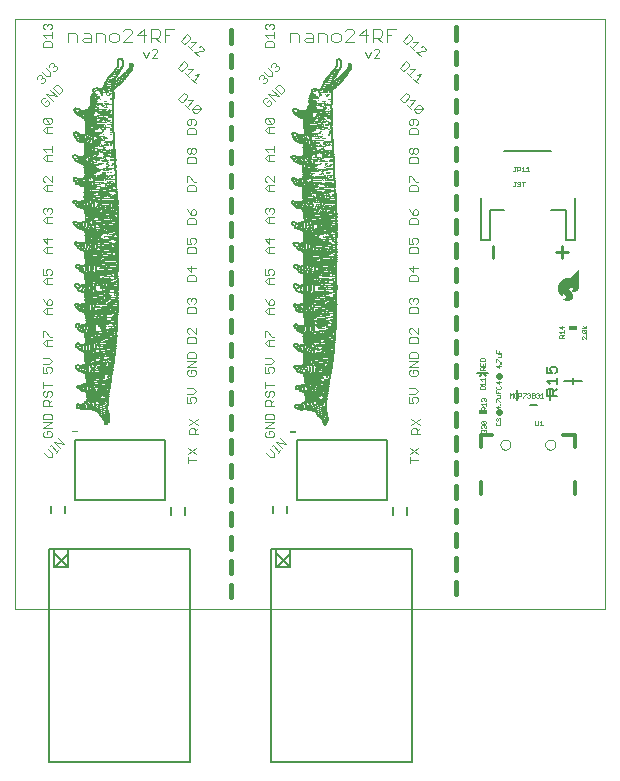
<source format=gto>
G75*
%MOIN*%
%OFA0B0*%
%FSLAX24Y24*%
%IPPOS*%
%LPD*%
%AMOC8*
5,1,8,0,0,1.08239X$1,22.5*
%
%ADD10C,0.0000*%
%ADD11C,0.0040*%
%ADD12C,0.0030*%
%ADD13C,0.0160*%
%ADD14C,0.0110*%
%ADD15R,0.0026X0.0002*%
%ADD16R,0.0040X0.0002*%
%ADD17R,0.0050X0.0002*%
%ADD18R,0.0057X0.0002*%
%ADD19R,0.0061X0.0002*%
%ADD20R,0.0069X0.0002*%
%ADD21R,0.0076X0.0002*%
%ADD22R,0.0083X0.0002*%
%ADD23R,0.0090X0.0002*%
%ADD24R,0.0094X0.0002*%
%ADD25R,0.0099X0.0002*%
%ADD26R,0.0104X0.0002*%
%ADD27R,0.0109X0.0002*%
%ADD28R,0.0111X0.0002*%
%ADD29R,0.0116X0.0002*%
%ADD30R,0.0120X0.0002*%
%ADD31R,0.0125X0.0002*%
%ADD32R,0.0128X0.0002*%
%ADD33R,0.0130X0.0002*%
%ADD34R,0.0137X0.0002*%
%ADD35R,0.0139X0.0002*%
%ADD36R,0.0142X0.0002*%
%ADD37R,0.0144X0.0002*%
%ADD38R,0.0146X0.0002*%
%ADD39R,0.0149X0.0002*%
%ADD40R,0.0151X0.0002*%
%ADD41R,0.0154X0.0002*%
%ADD42R,0.0156X0.0002*%
%ADD43R,0.0161X0.0002*%
%ADD44R,0.0163X0.0002*%
%ADD45R,0.0168X0.0002*%
%ADD46R,0.0170X0.0002*%
%ADD47R,0.0172X0.0002*%
%ADD48R,0.0073X0.0002*%
%ADD49R,0.0064X0.0002*%
%ADD50R,0.0059X0.0002*%
%ADD51R,0.0052X0.0002*%
%ADD52R,0.0047X0.0002*%
%ADD53R,0.0045X0.0002*%
%ADD54R,0.0066X0.0002*%
%ADD55R,0.0071X0.0002*%
%ADD56R,0.0080X0.0002*%
%ADD57R,0.0054X0.0002*%
%ADD58R,0.0196X0.0002*%
%ADD59R,0.0198X0.0002*%
%ADD60R,0.0201X0.0002*%
%ADD61R,0.0203X0.0002*%
%ADD62R,0.0021X0.0002*%
%ADD63R,0.0043X0.0002*%
%ADD64R,0.0085X0.0002*%
%ADD65R,0.0097X0.0002*%
%ADD66R,0.0113X0.0002*%
%ADD67R,0.0123X0.0002*%
%ADD68R,0.0132X0.0002*%
%ADD69R,0.0234X0.0002*%
%ADD70R,0.0236X0.0002*%
%ADD71R,0.0239X0.0002*%
%ADD72R,0.0135X0.0002*%
%ADD73R,0.0078X0.0002*%
%ADD74R,0.0102X0.0002*%
%ADD75R,0.0035X0.0002*%
%ADD76R,0.0033X0.0002*%
%ADD77R,0.0175X0.0002*%
%ADD78R,0.0187X0.0002*%
%ADD79R,0.0038X0.0002*%
%ADD80R,0.0210X0.0002*%
%ADD81R,0.0215X0.0002*%
%ADD82R,0.0092X0.0002*%
%ADD83R,0.0165X0.0002*%
%ADD84R,0.0220X0.0002*%
%ADD85R,0.0213X0.0002*%
%ADD86R,0.0208X0.0002*%
%ADD87R,0.0189X0.0002*%
%ADD88R,0.0184X0.0002*%
%ADD89R,0.0180X0.0002*%
%ADD90R,0.0158X0.0002*%
%ADD91R,0.0007X0.0002*%
%ADD92R,0.0118X0.0002*%
%ADD93R,0.0087X0.0002*%
%ADD94R,0.0106X0.0002*%
%ADD95R,0.0224X0.0002*%
%ADD96R,0.0229X0.0002*%
%ADD97R,0.0253X0.0002*%
%ADD98R,0.0269X0.0002*%
%ADD99R,0.0281X0.0002*%
%ADD100R,0.0288X0.0002*%
%ADD101R,0.0298X0.0002*%
%ADD102R,0.0231X0.0002*%
%ADD103R,0.0028X0.0002*%
%ADD104R,0.0241X0.0002*%
%ADD105R,0.0017X0.0002*%
%ADD106R,0.0300X0.0002*%
%ADD107R,0.0347X0.0002*%
%ADD108R,0.0354X0.0002*%
%ADD109R,0.0361X0.0002*%
%ADD110R,0.0369X0.0002*%
%ADD111R,0.0593X0.0002*%
%ADD112R,0.0600X0.0002*%
%ADD113R,0.0607X0.0002*%
%ADD114R,0.0614X0.0002*%
%ADD115R,0.0621X0.0002*%
%ADD116R,0.0628X0.0002*%
%ADD117R,0.0650X0.0002*%
%ADD118R,0.0666X0.0002*%
%ADD119R,0.0687X0.0002*%
%ADD120R,0.0697X0.0002*%
%ADD121R,0.0182X0.0002*%
%ADD122R,0.0704X0.0002*%
%ADD123R,0.0177X0.0002*%
%ADD124R,0.0713X0.0002*%
%ADD125R,0.0534X0.0002*%
%ADD126R,0.0461X0.0002*%
%ADD127R,0.0451X0.0002*%
%ADD128R,0.0446X0.0002*%
%ADD129R,0.0364X0.0002*%
%ADD130R,0.0194X0.0002*%
%ADD131R,0.0305X0.0002*%
%ADD132R,0.0295X0.0002*%
%ADD133R,0.0291X0.0002*%
%ADD134R,0.0206X0.0002*%
%ADD135R,0.0286X0.0002*%
%ADD136R,0.0031X0.0002*%
%ADD137R,0.0276X0.0002*%
%ADD138R,0.0274X0.0002*%
%ADD139R,0.0272X0.0002*%
%ADD140R,0.0279X0.0002*%
%ADD141R,0.0283X0.0002*%
%ADD142R,0.0222X0.0002*%
%ADD143R,0.0217X0.0002*%
%ADD144R,0.0265X0.0002*%
%ADD145R,0.0262X0.0002*%
%ADD146R,0.0260X0.0002*%
%ADD147R,0.0255X0.0002*%
%ADD148R,0.0248X0.0002*%
%ADD149R,0.0014X0.0002*%
%ADD150R,0.0005X0.0002*%
%ADD151R,0.0191X0.0002*%
%ADD152R,0.0227X0.0002*%
%ADD153R,0.0257X0.0002*%
%ADD154R,0.0314X0.0002*%
%ADD155R,0.0312X0.0002*%
%ADD156R,0.0246X0.0002*%
%ADD157R,0.0307X0.0002*%
%ADD158R,0.0309X0.0002*%
%ADD159R,0.0019X0.0002*%
%ADD160R,0.0338X0.0002*%
%ADD161R,0.0373X0.0002*%
%ADD162R,0.0378X0.0002*%
%ADD163R,0.0390X0.0002*%
%ADD164R,0.0472X0.0002*%
%ADD165R,0.0487X0.0002*%
%ADD166R,0.0527X0.0002*%
%ADD167R,0.0293X0.0002*%
%ADD168R,0.0343X0.0002*%
%ADD169R,0.0352X0.0002*%
%ADD170R,0.0423X0.0002*%
%ADD171R,0.0425X0.0002*%
%ADD172R,0.0430X0.0002*%
%ADD173R,0.0437X0.0002*%
%ADD174R,0.0444X0.0002*%
%ADD175R,0.0333X0.0002*%
%ADD176R,0.0595X0.0002*%
%ADD177R,0.0737X0.0002*%
%ADD178R,0.0735X0.0002*%
%ADD179R,0.0491X0.0002*%
%ADD180R,0.0484X0.0002*%
%ADD181R,0.0489X0.0002*%
%ADD182R,0.0357X0.0002*%
%ADD183R,0.0371X0.0002*%
%ADD184R,0.0380X0.0002*%
%ADD185R,0.0385X0.0002*%
%ADD186R,0.0392X0.0002*%
%ADD187R,0.0442X0.0002*%
%ADD188R,0.0501X0.0002*%
%ADD189R,0.0515X0.0002*%
%ADD190R,0.0520X0.0002*%
%ADD191R,0.0522X0.0002*%
%ADD192R,0.0524X0.0002*%
%ADD193R,0.0529X0.0002*%
%ADD194R,0.0531X0.0002*%
%ADD195R,0.0536X0.0002*%
%ADD196R,0.0546X0.0002*%
%ADD197R,0.0754X0.0002*%
%ADD198R,0.0758X0.0002*%
%ADD199R,0.0761X0.0002*%
%ADD200R,0.0763X0.0002*%
%ADD201R,0.0383X0.0002*%
%ADD202R,0.0012X0.0002*%
%ADD203R,0.0331X0.0002*%
%ADD204R,0.0009X0.0002*%
%ADD205R,0.0394X0.0002*%
%ADD206R,0.0397X0.0002*%
%ADD207R,0.0402X0.0002*%
%ADD208R,0.0406X0.0002*%
%ADD209R,0.0416X0.0002*%
%ADD210R,0.0432X0.0002*%
%ADD211R,0.0572X0.0002*%
%ADD212R,0.0576X0.0002*%
%ADD213R,0.0586X0.0002*%
%ADD214R,0.0319X0.0002*%
%ADD215R,0.0428X0.0002*%
%ADD216R,0.0420X0.0002*%
%ADD217R,0.0411X0.0002*%
%ADD218R,0.0317X0.0002*%
%ADD219R,0.0324X0.0002*%
%ADD220R,0.0409X0.0002*%
%ADD221R,0.0435X0.0002*%
%ADD222R,0.0449X0.0002*%
%ADD223R,0.0498X0.0002*%
%ADD224R,0.0517X0.0002*%
%ADD225R,0.0387X0.0002*%
%ADD226R,0.0418X0.0002*%
%ADD227R,0.0359X0.0002*%
%ADD228R,0.0366X0.0002*%
%ADD229R,0.0250X0.0002*%
%ADD230R,0.0302X0.0002*%
%ADD231R,0.0404X0.0002*%
%ADD232R,0.0345X0.0002*%
%ADD233R,0.0350X0.0002*%
%ADD234R,0.0376X0.0002*%
%ADD235R,0.0243X0.0002*%
%ADD236R,0.0340X0.0002*%
%ADD237R,0.0335X0.0002*%
%ADD238R,0.0328X0.0002*%
%ADD239R,0.0326X0.0002*%
%ADD240R,0.0399X0.0002*%
%ADD241R,0.0470X0.0002*%
%ADD242R,0.0824X0.0002*%
%ADD243R,0.0827X0.0002*%
%ADD244R,0.0562X0.0002*%
%ADD245R,0.0553X0.0002*%
%ADD246R,0.0550X0.0002*%
%ADD247R,0.0494X0.0002*%
%ADD248R,0.0508X0.0002*%
%ADD249R,0.0002X0.0002*%
%ADD250R,0.0321X0.0002*%
%ADD251R,0.0496X0.0002*%
%ADD252R,0.0503X0.0002*%
%ADD253R,0.0510X0.0002*%
%ADD254R,0.0555X0.0002*%
%ADD255R,0.0583X0.0002*%
%ADD256R,0.0617X0.0002*%
%ADD257R,0.0631X0.0002*%
%ADD258R,0.0638X0.0002*%
%ADD259R,0.0640X0.0002*%
%ADD260R,0.0643X0.0002*%
%ADD261R,0.0024X0.0002*%
%ADD262R,0.0635X0.0002*%
%ADD263R,0.0633X0.0002*%
%ADD264R,0.0454X0.0002*%
%ADD265R,0.0463X0.0002*%
%ADD266R,0.0513X0.0002*%
%ADD267R,0.0548X0.0002*%
%ADD268R,0.0626X0.0002*%
%ADD269R,0.0657X0.0002*%
%ADD270R,0.0709X0.0002*%
%ADD271R,0.0725X0.0002*%
%ADD272R,0.0817X0.0002*%
%ADD273R,0.0905X0.0002*%
%ADD274R,0.0907X0.0002*%
%ADD275R,0.0659X0.0002*%
%ADD276R,0.0565X0.0002*%
%ADD277R,0.0560X0.0002*%
%ADD278R,0.0267X0.0002*%
%ADD279R,0.0716X0.0002*%
%ADD280R,0.0718X0.0002*%
%ADD281R,0.0482X0.0002*%
%ADD282R,0.0468X0.0002*%
%ADD283R,0.0480X0.0002*%
%ADD284R,0.0413X0.0002*%
%ADD285R,0.0581X0.0002*%
%ADD286R,0.0612X0.0002*%
%ADD287R,0.0619X0.0002*%
%ADD288R,0.0456X0.0002*%
%ADD289R,0.0664X0.0002*%
%ADD290R,0.0661X0.0002*%
%ADD291R,0.0458X0.0002*%
%ADD292R,0.0699X0.0002*%
%ADD293R,0.0567X0.0002*%
%ADD294R,0.0557X0.0002*%
%ADD295R,0.0694X0.0002*%
%ADD296R,0.0702X0.0002*%
%ADD297R,0.0796X0.0002*%
%ADD298R,0.0806X0.0002*%
%ADD299R,0.0822X0.0002*%
%ADD300R,0.0940X0.0002*%
%ADD301R,0.0439X0.0002*%
%ADD302R,0.0784X0.0002*%
%ADD303R,0.0465X0.0002*%
%ADD304R,0.0543X0.0002*%
%ADD305R,0.0569X0.0002*%
%ADD306R,0.0574X0.0002*%
%ADD307R,0.0506X0.0002*%
%ADD308R,0.0645X0.0002*%
%ADD309R,0.0676X0.0002*%
%ADD310R,0.0680X0.0002*%
%ADD311R,0.0683X0.0002*%
%ADD312R,0.0742X0.0002*%
%ADD313R,0.0810X0.0002*%
%ADD314R,0.0815X0.0002*%
%ADD315R,0.0893X0.0002*%
%ADD316R,0.0969X0.0002*%
%ADD317R,0.0976X0.0002*%
%ADD318R,0.0978X0.0002*%
%ADD319R,0.0985X0.0002*%
%ADD320R,0.0987X0.0002*%
%ADD321R,0.0990X0.0002*%
%ADD322R,0.0591X0.0002*%
%ADD323R,0.0598X0.0002*%
%ADD324R,0.0872X0.0002*%
%ADD325R,0.0869X0.0002*%
%ADD326R,0.0777X0.0002*%
%ADD327R,0.0768X0.0002*%
%ADD328R,0.0602X0.0002*%
%ADD329R,0.0609X0.0002*%
%ADD330R,0.0690X0.0002*%
%ADD331R,0.0706X0.0002*%
%ADD332R,0.0711X0.0002*%
%ADD333R,0.0475X0.0002*%
%ADD334R,0.0541X0.0002*%
%ADD335R,0.0685X0.0002*%
%ADD336R,0.0728X0.0002*%
%ADD337R,0.0732X0.0002*%
%ADD338R,0.0898X0.0002*%
%ADD339R,0.0900X0.0002*%
%ADD340R,0.0579X0.0002*%
%ADD341R,0.0973X0.0002*%
%ADD342R,0.0980X0.0002*%
%ADD343R,0.0671X0.0002*%
%ADD344R,0.0803X0.0002*%
%ADD345R,0.0813X0.0002*%
%ADD346R,0.0477X0.0002*%
%ADD347R,0.0794X0.0002*%
%ADD348R,0.0831X0.0002*%
%ADD349R,0.0647X0.0002*%
%ADD350R,0.0652X0.0002*%
%ADD351R,0.0841X0.0002*%
%ADD352R,0.0588X0.0002*%
%ADD353R,0.0624X0.0002*%
%ADD354R,0.0928X0.0002*%
%ADD355R,0.0950X0.0002*%
%ADD356R,0.0994X0.0002*%
%ADD357R,0.1006X0.0002*%
%ADD358R,0.0834X0.0002*%
%ADD359R,0.0945X0.0002*%
%ADD360R,0.1013X0.0002*%
%ADD361R,0.1016X0.0002*%
%ADD362R,0.1018X0.0002*%
%ADD363R,0.0853X0.0002*%
%ADD364R,0.0860X0.0002*%
%ADD365R,0.0654X0.0002*%
%ADD366R,0.0673X0.0002*%
%ADD367R,0.0756X0.0002*%
%ADD368R,0.0782X0.0002*%
%ADD369R,0.0780X0.0002*%
%ADD370R,0.0775X0.0002*%
%ADD371R,0.0886X0.0002*%
%ADD372R,0.0692X0.0002*%
%ADD373R,0.0952X0.0002*%
%ADD374R,0.1098X0.0002*%
%ADD375R,0.1101X0.0002*%
%ADD376R,0.0772X0.0002*%
%ADD377R,0.0926X0.0002*%
%ADD378R,0.0539X0.0002*%
%ADD379R,0.0862X0.0002*%
%ADD380R,0.0879X0.0002*%
%ADD381R,0.0770X0.0002*%
%ADD382R,0.0787X0.0002*%
%ADD383R,0.0791X0.0002*%
%ADD384R,0.0605X0.0002*%
%ADD385R,0.0746X0.0002*%
%ADD386R,0.0744X0.0002*%
%ADD387R,0.0749X0.0002*%
%ADD388R,0.0678X0.0002*%
%ADD389R,0.1002X0.0002*%
%ADD390R,0.1030X0.0002*%
%ADD391R,0.1044X0.0002*%
%ADD392C,0.0000*%
%ADD393C,0.0050*%
%ADD394C,0.0060*%
%ADD395C,0.0080*%
%ADD396C,0.0010*%
%ADD397R,0.0300X0.0180*%
%ADD398C,0.0220*%
%ADD399C,0.0120*%
%ADD400C,0.0001*%
D10*
X030992Y033994D02*
X030992Y053680D01*
X050677Y053680D01*
X050677Y033994D01*
X030992Y033994D01*
D11*
X032762Y052896D02*
X032762Y053203D01*
X032992Y053203D01*
X033069Y053126D01*
X033069Y052896D01*
X033223Y052972D02*
X033299Y052896D01*
X033529Y052896D01*
X033529Y053126D01*
X033453Y053203D01*
X033299Y053203D01*
X033299Y053049D02*
X033529Y053049D01*
X033683Y052896D02*
X033683Y053203D01*
X033913Y053203D01*
X033990Y053126D01*
X033990Y052896D01*
X034143Y052972D02*
X034220Y052896D01*
X034374Y052896D01*
X034450Y052972D01*
X034450Y053126D01*
X034374Y053203D01*
X034220Y053203D01*
X034143Y053126D01*
X034143Y052972D01*
X034604Y052896D02*
X034911Y053203D01*
X034911Y053279D01*
X034834Y053356D01*
X034680Y053356D01*
X034604Y053279D01*
X034604Y052896D02*
X034911Y052896D01*
X035064Y053126D02*
X035371Y053126D01*
X035525Y053049D02*
X035755Y053049D01*
X035831Y053126D01*
X035831Y053279D01*
X035755Y053356D01*
X035525Y053356D01*
X035525Y052896D01*
X035678Y053049D02*
X035831Y052896D01*
X035985Y052896D02*
X035985Y053356D01*
X036292Y053356D01*
X036138Y053126D02*
X035985Y053126D01*
X035294Y052896D02*
X035294Y053356D01*
X035064Y053126D01*
X033299Y053049D02*
X033223Y052972D01*
X040162Y052896D02*
X040162Y053203D01*
X040392Y053203D01*
X040469Y053126D01*
X040469Y052896D01*
X040623Y052972D02*
X040699Y053049D01*
X040929Y053049D01*
X040929Y053126D02*
X040929Y052896D01*
X040699Y052896D01*
X040623Y052972D01*
X040699Y053203D02*
X040853Y053203D01*
X040929Y053126D01*
X041083Y053203D02*
X041313Y053203D01*
X041390Y053126D01*
X041390Y052896D01*
X041543Y052972D02*
X041620Y052896D01*
X041774Y052896D01*
X041850Y052972D01*
X041850Y053126D01*
X041774Y053203D01*
X041620Y053203D01*
X041543Y053126D01*
X041543Y052972D01*
X041083Y052896D02*
X041083Y053203D01*
X042004Y053279D02*
X042080Y053356D01*
X042234Y053356D01*
X042311Y053279D01*
X042311Y053203D01*
X042004Y052896D01*
X042311Y052896D01*
X042464Y053126D02*
X042771Y053126D01*
X042925Y053049D02*
X043155Y053049D01*
X043231Y053126D01*
X043231Y053279D01*
X043155Y053356D01*
X042925Y053356D01*
X042925Y052896D01*
X043078Y053049D02*
X043231Y052896D01*
X043385Y052896D02*
X043385Y053356D01*
X043692Y053356D01*
X043538Y053126D02*
X043385Y053126D01*
X042694Y052896D02*
X042694Y053356D01*
X042464Y053126D01*
D12*
X042657Y052584D02*
X042754Y052391D01*
X042851Y052584D01*
X042952Y052632D02*
X043000Y052681D01*
X043097Y052681D01*
X043145Y052632D01*
X043145Y052584D01*
X042952Y052391D01*
X043145Y052391D01*
X043830Y052050D02*
X043942Y051957D01*
X044010Y051963D01*
X044134Y052111D01*
X044128Y052180D01*
X044017Y052273D01*
X043830Y052050D01*
X044056Y051861D02*
X044204Y051737D01*
X044130Y051799D02*
X044317Y052021D01*
X044181Y052009D01*
X044406Y051820D02*
X044543Y051832D01*
X044356Y051610D01*
X044282Y051672D02*
X044430Y051547D01*
X044128Y051130D02*
X044017Y051223D01*
X043830Y051000D01*
X043942Y050907D01*
X044010Y050913D01*
X044134Y051061D01*
X044128Y051130D01*
X044181Y050959D02*
X044317Y050971D01*
X044130Y050749D01*
X044056Y050811D02*
X044204Y050687D01*
X044313Y050659D02*
X044586Y050683D01*
X044461Y050534D01*
X044393Y050528D01*
X044319Y050591D01*
X044313Y050659D01*
X044437Y050807D01*
X044505Y050813D01*
X044580Y050751D01*
X044586Y050683D01*
X044379Y050329D02*
X044185Y050329D01*
X044137Y050280D01*
X044137Y050184D01*
X044185Y050135D01*
X044234Y050135D01*
X044282Y050184D01*
X044282Y050329D01*
X044379Y050329D02*
X044427Y050280D01*
X044427Y050184D01*
X044379Y050135D01*
X044379Y050034D02*
X044185Y050034D01*
X044137Y049986D01*
X044137Y049841D01*
X044427Y049841D01*
X044427Y049986D01*
X044379Y050034D01*
X044379Y049379D02*
X044427Y049330D01*
X044427Y049234D01*
X044379Y049185D01*
X044330Y049185D01*
X044282Y049234D01*
X044282Y049330D01*
X044330Y049379D01*
X044379Y049379D01*
X044282Y049330D02*
X044234Y049379D01*
X044185Y049379D01*
X044137Y049330D01*
X044137Y049234D01*
X044185Y049185D01*
X044234Y049185D01*
X044282Y049234D01*
X044185Y049084D02*
X044137Y049036D01*
X044137Y048891D01*
X044427Y048891D01*
X044427Y049036D01*
X044379Y049084D01*
X044185Y049084D01*
X044185Y048429D02*
X044137Y048429D01*
X044137Y048235D01*
X044185Y048134D02*
X044137Y048086D01*
X044137Y047941D01*
X044427Y047941D01*
X044427Y048086D01*
X044379Y048134D01*
X044185Y048134D01*
X044379Y048235D02*
X044427Y048235D01*
X044379Y048235D02*
X044185Y048429D01*
X044137Y047329D02*
X044185Y047232D01*
X044282Y047135D01*
X044282Y047280D01*
X044330Y047329D01*
X044379Y047329D01*
X044427Y047280D01*
X044427Y047184D01*
X044379Y047135D01*
X044282Y047135D01*
X044185Y047034D02*
X044137Y046986D01*
X044137Y046841D01*
X044427Y046841D01*
X044427Y046986D01*
X044379Y047034D01*
X044185Y047034D01*
X044137Y046379D02*
X044137Y046185D01*
X044282Y046185D01*
X044234Y046282D01*
X044234Y046330D01*
X044282Y046379D01*
X044379Y046379D01*
X044427Y046330D01*
X044427Y046234D01*
X044379Y046185D01*
X044379Y046084D02*
X044185Y046084D01*
X044137Y046036D01*
X044137Y045891D01*
X044427Y045891D01*
X044427Y046036D01*
X044379Y046084D01*
X044282Y045429D02*
X044282Y045235D01*
X044137Y045380D01*
X044427Y045380D01*
X044379Y045134D02*
X044185Y045134D01*
X044137Y045086D01*
X044137Y044941D01*
X044427Y044941D01*
X044427Y045086D01*
X044379Y045134D01*
X044379Y044379D02*
X044427Y044330D01*
X044427Y044234D01*
X044379Y044185D01*
X044379Y044084D02*
X044185Y044084D01*
X044137Y044036D01*
X044137Y043891D01*
X044427Y043891D01*
X044427Y044036D01*
X044379Y044084D01*
X044185Y044185D02*
X044137Y044234D01*
X044137Y044330D01*
X044185Y044379D01*
X044234Y044379D01*
X044282Y044330D01*
X044330Y044379D01*
X044379Y044379D01*
X044282Y044330D02*
X044282Y044282D01*
X044234Y043379D02*
X044185Y043379D01*
X044137Y043330D01*
X044137Y043234D01*
X044185Y043185D01*
X044185Y043084D02*
X044137Y043036D01*
X044137Y042891D01*
X044427Y042891D01*
X044427Y043036D01*
X044379Y043084D01*
X044185Y043084D01*
X044427Y043185D02*
X044234Y043379D01*
X044427Y043379D02*
X044427Y043185D01*
X044379Y042573D02*
X044185Y042573D01*
X044137Y042525D01*
X044137Y042380D01*
X044427Y042380D01*
X044427Y042525D01*
X044379Y042573D01*
X044427Y042279D02*
X044137Y042279D01*
X044137Y042085D02*
X044427Y042279D01*
X044427Y042085D02*
X044137Y042085D01*
X044185Y041984D02*
X044137Y041936D01*
X044137Y041839D01*
X044185Y041791D01*
X044379Y041791D01*
X044427Y041839D01*
X044427Y041936D01*
X044379Y041984D01*
X044282Y041984D01*
X044282Y041887D01*
X044330Y041379D02*
X044137Y041379D01*
X044330Y041379D02*
X044427Y041282D01*
X044330Y041185D01*
X044137Y041185D01*
X044137Y041084D02*
X044137Y040891D01*
X044282Y040891D01*
X044234Y040987D01*
X044234Y041036D01*
X044282Y041084D01*
X044379Y041084D01*
X044427Y041036D01*
X044427Y040939D01*
X044379Y040891D01*
X044497Y040329D02*
X044207Y040135D01*
X044255Y040034D02*
X044352Y040034D01*
X044400Y039986D01*
X044400Y039841D01*
X044400Y039937D02*
X044497Y040034D01*
X044497Y040135D02*
X044207Y040329D01*
X044255Y040034D02*
X044207Y039986D01*
X044207Y039841D01*
X044497Y039841D01*
X044447Y039379D02*
X044157Y039185D01*
X044157Y039084D02*
X044157Y038891D01*
X044157Y038987D02*
X044447Y038987D01*
X044447Y039185D02*
X044157Y039379D01*
X040047Y039499D02*
X039842Y039704D01*
X039705Y039567D02*
X040047Y039499D01*
X039910Y039362D02*
X039705Y039567D01*
X039634Y039497D02*
X039566Y039429D01*
X039600Y039463D02*
X039805Y039257D01*
X039771Y039223D02*
X039840Y039292D01*
X039631Y039220D02*
X039494Y039357D01*
X039358Y039220D02*
X039494Y039083D01*
X039631Y039083D01*
X039631Y039220D01*
X039579Y039741D02*
X039627Y039789D01*
X039627Y039886D01*
X039579Y039934D01*
X039482Y039934D01*
X039482Y039837D01*
X039385Y039741D02*
X039579Y039741D01*
X039385Y039741D02*
X039337Y039789D01*
X039337Y039886D01*
X039385Y039934D01*
X039337Y040035D02*
X039627Y040229D01*
X039337Y040229D01*
X039337Y040330D02*
X039337Y040475D01*
X039385Y040523D01*
X039579Y040523D01*
X039627Y040475D01*
X039627Y040330D01*
X039337Y040330D01*
X039337Y040035D02*
X039627Y040035D01*
X039627Y040791D02*
X039337Y040791D01*
X039337Y040936D01*
X039385Y040984D01*
X039482Y040984D01*
X039530Y040936D01*
X039530Y040791D01*
X039530Y040887D02*
X039627Y040984D01*
X039579Y041085D02*
X039627Y041134D01*
X039627Y041230D01*
X039579Y041279D01*
X039530Y041279D01*
X039482Y041230D01*
X039482Y041134D01*
X039434Y041085D01*
X039385Y041085D01*
X039337Y041134D01*
X039337Y041230D01*
X039385Y041279D01*
X039337Y041380D02*
X039337Y041573D01*
X039337Y041477D02*
X039627Y041477D01*
X039579Y041891D02*
X039627Y041939D01*
X039627Y042036D01*
X039579Y042084D01*
X039482Y042084D01*
X039434Y042036D01*
X039434Y041987D01*
X039482Y041891D01*
X039337Y041891D01*
X039337Y042084D01*
X039337Y042185D02*
X039530Y042185D01*
X039627Y042282D01*
X039530Y042379D01*
X039337Y042379D01*
X039434Y042791D02*
X039337Y042887D01*
X039434Y042984D01*
X039627Y042984D01*
X039627Y043085D02*
X039579Y043085D01*
X039385Y043279D01*
X039337Y043279D01*
X039337Y043085D01*
X039482Y042984D02*
X039482Y042791D01*
X039434Y042791D02*
X039627Y042791D01*
X039627Y043841D02*
X039434Y043841D01*
X039337Y043937D01*
X039434Y044034D01*
X039627Y044034D01*
X039579Y044135D02*
X039627Y044184D01*
X039627Y044280D01*
X039579Y044329D01*
X039530Y044329D01*
X039482Y044280D01*
X039482Y044135D01*
X039579Y044135D01*
X039482Y044135D02*
X039385Y044232D01*
X039337Y044329D01*
X039482Y044034D02*
X039482Y043841D01*
X039482Y044841D02*
X039482Y045034D01*
X039434Y045034D02*
X039627Y045034D01*
X039579Y045135D02*
X039627Y045184D01*
X039627Y045280D01*
X039579Y045329D01*
X039482Y045329D01*
X039434Y045280D01*
X039434Y045232D01*
X039482Y045135D01*
X039337Y045135D01*
X039337Y045329D01*
X039434Y045034D02*
X039337Y044937D01*
X039434Y044841D01*
X039627Y044841D01*
X039627Y045891D02*
X039434Y045891D01*
X039337Y045987D01*
X039434Y046084D01*
X039627Y046084D01*
X039482Y046084D02*
X039482Y045891D01*
X039482Y046185D02*
X039482Y046379D01*
X039337Y046330D02*
X039482Y046185D01*
X039627Y046330D02*
X039337Y046330D01*
X039434Y046891D02*
X039337Y046987D01*
X039434Y047084D01*
X039627Y047084D01*
X039579Y047185D02*
X039627Y047234D01*
X039627Y047330D01*
X039579Y047379D01*
X039530Y047379D01*
X039482Y047330D01*
X039482Y047282D01*
X039482Y047330D02*
X039434Y047379D01*
X039385Y047379D01*
X039337Y047330D01*
X039337Y047234D01*
X039385Y047185D01*
X039482Y047084D02*
X039482Y046891D01*
X039434Y046891D02*
X039627Y046891D01*
X039627Y047941D02*
X039434Y047941D01*
X039337Y048037D01*
X039434Y048134D01*
X039627Y048134D01*
X039627Y048235D02*
X039434Y048429D01*
X039385Y048429D01*
X039337Y048380D01*
X039337Y048284D01*
X039385Y048235D01*
X039482Y048134D02*
X039482Y047941D01*
X039627Y048235D02*
X039627Y048429D01*
X039627Y048941D02*
X039434Y048941D01*
X039337Y049037D01*
X039434Y049134D01*
X039627Y049134D01*
X039627Y049235D02*
X039627Y049429D01*
X039627Y049332D02*
X039337Y049332D01*
X039434Y049235D01*
X039482Y049134D02*
X039482Y048941D01*
X039482Y049891D02*
X039482Y050084D01*
X039434Y050084D02*
X039627Y050084D01*
X039579Y050185D02*
X039627Y050234D01*
X039627Y050330D01*
X039579Y050379D01*
X039385Y050379D01*
X039579Y050185D01*
X039385Y050185D01*
X039337Y050234D01*
X039337Y050330D01*
X039385Y050379D01*
X039434Y050084D02*
X039337Y049987D01*
X039434Y049891D01*
X039627Y049891D01*
X039476Y050781D02*
X039545Y050849D01*
X039545Y050918D01*
X039476Y050986D01*
X039408Y050918D01*
X039408Y051055D02*
X039340Y051055D01*
X039271Y050986D01*
X039271Y050918D01*
X039408Y050781D01*
X039476Y050781D01*
X039650Y050955D02*
X039445Y051160D01*
X039787Y051092D01*
X039582Y051297D01*
X039654Y051369D02*
X039756Y051471D01*
X039825Y051471D01*
X039961Y051335D01*
X039961Y051266D01*
X039859Y051164D01*
X039654Y051369D01*
X039395Y051599D02*
X039326Y051531D01*
X039258Y051531D01*
X039258Y051668D02*
X039292Y051702D01*
X039361Y051702D01*
X039395Y051668D01*
X039395Y051599D01*
X039292Y051702D02*
X039292Y051770D01*
X039258Y051805D01*
X039190Y051805D01*
X039121Y051736D01*
X039121Y051668D01*
X039295Y051910D02*
X039432Y051774D01*
X039569Y051774D01*
X039569Y051910D01*
X039432Y052047D01*
X039538Y052085D02*
X039538Y052153D01*
X039606Y052221D01*
X039675Y052221D01*
X039709Y052187D01*
X039709Y052119D01*
X039777Y052119D01*
X039811Y052085D01*
X039811Y052016D01*
X039743Y051948D01*
X039675Y051948D01*
X039675Y052085D02*
X039709Y052119D01*
X039627Y052741D02*
X039627Y052886D01*
X039579Y052934D01*
X039385Y052934D01*
X039337Y052886D01*
X039337Y052741D01*
X039627Y052741D01*
X039627Y053035D02*
X039627Y053229D01*
X039627Y053132D02*
X039337Y053132D01*
X039434Y053035D01*
X039385Y053330D02*
X039337Y053378D01*
X039337Y053475D01*
X039385Y053523D01*
X039434Y053523D01*
X039482Y053475D01*
X039530Y053523D01*
X039579Y053523D01*
X039627Y053475D01*
X039627Y053378D01*
X039579Y053330D01*
X039482Y053427D02*
X039482Y053475D01*
X037280Y052701D02*
X037205Y052763D01*
X037137Y052757D01*
X037280Y052701D02*
X037286Y052633D01*
X037254Y052596D01*
X036982Y052572D01*
X037130Y052447D01*
X036904Y052637D02*
X036756Y052761D01*
X036830Y052699D02*
X037017Y052921D01*
X036881Y052909D01*
X036834Y053011D02*
X036710Y052863D01*
X036642Y052857D01*
X036530Y052950D01*
X036717Y053173D01*
X036828Y053080D01*
X036834Y053011D01*
X036617Y052273D02*
X036430Y052050D01*
X036542Y051957D01*
X036610Y051963D01*
X036734Y052111D01*
X036728Y052180D01*
X036617Y052273D01*
X036781Y052009D02*
X036917Y052021D01*
X036730Y051799D01*
X036656Y051861D02*
X036804Y051737D01*
X036882Y051672D02*
X037030Y051547D01*
X036956Y051610D02*
X037143Y051832D01*
X037006Y051820D01*
X036617Y051223D02*
X036728Y051130D01*
X036734Y051061D01*
X036610Y050913D01*
X036542Y050907D01*
X036430Y051000D01*
X036617Y051223D01*
X036781Y050959D02*
X036917Y050971D01*
X036730Y050749D01*
X036656Y050811D02*
X036804Y050687D01*
X036913Y050659D02*
X037186Y050683D01*
X037061Y050534D01*
X036993Y050528D01*
X036919Y050591D01*
X036913Y050659D01*
X037037Y050807D01*
X037105Y050813D01*
X037180Y050751D01*
X037186Y050683D01*
X036979Y050329D02*
X036785Y050329D01*
X036737Y050280D01*
X036737Y050184D01*
X036785Y050135D01*
X036834Y050135D01*
X036882Y050184D01*
X036882Y050329D01*
X036979Y050329D02*
X037027Y050280D01*
X037027Y050184D01*
X036979Y050135D01*
X036979Y050034D02*
X036785Y050034D01*
X036737Y049986D01*
X036737Y049841D01*
X037027Y049841D01*
X037027Y049986D01*
X036979Y050034D01*
X036979Y049379D02*
X037027Y049330D01*
X037027Y049234D01*
X036979Y049185D01*
X036930Y049185D01*
X036882Y049234D01*
X036882Y049330D01*
X036930Y049379D01*
X036979Y049379D01*
X036882Y049330D02*
X036834Y049379D01*
X036785Y049379D01*
X036737Y049330D01*
X036737Y049234D01*
X036785Y049185D01*
X036834Y049185D01*
X036882Y049234D01*
X036785Y049084D02*
X036737Y049036D01*
X036737Y048891D01*
X037027Y048891D01*
X037027Y049036D01*
X036979Y049084D01*
X036785Y049084D01*
X036785Y048429D02*
X036979Y048235D01*
X037027Y048235D01*
X036979Y048134D02*
X036785Y048134D01*
X036737Y048086D01*
X036737Y047941D01*
X037027Y047941D01*
X037027Y048086D01*
X036979Y048134D01*
X036737Y048235D02*
X036737Y048429D01*
X036785Y048429D01*
X036737Y047329D02*
X036785Y047232D01*
X036882Y047135D01*
X036882Y047280D01*
X036930Y047329D01*
X036979Y047329D01*
X037027Y047280D01*
X037027Y047184D01*
X036979Y047135D01*
X036882Y047135D01*
X036785Y047034D02*
X036737Y046986D01*
X036737Y046841D01*
X037027Y046841D01*
X037027Y046986D01*
X036979Y047034D01*
X036785Y047034D01*
X036737Y046379D02*
X036737Y046185D01*
X036882Y046185D01*
X036834Y046282D01*
X036834Y046330D01*
X036882Y046379D01*
X036979Y046379D01*
X037027Y046330D01*
X037027Y046234D01*
X036979Y046185D01*
X036979Y046084D02*
X036785Y046084D01*
X036737Y046036D01*
X036737Y045891D01*
X037027Y045891D01*
X037027Y046036D01*
X036979Y046084D01*
X036882Y045429D02*
X036882Y045235D01*
X036737Y045380D01*
X037027Y045380D01*
X036979Y045134D02*
X036785Y045134D01*
X036737Y045086D01*
X036737Y044941D01*
X037027Y044941D01*
X037027Y045086D01*
X036979Y045134D01*
X036979Y044379D02*
X037027Y044330D01*
X037027Y044234D01*
X036979Y044185D01*
X036979Y044084D02*
X036785Y044084D01*
X036737Y044036D01*
X036737Y043891D01*
X037027Y043891D01*
X037027Y044036D01*
X036979Y044084D01*
X036785Y044185D02*
X036737Y044234D01*
X036737Y044330D01*
X036785Y044379D01*
X036834Y044379D01*
X036882Y044330D01*
X036930Y044379D01*
X036979Y044379D01*
X036882Y044330D02*
X036882Y044282D01*
X036834Y043379D02*
X036785Y043379D01*
X036737Y043330D01*
X036737Y043234D01*
X036785Y043185D01*
X036785Y043084D02*
X036737Y043036D01*
X036737Y042891D01*
X037027Y042891D01*
X037027Y043036D01*
X036979Y043084D01*
X036785Y043084D01*
X037027Y043185D02*
X036834Y043379D01*
X037027Y043379D02*
X037027Y043185D01*
X036979Y042573D02*
X036785Y042573D01*
X036737Y042525D01*
X036737Y042380D01*
X037027Y042380D01*
X037027Y042525D01*
X036979Y042573D01*
X037027Y042279D02*
X036737Y042279D01*
X036737Y042085D02*
X037027Y042279D01*
X037027Y042085D02*
X036737Y042085D01*
X036785Y041984D02*
X036737Y041936D01*
X036737Y041839D01*
X036785Y041791D01*
X036979Y041791D01*
X037027Y041839D01*
X037027Y041936D01*
X036979Y041984D01*
X036882Y041984D01*
X036882Y041887D01*
X036930Y041379D02*
X036737Y041379D01*
X036930Y041379D02*
X037027Y041282D01*
X036930Y041185D01*
X036737Y041185D01*
X036737Y041084D02*
X036737Y040891D01*
X036882Y040891D01*
X036834Y040987D01*
X036834Y041036D01*
X036882Y041084D01*
X036979Y041084D01*
X037027Y041036D01*
X037027Y040939D01*
X036979Y040891D01*
X037097Y040329D02*
X036807Y040135D01*
X036855Y040034D02*
X036952Y040034D01*
X037000Y039986D01*
X037000Y039841D01*
X037000Y039937D02*
X037097Y040034D01*
X037097Y040135D02*
X036807Y040329D01*
X036855Y040034D02*
X036807Y039986D01*
X036807Y039841D01*
X037097Y039841D01*
X037047Y039379D02*
X036757Y039185D01*
X036757Y039084D02*
X036757Y038891D01*
X036757Y038987D02*
X037047Y038987D01*
X037047Y039185D02*
X036757Y039379D01*
X032647Y039499D02*
X032442Y039704D01*
X032305Y039567D02*
X032647Y039499D01*
X032510Y039362D02*
X032305Y039567D01*
X032234Y039497D02*
X032166Y039429D01*
X032200Y039463D02*
X032405Y039257D01*
X032371Y039223D02*
X032440Y039292D01*
X032231Y039220D02*
X032094Y039357D01*
X031958Y039220D02*
X032094Y039083D01*
X032231Y039083D01*
X032231Y039220D01*
X032179Y039741D02*
X031985Y039741D01*
X031937Y039789D01*
X031937Y039886D01*
X031985Y039934D01*
X032082Y039934D02*
X032082Y039837D01*
X032082Y039934D02*
X032179Y039934D01*
X032227Y039886D01*
X032227Y039789D01*
X032179Y039741D01*
X032227Y040035D02*
X031937Y040035D01*
X032227Y040229D01*
X031937Y040229D01*
X031937Y040330D02*
X031937Y040475D01*
X031985Y040523D01*
X032179Y040523D01*
X032227Y040475D01*
X032227Y040330D01*
X031937Y040330D01*
X031937Y040791D02*
X031937Y040936D01*
X031985Y040984D01*
X032082Y040984D01*
X032130Y040936D01*
X032130Y040791D01*
X032130Y040887D02*
X032227Y040984D01*
X032179Y041085D02*
X032227Y041134D01*
X032227Y041230D01*
X032179Y041279D01*
X032130Y041279D01*
X032082Y041230D01*
X032082Y041134D01*
X032034Y041085D01*
X031985Y041085D01*
X031937Y041134D01*
X031937Y041230D01*
X031985Y041279D01*
X031937Y041380D02*
X031937Y041573D01*
X031937Y041477D02*
X032227Y041477D01*
X032179Y041891D02*
X032227Y041939D01*
X032227Y042036D01*
X032179Y042084D01*
X032082Y042084D01*
X032034Y042036D01*
X032034Y041987D01*
X032082Y041891D01*
X031937Y041891D01*
X031937Y042084D01*
X031937Y042185D02*
X032130Y042185D01*
X032227Y042282D01*
X032130Y042379D01*
X031937Y042379D01*
X032034Y042791D02*
X031937Y042887D01*
X032034Y042984D01*
X032227Y042984D01*
X032227Y043085D02*
X032179Y043085D01*
X031985Y043279D01*
X031937Y043279D01*
X031937Y043085D01*
X032082Y042984D02*
X032082Y042791D01*
X032034Y042791D02*
X032227Y042791D01*
X032227Y043841D02*
X032034Y043841D01*
X031937Y043937D01*
X032034Y044034D01*
X032227Y044034D01*
X032179Y044135D02*
X032227Y044184D01*
X032227Y044280D01*
X032179Y044329D01*
X032130Y044329D01*
X032082Y044280D01*
X032082Y044135D01*
X032179Y044135D01*
X032082Y044135D02*
X031985Y044232D01*
X031937Y044329D01*
X032082Y044034D02*
X032082Y043841D01*
X032082Y044841D02*
X032082Y045034D01*
X032034Y045034D02*
X032227Y045034D01*
X032179Y045135D02*
X032227Y045184D01*
X032227Y045280D01*
X032179Y045329D01*
X032082Y045329D01*
X032034Y045280D01*
X032034Y045232D01*
X032082Y045135D01*
X031937Y045135D01*
X031937Y045329D01*
X032034Y045034D02*
X031937Y044937D01*
X032034Y044841D01*
X032227Y044841D01*
X032227Y045891D02*
X032034Y045891D01*
X031937Y045987D01*
X032034Y046084D01*
X032227Y046084D01*
X032082Y046084D02*
X032082Y045891D01*
X032082Y046185D02*
X032082Y046379D01*
X031937Y046330D02*
X032082Y046185D01*
X032227Y046330D02*
X031937Y046330D01*
X032034Y046891D02*
X031937Y046987D01*
X032034Y047084D01*
X032227Y047084D01*
X032179Y047185D02*
X032227Y047234D01*
X032227Y047330D01*
X032179Y047379D01*
X032130Y047379D01*
X032082Y047330D01*
X032082Y047282D01*
X032082Y047330D02*
X032034Y047379D01*
X031985Y047379D01*
X031937Y047330D01*
X031937Y047234D01*
X031985Y047185D01*
X032082Y047084D02*
X032082Y046891D01*
X032034Y046891D02*
X032227Y046891D01*
X032227Y047941D02*
X032034Y047941D01*
X031937Y048037D01*
X032034Y048134D01*
X032227Y048134D01*
X032227Y048235D02*
X032034Y048429D01*
X031985Y048429D01*
X031937Y048380D01*
X031937Y048284D01*
X031985Y048235D01*
X032082Y048134D02*
X032082Y047941D01*
X032227Y048235D02*
X032227Y048429D01*
X032227Y048941D02*
X032034Y048941D01*
X031937Y049037D01*
X032034Y049134D01*
X032227Y049134D01*
X032227Y049235D02*
X032227Y049429D01*
X032227Y049332D02*
X031937Y049332D01*
X032034Y049235D01*
X032082Y049134D02*
X032082Y048941D01*
X032082Y049891D02*
X032082Y050084D01*
X032034Y050084D02*
X032227Y050084D01*
X032179Y050185D02*
X031985Y050379D01*
X032179Y050379D01*
X032227Y050330D01*
X032227Y050234D01*
X032179Y050185D01*
X031985Y050185D01*
X031937Y050234D01*
X031937Y050330D01*
X031985Y050379D01*
X032034Y050084D02*
X031937Y049987D01*
X032034Y049891D01*
X032227Y049891D01*
X032076Y050781D02*
X032145Y050849D01*
X032145Y050918D01*
X032076Y050986D01*
X032008Y050918D01*
X032008Y051055D02*
X031940Y051055D01*
X031871Y050986D01*
X031871Y050918D01*
X032008Y050781D01*
X032076Y050781D01*
X032250Y050955D02*
X032045Y051160D01*
X032387Y051092D01*
X032182Y051297D01*
X032254Y051369D02*
X032356Y051471D01*
X032425Y051471D01*
X032561Y051335D01*
X032561Y051266D01*
X032459Y051164D01*
X032254Y051369D01*
X031995Y051599D02*
X031926Y051531D01*
X031858Y051531D01*
X031858Y051668D02*
X031892Y051702D01*
X031961Y051702D01*
X031995Y051668D01*
X031995Y051599D01*
X031892Y051702D02*
X031892Y051770D01*
X031858Y051805D01*
X031790Y051805D01*
X031721Y051736D01*
X031721Y051668D01*
X031895Y051910D02*
X032032Y051774D01*
X032169Y051774D01*
X032169Y051910D01*
X032032Y052047D01*
X032138Y052085D02*
X032138Y052153D01*
X032206Y052221D01*
X032275Y052221D01*
X032309Y052187D01*
X032309Y052119D01*
X032377Y052119D01*
X032411Y052085D01*
X032411Y052016D01*
X032343Y051948D01*
X032275Y051948D01*
X032275Y052085D02*
X032309Y052119D01*
X032227Y052741D02*
X032227Y052886D01*
X032179Y052934D01*
X031985Y052934D01*
X031937Y052886D01*
X031937Y052741D01*
X032227Y052741D01*
X032227Y053035D02*
X032227Y053229D01*
X032227Y053132D02*
X031937Y053132D01*
X032034Y053035D01*
X031985Y053330D02*
X031937Y053378D01*
X031937Y053475D01*
X031985Y053523D01*
X032034Y053523D01*
X032082Y053475D01*
X032130Y053523D01*
X032179Y053523D01*
X032227Y053475D01*
X032227Y053378D01*
X032179Y053330D01*
X032082Y053427D02*
X032082Y053475D01*
X035257Y052584D02*
X035354Y052391D01*
X035451Y052584D01*
X035552Y052632D02*
X035600Y052681D01*
X035697Y052681D01*
X035745Y052632D01*
X035745Y052584D01*
X035552Y052391D01*
X035745Y052391D01*
X032227Y040791D02*
X031937Y040791D01*
X043930Y052950D02*
X044042Y052857D01*
X044110Y052863D01*
X044234Y053011D01*
X044228Y053080D01*
X044117Y053173D01*
X043930Y052950D01*
X044156Y052761D02*
X044304Y052637D01*
X044230Y052699D02*
X044417Y052921D01*
X044281Y052909D01*
X044537Y052757D02*
X044605Y052763D01*
X044680Y052701D01*
X044686Y052633D01*
X044654Y052596D01*
X044382Y052572D01*
X044530Y052447D01*
D13*
X045692Y052591D02*
X045692Y052180D01*
X045692Y051787D02*
X045692Y051376D01*
X045692Y050983D02*
X045692Y050573D01*
X045692Y050179D02*
X045692Y049769D01*
X045692Y049375D02*
X045692Y048965D01*
X045692Y048571D02*
X045692Y048161D01*
X045692Y047767D02*
X045692Y047357D01*
X045692Y046963D02*
X045692Y046553D01*
X045692Y046159D02*
X045692Y045749D01*
X045692Y045355D02*
X045692Y044945D01*
X045692Y044552D02*
X045692Y044141D01*
X045692Y043748D02*
X045692Y043337D01*
X045692Y042944D02*
X045692Y042534D01*
X045692Y042140D02*
X045692Y041730D01*
X045692Y041336D02*
X045692Y040926D01*
X045692Y040532D02*
X045692Y040122D01*
X045692Y039728D02*
X045692Y039318D01*
X045692Y038924D02*
X045692Y038514D01*
X045692Y038120D02*
X045692Y037710D01*
X045692Y037316D02*
X045692Y036906D01*
X045692Y036513D02*
X045692Y036102D01*
X045692Y035709D02*
X045692Y035298D01*
X045692Y034905D02*
X045692Y034494D01*
X038192Y034394D02*
X038192Y034805D01*
X038192Y035198D02*
X038192Y035609D01*
X038192Y036002D02*
X038192Y036413D01*
X038192Y036806D02*
X038192Y037216D01*
X038192Y037610D02*
X038192Y038020D01*
X038192Y038414D02*
X038192Y038824D01*
X038192Y039218D02*
X038192Y039628D01*
X038192Y040022D02*
X038192Y040432D01*
X038192Y040826D02*
X038192Y041236D01*
X038192Y041630D02*
X038192Y042040D01*
X038192Y042434D02*
X038192Y042844D01*
X038192Y043237D02*
X038192Y043648D01*
X038192Y044041D02*
X038192Y044452D01*
X038192Y044845D02*
X038192Y045255D01*
X038192Y045649D02*
X038192Y046059D01*
X038192Y046453D02*
X038192Y046863D01*
X038192Y047257D02*
X038192Y047667D01*
X038192Y048061D02*
X038192Y048471D01*
X038192Y048865D02*
X038192Y049275D01*
X038192Y049669D02*
X038192Y050079D01*
X038192Y050473D02*
X038192Y050883D01*
X038192Y051276D02*
X038192Y051687D01*
X038192Y052080D02*
X038192Y052491D01*
X038192Y052884D02*
X038192Y053294D01*
X045692Y053394D02*
X045692Y052984D01*
D14*
X046942Y046093D02*
X046942Y045699D01*
X049045Y045896D02*
X049439Y045896D01*
X049242Y045699D02*
X049242Y046093D01*
D15*
X041701Y051545D03*
X041698Y051548D03*
X041483Y051602D03*
X041476Y051685D03*
X041420Y051356D03*
X041157Y051172D03*
X040980Y051238D03*
X041167Y050804D03*
X041205Y050740D03*
X041285Y050695D03*
X041320Y050891D03*
X040994Y050735D03*
X040966Y049760D03*
X040817Y049703D03*
X040817Y049701D03*
X040820Y049679D03*
X040746Y049722D03*
X040746Y049724D03*
X040746Y049727D03*
X040749Y049741D03*
X040749Y049743D03*
X040668Y049738D03*
X040668Y049750D03*
X040668Y049753D03*
X040668Y049755D03*
X040668Y049757D03*
X040668Y049760D03*
X040323Y049882D03*
X041065Y049554D03*
X041169Y049618D03*
X041280Y049611D03*
X041273Y049313D03*
X041141Y049190D03*
X041032Y049086D03*
X041283Y049067D03*
X041273Y048602D03*
X041469Y048522D03*
X041356Y048293D03*
X041257Y048323D03*
X041238Y048281D03*
X041450Y048144D03*
X041410Y047825D03*
X041051Y047910D03*
X040862Y047756D03*
X041070Y047426D03*
X041117Y047426D03*
X041020Y047360D03*
X041200Y047289D03*
X041197Y047204D03*
X041370Y047298D03*
X041583Y047416D03*
X041559Y047055D03*
X041334Y046641D03*
X041330Y046514D03*
X041320Y046311D03*
X041242Y046216D03*
X041242Y046214D03*
X041242Y046212D03*
X041162Y046202D03*
X041183Y046337D03*
X041592Y046105D03*
X041160Y045838D03*
X041200Y045739D03*
X041075Y045656D03*
X041205Y045338D03*
X041108Y045139D03*
X041153Y044988D03*
X041127Y044931D03*
X041117Y044872D03*
X041188Y044846D03*
X041223Y044643D03*
X041412Y044563D03*
X041634Y044485D03*
X041575Y043972D03*
X041580Y043743D03*
X041583Y043719D03*
X041401Y043788D03*
X041389Y043830D03*
X041108Y043519D03*
X041146Y043358D03*
X041403Y043179D03*
X041091Y042874D03*
X041103Y042697D03*
X041252Y042687D03*
X041136Y042430D03*
X041138Y042413D03*
X041273Y042304D03*
X041108Y042219D03*
X041110Y042042D03*
X041079Y041945D03*
X041285Y041964D03*
X041403Y041735D03*
X041311Y041428D03*
X041046Y041187D03*
X041046Y041185D03*
X041044Y041190D03*
X040923Y041546D03*
X040763Y041950D03*
X040763Y041953D03*
X040765Y041960D03*
X040765Y041962D03*
X040742Y042071D03*
X040742Y042073D03*
X040742Y042075D03*
X040820Y042085D03*
X040820Y042087D03*
X040820Y042090D03*
X041495Y042439D03*
X041294Y040904D03*
X041167Y040486D03*
X041330Y040112D03*
X041070Y044190D03*
X041070Y044192D03*
X041070Y044194D03*
X041115Y044265D03*
X041616Y045149D03*
X040638Y045954D03*
X040640Y045959D03*
X040642Y045964D03*
X040789Y046871D03*
X041056Y046937D03*
X040494Y048068D03*
X040834Y048236D03*
X040805Y048319D03*
X040805Y048321D03*
X040805Y048323D03*
X040980Y048706D03*
X040737Y049004D03*
X040737Y049006D03*
X040737Y049008D03*
X040734Y049013D03*
X040657Y048987D03*
X040654Y048971D03*
X034185Y048536D03*
X033989Y048617D03*
X033972Y048338D03*
X033954Y048295D03*
X034072Y048307D03*
X034166Y048158D03*
X034126Y047839D03*
X033767Y047924D03*
X033578Y047771D03*
X033786Y047440D03*
X033833Y047440D03*
X033736Y047374D03*
X033916Y047303D03*
X033913Y047218D03*
X034086Y047313D03*
X034298Y047431D03*
X034275Y047069D03*
X034050Y046656D03*
X034046Y046528D03*
X034036Y046325D03*
X033958Y046231D03*
X033958Y046228D03*
X033958Y046226D03*
X033878Y046217D03*
X033899Y046351D03*
X034308Y046120D03*
X033876Y045853D03*
X033916Y045754D03*
X033791Y045671D03*
X033920Y045352D03*
X033824Y045154D03*
X033869Y045002D03*
X033843Y044946D03*
X033833Y044887D03*
X033904Y044861D03*
X033939Y044657D03*
X034128Y044577D03*
X034350Y044499D03*
X034291Y043987D03*
X034296Y043757D03*
X034298Y043734D03*
X034117Y043802D03*
X034105Y043845D03*
X033824Y043533D03*
X033861Y043372D03*
X034119Y043193D03*
X033807Y042888D03*
X033819Y042711D03*
X033968Y042702D03*
X033852Y042444D03*
X033854Y042428D03*
X033989Y042319D03*
X033824Y042234D03*
X033826Y042057D03*
X033795Y041960D03*
X034001Y041979D03*
X034119Y041750D03*
X034027Y041443D03*
X033762Y041202D03*
X033762Y041199D03*
X033760Y041204D03*
X033639Y041561D03*
X033479Y041965D03*
X033479Y041967D03*
X033481Y041974D03*
X033481Y041976D03*
X033457Y042085D03*
X033457Y042087D03*
X033457Y042090D03*
X033535Y042099D03*
X033535Y042102D03*
X033535Y042104D03*
X034211Y042454D03*
X034010Y040918D03*
X033883Y040500D03*
X034046Y040127D03*
X033786Y044204D03*
X033786Y044206D03*
X033786Y044209D03*
X033831Y044280D03*
X034331Y045163D03*
X033354Y045969D03*
X033356Y045973D03*
X033358Y045978D03*
X033505Y046885D03*
X033772Y046951D03*
X033209Y048083D03*
X033550Y048250D03*
X033521Y048333D03*
X033521Y048335D03*
X033521Y048338D03*
X033696Y048720D03*
X033748Y049101D03*
X033857Y049205D03*
X033989Y049328D03*
X033998Y049082D03*
X033781Y049569D03*
X033885Y049632D03*
X033996Y049625D03*
X033682Y049774D03*
X033533Y049717D03*
X033533Y049715D03*
X033535Y049694D03*
X033462Y049736D03*
X033462Y049739D03*
X033462Y049741D03*
X033465Y049755D03*
X033465Y049757D03*
X033384Y049753D03*
X033384Y049765D03*
X033384Y049767D03*
X033384Y049769D03*
X033384Y049772D03*
X033384Y049774D03*
X033039Y049897D03*
X033372Y049002D03*
X033370Y048985D03*
X033453Y049018D03*
X033453Y049020D03*
X033453Y049023D03*
X033450Y049028D03*
X033710Y050750D03*
X033883Y050818D03*
X033920Y050754D03*
X034001Y050709D03*
X034036Y050906D03*
X033873Y051187D03*
X033696Y051253D03*
X034135Y051371D03*
X034199Y051617D03*
X034192Y051699D03*
X034414Y051562D03*
X034417Y051560D03*
D16*
X034443Y051543D03*
X034447Y051541D03*
X034303Y051428D03*
X034298Y051430D03*
X034294Y051432D03*
X034289Y051435D03*
X034138Y051390D03*
X034284Y051210D03*
X034287Y051208D03*
X034287Y051206D03*
X034287Y051203D03*
X034289Y051198D03*
X034289Y051196D03*
X034284Y051026D03*
X034284Y051024D03*
X034284Y051021D03*
X034284Y051019D03*
X034284Y051017D03*
X034280Y050969D03*
X034280Y050967D03*
X034280Y050960D03*
X034277Y050955D03*
X034272Y050894D03*
X034272Y050891D03*
X034272Y050889D03*
X034272Y050887D03*
X034272Y050884D03*
X034272Y050882D03*
X034272Y050880D03*
X034272Y050877D03*
X034272Y050875D03*
X034270Y050854D03*
X034270Y050851D03*
X034270Y050849D03*
X034270Y050846D03*
X034270Y050844D03*
X034270Y050842D03*
X034194Y050986D03*
X034043Y050830D03*
X034041Y050650D03*
X033845Y050650D03*
X033708Y050747D03*
X033852Y050854D03*
X033883Y051177D03*
X033880Y051180D03*
X033878Y051220D03*
X033847Y051241D03*
X033840Y051260D03*
X033717Y051269D03*
X034272Y050672D03*
X034272Y050669D03*
X034272Y050667D03*
X034275Y050657D03*
X034275Y050655D03*
X034275Y050653D03*
X034275Y050650D03*
X034275Y050648D03*
X034275Y050636D03*
X034275Y050634D03*
X034275Y050631D03*
X034277Y050294D03*
X034272Y050232D03*
X034272Y050230D03*
X034268Y050185D03*
X034268Y050183D03*
X034270Y050180D03*
X034270Y050178D03*
X034270Y050176D03*
X034270Y050173D03*
X034270Y050171D03*
X034270Y050169D03*
X034270Y050166D03*
X034265Y050126D03*
X034265Y050107D03*
X034270Y050003D03*
X034270Y050001D03*
X034270Y049998D03*
X034270Y049996D03*
X034270Y049994D03*
X034272Y049991D03*
X034272Y049989D03*
X034275Y049982D03*
X034277Y049970D03*
X034277Y049968D03*
X034277Y049965D03*
X034277Y049963D03*
X034280Y049913D03*
X034280Y049911D03*
X034280Y049909D03*
X034280Y049899D03*
X034289Y049850D03*
X034289Y049847D03*
X034289Y049845D03*
X034289Y049843D03*
X034289Y049840D03*
X034289Y049838D03*
X034291Y049826D03*
X034291Y049824D03*
X034291Y049821D03*
X034291Y049819D03*
X034291Y049817D03*
X034291Y049814D03*
X034291Y049812D03*
X034291Y049809D03*
X034291Y049807D03*
X034291Y049805D03*
X034291Y049802D03*
X034291Y049800D03*
X034291Y049798D03*
X034291Y049795D03*
X034291Y049793D03*
X034291Y049791D03*
X034291Y049788D03*
X034291Y049767D03*
X034291Y049765D03*
X034291Y049762D03*
X034291Y049760D03*
X034294Y049734D03*
X034294Y049731D03*
X034294Y049703D03*
X034294Y049661D03*
X034298Y049642D03*
X034298Y049639D03*
X034298Y049637D03*
X034301Y049620D03*
X034301Y049618D03*
X034301Y049616D03*
X034310Y049493D03*
X034315Y049436D03*
X034315Y049403D03*
X034315Y049401D03*
X034315Y049328D03*
X034315Y049325D03*
X034315Y049316D03*
X034315Y049313D03*
X034315Y049311D03*
X034343Y049004D03*
X034343Y049002D03*
X034343Y048999D03*
X034343Y048997D03*
X034343Y048994D03*
X034346Y048907D03*
X034348Y048857D03*
X034348Y048855D03*
X034140Y048768D03*
X034083Y048810D03*
X034079Y048938D03*
X033975Y049174D03*
X033998Y049202D03*
X033864Y049207D03*
X033741Y049106D03*
X033739Y049108D03*
X033585Y048914D03*
X033585Y048912D03*
X033587Y048900D03*
X033587Y048898D03*
X033587Y048895D03*
X033590Y048893D03*
X033590Y048891D03*
X033590Y048888D03*
X033590Y048886D03*
X033512Y048898D03*
X033512Y048900D03*
X033512Y048902D03*
X033512Y048905D03*
X033512Y048907D03*
X033500Y048867D03*
X033498Y048865D03*
X033382Y048909D03*
X033380Y048914D03*
X033375Y048928D03*
X033309Y048924D03*
X033306Y048921D03*
X033306Y048919D03*
X033306Y048917D03*
X033240Y048919D03*
X033238Y048914D03*
X033235Y048909D03*
X033313Y048987D03*
X033316Y048985D03*
X033372Y049028D03*
X033372Y049030D03*
X033370Y049035D03*
X033368Y049039D03*
X033365Y049044D03*
X033363Y049049D03*
X033361Y049051D03*
X033443Y049063D03*
X033002Y049129D03*
X033252Y049630D03*
X033252Y049632D03*
X033384Y049682D03*
X033394Y049717D03*
X033391Y049729D03*
X033391Y049731D03*
X033391Y049734D03*
X033462Y049682D03*
X033462Y049680D03*
X033465Y049670D03*
X033465Y049668D03*
X033465Y049665D03*
X033465Y049656D03*
X033465Y049654D03*
X033465Y049651D03*
X033524Y049644D03*
X033528Y049651D03*
X033592Y049649D03*
X033592Y049646D03*
X033592Y049644D03*
X033592Y049689D03*
X033594Y049741D03*
X033597Y049743D03*
X033587Y049793D03*
X033462Y049798D03*
X033462Y049800D03*
X033743Y049807D03*
X033736Y049866D03*
X033743Y049703D03*
X033920Y049918D03*
X033906Y050095D03*
X033920Y050152D03*
X033854Y050306D03*
X033757Y050237D03*
X033727Y050400D03*
X033755Y050417D03*
X033757Y050419D03*
X033656Y050086D03*
X033618Y050062D03*
X033391Y050431D03*
X033391Y050433D03*
X033320Y050424D03*
X033318Y050466D03*
X033150Y050513D03*
X033148Y050511D03*
X033134Y050497D03*
X034194Y049998D03*
X034197Y049824D03*
X034062Y049682D03*
X034053Y049500D03*
X033963Y048661D03*
X033991Y048539D03*
X034107Y048534D03*
X034187Y048539D03*
X034353Y048515D03*
X034353Y048513D03*
X034353Y048510D03*
X034355Y048506D03*
X034357Y048503D03*
X034360Y048498D03*
X034362Y048494D03*
X034362Y048477D03*
X034362Y048432D03*
X034365Y048373D03*
X034365Y048371D03*
X034365Y048361D03*
X034365Y048359D03*
X034365Y048357D03*
X034365Y048354D03*
X034365Y048352D03*
X034365Y048350D03*
X034365Y048347D03*
X034365Y048345D03*
X034365Y048343D03*
X034365Y048340D03*
X034365Y048338D03*
X034365Y048335D03*
X034365Y048333D03*
X034369Y048279D03*
X034372Y048220D03*
X034372Y048217D03*
X034372Y048215D03*
X034372Y048213D03*
X034372Y048210D03*
X034372Y048208D03*
X034376Y048156D03*
X034376Y048064D03*
X034395Y047851D03*
X034398Y047846D03*
X034398Y047844D03*
X034398Y047837D03*
X034412Y047667D03*
X034412Y047665D03*
X034414Y047657D03*
X034414Y047655D03*
X034414Y047653D03*
X034414Y047650D03*
X034417Y047598D03*
X034324Y047634D03*
X034220Y047735D03*
X034150Y047915D03*
X033989Y048177D03*
X033939Y048177D03*
X033833Y048201D03*
X033618Y048255D03*
X033618Y048257D03*
X033625Y048312D03*
X033613Y048345D03*
X033547Y048191D03*
X033547Y048189D03*
X033545Y048187D03*
X033545Y048184D03*
X033439Y048324D03*
X033441Y048343D03*
X033441Y048345D03*
X033346Y048224D03*
X033328Y048154D03*
X033134Y048220D03*
X033131Y048217D03*
X033129Y048213D03*
X033127Y048208D03*
X033124Y048206D03*
X033122Y048203D03*
X033070Y048269D03*
X033063Y048265D03*
X032999Y048373D03*
X033512Y048002D03*
X033514Y047993D03*
X033460Y047556D03*
X033465Y047532D03*
X033465Y047530D03*
X033467Y047525D03*
X033474Y047513D03*
X033639Y047428D03*
X033637Y047419D03*
X033635Y047414D03*
X033635Y047412D03*
X033632Y047407D03*
X033630Y047402D03*
X033628Y047400D03*
X033625Y047395D03*
X033753Y047421D03*
X033330Y047280D03*
X033330Y047277D03*
X033363Y047020D03*
X033420Y046869D03*
X033420Y046866D03*
X033422Y046864D03*
X033422Y046861D03*
X033429Y046824D03*
X033429Y046821D03*
X033429Y046819D03*
X033429Y046817D03*
X033429Y046814D03*
X033431Y046809D03*
X033431Y046807D03*
X033434Y046802D03*
X033434Y046800D03*
X033434Y046798D03*
X033434Y046795D03*
X033434Y046793D03*
X033431Y046791D03*
X033431Y046788D03*
X033429Y046786D03*
X033429Y046783D03*
X033427Y046743D03*
X033424Y046736D03*
X033424Y046734D03*
X033424Y046731D03*
X033424Y046729D03*
X033422Y046727D03*
X033422Y046724D03*
X033417Y046717D03*
X033415Y046713D03*
X033413Y046710D03*
X033413Y046708D03*
X033410Y046703D03*
X033384Y046668D03*
X033311Y046720D03*
X033325Y046762D03*
X033325Y046765D03*
X033328Y046767D03*
X033328Y046769D03*
X033328Y046772D03*
X033328Y046774D03*
X033328Y046776D03*
X033330Y046809D03*
X033226Y046727D03*
X033224Y046724D03*
X033221Y046720D03*
X033219Y046717D03*
X033217Y046715D03*
X033483Y046656D03*
X033486Y046658D03*
X033488Y046661D03*
X033491Y046663D03*
X033491Y046665D03*
X033493Y046670D03*
X033519Y046795D03*
X033519Y046798D03*
X033514Y046814D03*
X033514Y046817D03*
X033514Y046819D03*
X033514Y046821D03*
X033514Y046824D03*
X033514Y046828D03*
X033514Y046831D03*
X033514Y046838D03*
X033498Y046897D03*
X033495Y046899D03*
X033037Y047452D03*
X033035Y047457D03*
X033032Y047459D03*
X033030Y047464D03*
X033637Y048515D03*
X034091Y048222D03*
X034306Y047228D03*
X034235Y047178D03*
X034424Y047232D03*
X034424Y047235D03*
X034424Y047237D03*
X034424Y047239D03*
X034431Y047102D03*
X034433Y047095D03*
X034433Y047093D03*
X034433Y047069D03*
X034433Y047067D03*
X034431Y047062D03*
X034431Y047060D03*
X034428Y046894D03*
X034431Y046890D03*
X034431Y046887D03*
X034431Y046885D03*
X034431Y046883D03*
X034131Y046746D03*
X034124Y046753D03*
X034329Y046273D03*
X034331Y046271D03*
X034331Y046269D03*
X034428Y046302D03*
X034036Y046134D03*
X033857Y046124D03*
X033720Y046018D03*
X033717Y046016D03*
X033717Y046013D03*
X033715Y046011D03*
X033715Y046009D03*
X033713Y046006D03*
X033713Y046004D03*
X033710Y045999D03*
X033698Y045971D03*
X033698Y045969D03*
X033620Y046002D03*
X033620Y046004D03*
X033623Y046009D03*
X033623Y046011D03*
X033606Y045966D03*
X033604Y045964D03*
X033573Y046084D03*
X033639Y046091D03*
X033642Y046101D03*
X033639Y046106D03*
X033639Y046108D03*
X033639Y046110D03*
X033639Y046113D03*
X033639Y046115D03*
X033639Y046117D03*
X033557Y046160D03*
X033481Y046150D03*
X033481Y046148D03*
X033481Y046146D03*
X033481Y046143D03*
X033481Y046141D03*
X033481Y046139D03*
X033481Y046136D03*
X033481Y046134D03*
X033481Y046131D03*
X033483Y046113D03*
X033483Y046110D03*
X033483Y046108D03*
X033483Y046106D03*
X033483Y046103D03*
X033483Y046096D03*
X033483Y046094D03*
X033483Y046091D03*
X033486Y046087D03*
X033486Y046084D03*
X033488Y046080D03*
X033488Y046077D03*
X033488Y046075D03*
X033488Y046061D03*
X033488Y046058D03*
X033488Y046056D03*
X033483Y046028D03*
X033481Y046023D03*
X033481Y046020D03*
X033479Y046016D03*
X033479Y046013D03*
X033476Y046011D03*
X033394Y046075D03*
X033394Y046077D03*
X033394Y046080D03*
X033394Y046082D03*
X033394Y046162D03*
X033306Y046150D03*
X033217Y046065D03*
X033214Y046058D03*
X033214Y046056D03*
X033212Y046054D03*
X033209Y046049D03*
X033207Y046046D03*
X033269Y045985D03*
X033351Y045959D03*
X033101Y046049D03*
X033098Y046054D03*
X033098Y046056D03*
X033098Y046058D03*
X033096Y045484D03*
X033124Y045319D03*
X033259Y045267D03*
X033261Y045269D03*
X033261Y045272D03*
X033264Y045274D03*
X033264Y045276D03*
X033266Y045283D03*
X033269Y045295D03*
X033269Y045298D03*
X033269Y045300D03*
X033269Y045302D03*
X033363Y045309D03*
X033363Y045312D03*
X033363Y045314D03*
X033363Y045317D03*
X033361Y045328D03*
X033361Y045331D03*
X033361Y045333D03*
X033361Y045335D03*
X033361Y045338D03*
X033358Y045345D03*
X033358Y045347D03*
X033358Y045350D03*
X033356Y045357D03*
X033356Y045359D03*
X033356Y045361D03*
X033356Y045364D03*
X033346Y045409D03*
X033422Y045406D03*
X033424Y045402D03*
X033429Y045378D03*
X033429Y045376D03*
X033431Y045366D03*
X033431Y045364D03*
X033431Y045361D03*
X033431Y045359D03*
X033434Y045354D03*
X033434Y045352D03*
X033434Y045350D03*
X033436Y045328D03*
X033436Y045326D03*
X033436Y045324D03*
X033436Y045321D03*
X033436Y045317D03*
X033436Y045314D03*
X033434Y045307D03*
X033431Y045300D03*
X033431Y045298D03*
X033427Y045265D03*
X033420Y045227D03*
X033420Y045224D03*
X033417Y045220D03*
X033415Y045215D03*
X033335Y045234D03*
X033502Y045208D03*
X033517Y045241D03*
X033517Y045243D03*
X033543Y045319D03*
X033543Y045321D03*
X033545Y045324D03*
X033545Y045326D03*
X033545Y045328D03*
X033545Y045331D03*
X033545Y045333D03*
X033543Y045338D03*
X033543Y045340D03*
X033540Y045345D03*
X033533Y045369D03*
X033599Y045416D03*
X033706Y045378D03*
X033710Y045361D03*
X033710Y045359D03*
X033710Y045357D03*
X033710Y045354D03*
X033713Y045352D03*
X033713Y045350D03*
X033713Y045347D03*
X033977Y045196D03*
X034164Y045286D03*
X034327Y045487D03*
X034034Y045548D03*
X033743Y045031D03*
X033788Y044972D03*
X033578Y044771D03*
X033578Y044769D03*
X033580Y044766D03*
X033580Y044764D03*
X033580Y044761D03*
X033580Y044759D03*
X033576Y044773D03*
X033590Y044714D03*
X033592Y044712D03*
X033590Y044648D03*
X033587Y044646D03*
X033587Y044643D03*
X033519Y044660D03*
X033519Y044662D03*
X033519Y044665D03*
X033517Y044641D03*
X033517Y044639D03*
X033524Y044698D03*
X033524Y044700D03*
X033424Y044672D03*
X033424Y044669D03*
X033424Y044667D03*
X033424Y044665D03*
X033424Y044662D03*
X033424Y044660D03*
X033424Y044657D03*
X033424Y044655D03*
X033424Y044653D03*
X033424Y044650D03*
X033417Y044615D03*
X033413Y044591D03*
X033410Y044587D03*
X033337Y044608D03*
X033337Y044610D03*
X033339Y044615D03*
X033339Y044617D03*
X033342Y044627D03*
X033342Y044629D03*
X033344Y044636D03*
X033349Y044648D03*
X033351Y044655D03*
X033354Y044667D03*
X033346Y044731D03*
X033346Y044733D03*
X033344Y044735D03*
X033344Y044738D03*
X033344Y044740D03*
X033342Y044745D03*
X033415Y044761D03*
X033415Y044764D03*
X033417Y044757D03*
X033417Y044740D03*
X033417Y044738D03*
X033417Y044735D03*
X033417Y044733D03*
X033335Y044603D03*
X033332Y044598D03*
X033330Y044594D03*
X033330Y044591D03*
X033238Y044613D03*
X033235Y044610D03*
X033261Y044728D03*
X033259Y044731D03*
X033259Y044733D03*
X033257Y044735D03*
X033682Y044601D03*
X033944Y044568D03*
X033946Y044558D03*
X034072Y044714D03*
X034341Y044577D03*
X034421Y044537D03*
X034421Y044520D03*
X034417Y044480D03*
X034417Y044478D03*
X034417Y044476D03*
X034417Y044355D03*
X034417Y044353D03*
X034289Y044280D03*
X034424Y044117D03*
X034426Y044114D03*
X034426Y044112D03*
X034426Y044109D03*
X034421Y044088D03*
X034027Y044289D03*
X033654Y044270D03*
X033566Y044135D03*
X033566Y044133D03*
X033566Y044131D03*
X033566Y044128D03*
X033564Y044119D03*
X033566Y044093D03*
X033566Y044091D03*
X033566Y044088D03*
X033566Y044086D03*
X033566Y044083D03*
X033566Y044081D03*
X033566Y044079D03*
X033566Y044076D03*
X033566Y044074D03*
X033569Y044065D03*
X033571Y044055D03*
X033571Y044053D03*
X033571Y044013D03*
X033571Y044010D03*
X033571Y044008D03*
X033571Y044006D03*
X033571Y044003D03*
X033571Y044001D03*
X033569Y043998D03*
X033569Y043996D03*
X033569Y043994D03*
X033566Y043984D03*
X033564Y043980D03*
X033552Y043954D03*
X033550Y043951D03*
X033550Y043949D03*
X033547Y043946D03*
X033545Y043944D03*
X033538Y043937D03*
X033474Y043946D03*
X033474Y043949D03*
X033474Y044003D03*
X033474Y044006D03*
X033476Y044022D03*
X033476Y044024D03*
X033408Y044024D03*
X033408Y044022D03*
X033408Y044020D03*
X033408Y044017D03*
X033408Y044015D03*
X033406Y044008D03*
X033398Y043984D03*
X033398Y043982D03*
X033391Y043956D03*
X033382Y043937D03*
X033380Y043935D03*
X033380Y043932D03*
X033316Y043972D03*
X033316Y043975D03*
X033316Y043977D03*
X033318Y043982D03*
X033320Y043989D03*
X033323Y043994D03*
X033323Y043996D03*
X033325Y043998D03*
X033325Y044001D03*
X033332Y044015D03*
X033335Y044017D03*
X033335Y044020D03*
X033335Y044022D03*
X033339Y044031D03*
X033339Y044034D03*
X033342Y044039D03*
X033342Y044041D03*
X033342Y044043D03*
X033342Y044046D03*
X033346Y044062D03*
X033346Y044065D03*
X033346Y044067D03*
X033346Y044069D03*
X033346Y044072D03*
X033346Y044074D03*
X033346Y044076D03*
X033346Y044079D03*
X033346Y044081D03*
X033313Y043970D03*
X033302Y043944D03*
X033299Y043942D03*
X033644Y043963D03*
X033644Y043965D03*
X033644Y043968D03*
X033646Y044013D03*
X033646Y044015D03*
X033646Y044017D03*
X033646Y044020D03*
X033649Y044024D03*
X033649Y044027D03*
X033651Y044029D03*
X033675Y044098D03*
X033675Y044100D03*
X033675Y044102D03*
X033675Y044105D03*
X033899Y043455D03*
X033887Y043401D03*
X033682Y043401D03*
X033682Y043403D03*
X033682Y043406D03*
X033682Y043408D03*
X033682Y043410D03*
X033682Y043398D03*
X033682Y043396D03*
X033682Y043394D03*
X033682Y043391D03*
X033682Y043389D03*
X033682Y043387D03*
X033682Y043384D03*
X033682Y043382D03*
X033682Y043380D03*
X033682Y043377D03*
X033682Y043375D03*
X033682Y043372D03*
X033604Y043361D03*
X033604Y043358D03*
X033606Y043349D03*
X033606Y043346D03*
X033606Y043344D03*
X033602Y043384D03*
X033602Y043387D03*
X033602Y043389D03*
X033599Y043415D03*
X033526Y043387D03*
X033526Y043384D03*
X033526Y043382D03*
X033526Y043380D03*
X033526Y043377D03*
X033526Y043375D03*
X033526Y043363D03*
X033526Y043361D03*
X033526Y043358D03*
X033528Y043354D03*
X033528Y043351D03*
X033524Y043391D03*
X033455Y043387D03*
X033450Y043320D03*
X033450Y043318D03*
X033450Y043316D03*
X033448Y043311D03*
X033448Y043309D03*
X033448Y043306D03*
X033446Y043304D03*
X033446Y043302D03*
X033443Y043294D03*
X033441Y043292D03*
X033431Y043269D03*
X033429Y043266D03*
X033429Y043264D03*
X033427Y043261D03*
X033427Y043259D03*
X033424Y043254D03*
X033424Y043252D03*
X033422Y043250D03*
X033422Y043247D03*
X033502Y043245D03*
X033502Y043243D03*
X033502Y043240D03*
X033505Y043250D03*
X033526Y043299D03*
X033528Y043306D03*
X033592Y043264D03*
X033585Y043247D03*
X033354Y043318D03*
X033351Y043313D03*
X033351Y043311D03*
X033349Y043306D03*
X033346Y043302D03*
X033346Y043299D03*
X033337Y043280D03*
X033335Y043278D03*
X033323Y043266D03*
X033320Y043264D03*
X033250Y043287D03*
X033252Y043294D03*
X033254Y043299D03*
X033254Y043302D03*
X033257Y043304D03*
X033257Y043306D03*
X033259Y043311D03*
X033259Y043313D03*
X033198Y043344D03*
X033195Y043342D03*
X033186Y043330D03*
X033183Y043328D03*
X033356Y043339D03*
X033356Y043342D03*
X033356Y043344D03*
X033356Y043372D03*
X033356Y043375D03*
X033354Y043382D03*
X033354Y043384D03*
X033349Y043401D03*
X033349Y043403D03*
X033439Y042777D03*
X033519Y042782D03*
X033521Y042758D03*
X033524Y042756D03*
X033533Y042720D03*
X033533Y042718D03*
X033535Y042697D03*
X033526Y042647D03*
X033524Y042640D03*
X033609Y042628D03*
X033611Y042631D03*
X033611Y042650D03*
X033611Y042652D03*
X033611Y042702D03*
X033609Y042706D03*
X033609Y042709D03*
X033606Y042711D03*
X033606Y042713D03*
X033604Y042716D03*
X033604Y042718D03*
X033602Y042725D03*
X033602Y042728D03*
X033599Y042730D03*
X033592Y042744D03*
X033590Y042749D03*
X033587Y042761D03*
X033587Y042763D03*
X033587Y042765D03*
X033587Y042768D03*
X033587Y042770D03*
X033587Y042772D03*
X033587Y042775D03*
X033587Y042782D03*
X033708Y042756D03*
X033708Y042754D03*
X033696Y042709D03*
X033696Y042706D03*
X033694Y042702D03*
X033668Y042621D03*
X033670Y042595D03*
X033670Y042593D03*
X033670Y042591D03*
X033569Y042557D03*
X033427Y042645D03*
X033429Y042652D03*
X033429Y042654D03*
X033429Y042657D03*
X033429Y042659D03*
X033346Y042697D03*
X033346Y042699D03*
X033346Y042702D03*
X033344Y042706D03*
X033344Y042709D03*
X033342Y042713D03*
X033342Y042716D03*
X033342Y042718D03*
X033342Y042720D03*
X033339Y042732D03*
X033335Y042746D03*
X033335Y042749D03*
X033332Y042751D03*
X033332Y042754D03*
X033330Y042756D03*
X033243Y042683D03*
X033235Y042645D03*
X033323Y042617D03*
X033325Y042619D03*
X033833Y042633D03*
X034228Y042669D03*
X034225Y042758D03*
X034353Y042850D03*
X034355Y042853D03*
X034336Y042546D03*
X034334Y042522D03*
X034334Y042520D03*
X034121Y041752D03*
X034112Y041726D03*
X033720Y041752D03*
X033637Y041889D03*
X033654Y041943D03*
X033654Y041946D03*
X033654Y041948D03*
X033654Y041950D03*
X033654Y041953D03*
X033654Y041955D03*
X033654Y041957D03*
X033644Y042043D03*
X033646Y042045D03*
X033654Y042073D03*
X033547Y042043D03*
X033547Y042040D03*
X033547Y042038D03*
X033564Y041981D03*
X033564Y041979D03*
X033564Y041976D03*
X033561Y041972D03*
X033561Y041969D03*
X033550Y041946D03*
X033547Y041941D03*
X033533Y041915D03*
X033531Y041910D03*
X033521Y041889D03*
X033519Y041887D03*
X033403Y041931D03*
X033406Y041953D03*
X033406Y041955D03*
X033406Y041957D03*
X033406Y041960D03*
X033332Y041993D03*
X033323Y042052D03*
X033323Y042054D03*
X033320Y042057D03*
X033320Y042059D03*
X033320Y042061D03*
X033384Y042045D03*
X033387Y042050D03*
X033387Y042052D03*
X033387Y042064D03*
X033387Y042066D03*
X033387Y042069D03*
X033387Y042071D03*
X033384Y042083D03*
X033384Y042085D03*
X033465Y042118D03*
X033533Y042116D03*
X033252Y042026D03*
X033252Y042024D03*
X033160Y042009D03*
X033157Y042007D03*
X033214Y041936D03*
X033294Y041910D03*
X033453Y041440D03*
X033453Y041438D03*
X033453Y041435D03*
X033462Y041391D03*
X033462Y041388D03*
X033462Y041386D03*
X033465Y041379D03*
X033465Y041376D03*
X033467Y041372D03*
X033467Y041369D03*
X033469Y041362D03*
X033469Y041360D03*
X033472Y041331D03*
X033472Y041329D03*
X033472Y041327D03*
X033472Y041315D03*
X033472Y041313D03*
X033472Y041310D03*
X033469Y041303D03*
X033543Y041400D03*
X033543Y041402D03*
X033540Y041405D03*
X033540Y041407D03*
X033538Y041409D03*
X033535Y041414D03*
X033533Y041421D03*
X033531Y041428D03*
X033531Y041431D03*
X033521Y041447D03*
X033606Y041445D03*
X033602Y041402D03*
X033672Y041369D03*
X033675Y041374D03*
X033677Y041379D03*
X033680Y041383D03*
X033682Y041388D03*
X033684Y041395D03*
X033684Y041398D03*
X033684Y041400D03*
X033684Y041402D03*
X033684Y041405D03*
X033684Y041407D03*
X033684Y041409D03*
X033684Y041412D03*
X033684Y041414D03*
X033684Y041417D03*
X033684Y041419D03*
X033682Y041431D03*
X033682Y041433D03*
X033817Y041360D03*
X033668Y041270D03*
X033668Y041268D03*
X033665Y041263D03*
X033665Y041261D03*
X033658Y040838D03*
X033661Y040833D03*
X033757Y040731D03*
X033755Y040729D03*
X033838Y040557D03*
X033845Y040559D03*
X033850Y040561D03*
X033852Y040564D03*
X033892Y040507D03*
X033928Y040450D03*
X033925Y040448D03*
X033920Y040446D03*
X034135Y040384D03*
X034138Y040361D03*
X034140Y040309D03*
X034140Y040306D03*
X034140Y040304D03*
X034140Y040302D03*
X034140Y040299D03*
X034140Y040297D03*
X034048Y040129D03*
X034086Y040835D03*
X034086Y040838D03*
X034088Y040845D03*
X034091Y040854D03*
X034091Y040857D03*
X034091Y040859D03*
X034091Y040861D03*
X034088Y040873D03*
X034088Y040876D03*
X034088Y040878D03*
X034095Y040930D03*
X034095Y040932D03*
X033318Y040717D03*
X033318Y040715D03*
X033316Y040710D03*
X033316Y040708D03*
X033252Y040729D03*
X033235Y040708D03*
X033167Y040717D03*
X033186Y040762D03*
X033238Y040635D03*
X034407Y043436D03*
X034407Y043439D03*
X034407Y043441D03*
X034407Y043443D03*
X034407Y043446D03*
X034407Y043448D03*
X034407Y043450D03*
X034412Y043592D03*
X034412Y043594D03*
X034412Y043597D03*
X034412Y043599D03*
X034412Y043602D03*
X034435Y044691D03*
X034435Y044693D03*
X034435Y044695D03*
X034896Y051980D03*
X034896Y051983D03*
X034898Y051985D03*
X034898Y051987D03*
X034898Y051990D03*
X040418Y050482D03*
X040432Y050497D03*
X040434Y050499D03*
X040602Y050452D03*
X040605Y050409D03*
X040675Y050416D03*
X040675Y050419D03*
X041011Y050386D03*
X041039Y050402D03*
X041042Y050404D03*
X041138Y050291D03*
X041042Y050223D03*
X040940Y050071D03*
X040902Y050048D03*
X041020Y049852D03*
X041027Y049793D03*
X041027Y049689D03*
X040881Y049729D03*
X040879Y049727D03*
X040871Y049779D03*
X040876Y049675D03*
X040876Y049634D03*
X040876Y049632D03*
X040876Y049630D03*
X040812Y049637D03*
X040808Y049630D03*
X040749Y049637D03*
X040749Y049639D03*
X040749Y049641D03*
X040749Y049651D03*
X040749Y049653D03*
X040749Y049656D03*
X040746Y049665D03*
X040746Y049667D03*
X040678Y049703D03*
X040675Y049715D03*
X040675Y049717D03*
X040675Y049719D03*
X040668Y049667D03*
X040746Y049783D03*
X040746Y049786D03*
X040536Y049618D03*
X040536Y049616D03*
X040286Y049115D03*
X040524Y048904D03*
X040522Y048900D03*
X040520Y048895D03*
X040590Y048902D03*
X040590Y048904D03*
X040590Y048907D03*
X040593Y048909D03*
X040600Y048971D03*
X040597Y048973D03*
X040657Y049013D03*
X040657Y049016D03*
X040654Y049020D03*
X040652Y049025D03*
X040649Y049030D03*
X040647Y049034D03*
X040645Y049037D03*
X040727Y049049D03*
X040659Y048914D03*
X040664Y048900D03*
X040666Y048895D03*
X040782Y048850D03*
X040784Y048853D03*
X040796Y048883D03*
X040796Y048886D03*
X040796Y048888D03*
X040796Y048890D03*
X040796Y048893D03*
X040869Y048897D03*
X040869Y048900D03*
X040871Y048886D03*
X040871Y048883D03*
X040871Y048881D03*
X040874Y048879D03*
X040874Y048876D03*
X040874Y048874D03*
X040874Y048871D03*
X041025Y049091D03*
X041023Y049093D03*
X041148Y049193D03*
X041259Y049160D03*
X041283Y049188D03*
X041363Y048923D03*
X041368Y048796D03*
X041424Y048753D03*
X041247Y048647D03*
X041275Y048524D03*
X041391Y048519D03*
X041471Y048524D03*
X041637Y048501D03*
X041637Y048498D03*
X041637Y048496D03*
X041639Y048491D03*
X041642Y048489D03*
X041644Y048484D03*
X041646Y048479D03*
X041646Y048463D03*
X041646Y048418D03*
X041649Y048359D03*
X041649Y048356D03*
X041649Y048347D03*
X041649Y048345D03*
X041649Y048342D03*
X041649Y048340D03*
X041649Y048338D03*
X041649Y048335D03*
X041649Y048333D03*
X041649Y048330D03*
X041649Y048328D03*
X041649Y048326D03*
X041649Y048323D03*
X041649Y048321D03*
X041649Y048319D03*
X041653Y048264D03*
X041656Y048205D03*
X041656Y048203D03*
X041656Y048201D03*
X041656Y048198D03*
X041656Y048196D03*
X041656Y048193D03*
X041660Y048141D03*
X041660Y048049D03*
X041679Y047837D03*
X041682Y047832D03*
X041682Y047830D03*
X041682Y047823D03*
X041696Y047653D03*
X041696Y047650D03*
X041698Y047643D03*
X041698Y047641D03*
X041698Y047638D03*
X041698Y047636D03*
X041701Y047584D03*
X041609Y047619D03*
X041505Y047721D03*
X041434Y047901D03*
X041273Y048163D03*
X041223Y048163D03*
X041117Y048186D03*
X040902Y048241D03*
X040902Y048243D03*
X040909Y048297D03*
X040897Y048330D03*
X040831Y048177D03*
X040831Y048175D03*
X040829Y048172D03*
X040829Y048170D03*
X040723Y048309D03*
X040725Y048328D03*
X040725Y048330D03*
X040631Y048210D03*
X040612Y048139D03*
X040418Y048205D03*
X040416Y048203D03*
X040413Y048198D03*
X040411Y048193D03*
X040409Y048191D03*
X040406Y048189D03*
X040354Y048255D03*
X040347Y048250D03*
X040283Y048359D03*
X040796Y047988D03*
X040798Y047979D03*
X040744Y047541D03*
X040749Y047518D03*
X040749Y047516D03*
X040751Y047511D03*
X040758Y047499D03*
X040923Y047414D03*
X040921Y047404D03*
X040919Y047400D03*
X040919Y047397D03*
X040916Y047393D03*
X040914Y047388D03*
X040912Y047386D03*
X040909Y047381D03*
X041037Y047407D03*
X040614Y047265D03*
X040614Y047263D03*
X040647Y047005D03*
X040704Y046854D03*
X040704Y046852D03*
X040706Y046849D03*
X040706Y046847D03*
X040713Y046809D03*
X040713Y046807D03*
X040713Y046804D03*
X040713Y046802D03*
X040713Y046800D03*
X040716Y046795D03*
X040716Y046793D03*
X040718Y046788D03*
X040718Y046786D03*
X040718Y046783D03*
X040718Y046781D03*
X040718Y046779D03*
X040716Y046776D03*
X040716Y046774D03*
X040713Y046771D03*
X040713Y046769D03*
X040711Y046729D03*
X040709Y046722D03*
X040709Y046719D03*
X040709Y046717D03*
X040709Y046715D03*
X040706Y046712D03*
X040706Y046710D03*
X040701Y046703D03*
X040699Y046698D03*
X040697Y046696D03*
X040697Y046693D03*
X040694Y046689D03*
X040668Y046653D03*
X040595Y046705D03*
X040609Y046748D03*
X040609Y046750D03*
X040612Y046753D03*
X040612Y046755D03*
X040612Y046757D03*
X040612Y046760D03*
X040612Y046762D03*
X040614Y046795D03*
X040510Y046712D03*
X040508Y046710D03*
X040505Y046705D03*
X040503Y046703D03*
X040501Y046701D03*
X040768Y046641D03*
X040770Y046644D03*
X040772Y046646D03*
X040775Y046649D03*
X040775Y046651D03*
X040777Y046656D03*
X040803Y046781D03*
X040803Y046783D03*
X040798Y046800D03*
X040798Y046802D03*
X040798Y046804D03*
X040798Y046807D03*
X040798Y046809D03*
X040798Y046814D03*
X040798Y046816D03*
X040798Y046823D03*
X040782Y046882D03*
X040779Y046885D03*
X041408Y046738D03*
X041415Y046731D03*
X041715Y046868D03*
X041715Y046871D03*
X041715Y046873D03*
X041715Y046875D03*
X041712Y046880D03*
X041715Y047045D03*
X041715Y047048D03*
X041717Y047053D03*
X041717Y047055D03*
X041717Y047079D03*
X041717Y047081D03*
X041715Y047088D03*
X041708Y047218D03*
X041708Y047220D03*
X041708Y047223D03*
X041708Y047225D03*
X041590Y047213D03*
X041519Y047164D03*
X041712Y046287D03*
X041616Y046256D03*
X041616Y046254D03*
X041613Y046259D03*
X041320Y046119D03*
X041141Y046110D03*
X041004Y046004D03*
X041001Y046001D03*
X041001Y045999D03*
X040999Y045997D03*
X040999Y045994D03*
X040997Y045992D03*
X040997Y045990D03*
X040994Y045985D03*
X040983Y045956D03*
X040983Y045954D03*
X040905Y045987D03*
X040905Y045990D03*
X040907Y045994D03*
X040907Y045997D03*
X040890Y045952D03*
X040888Y045949D03*
X040857Y046070D03*
X040923Y046077D03*
X040926Y046086D03*
X040923Y046091D03*
X040923Y046093D03*
X040923Y046096D03*
X040923Y046098D03*
X040923Y046101D03*
X040923Y046103D03*
X040841Y046145D03*
X040765Y046136D03*
X040765Y046134D03*
X040765Y046131D03*
X040765Y046129D03*
X040765Y046127D03*
X040765Y046124D03*
X040765Y046122D03*
X040765Y046119D03*
X040765Y046117D03*
X040768Y046098D03*
X040768Y046096D03*
X040768Y046093D03*
X040768Y046091D03*
X040768Y046089D03*
X040768Y046082D03*
X040768Y046079D03*
X040768Y046077D03*
X040770Y046072D03*
X040770Y046070D03*
X040772Y046065D03*
X040772Y046063D03*
X040772Y046060D03*
X040772Y046046D03*
X040772Y046044D03*
X040772Y046041D03*
X040768Y046013D03*
X040765Y046008D03*
X040765Y046006D03*
X040763Y046001D03*
X040763Y045999D03*
X040760Y045997D03*
X040678Y046060D03*
X040678Y046063D03*
X040678Y046065D03*
X040678Y046067D03*
X040678Y046148D03*
X040590Y046136D03*
X040501Y046051D03*
X040498Y046044D03*
X040498Y046041D03*
X040496Y046039D03*
X040494Y046034D03*
X040491Y046032D03*
X040553Y045971D03*
X040635Y045945D03*
X040385Y046034D03*
X040383Y046039D03*
X040383Y046041D03*
X040383Y046044D03*
X040380Y045470D03*
X040409Y045304D03*
X040543Y045253D03*
X040546Y045255D03*
X040546Y045257D03*
X040548Y045260D03*
X040548Y045262D03*
X040550Y045269D03*
X040553Y045281D03*
X040553Y045283D03*
X040553Y045286D03*
X040553Y045288D03*
X040647Y045295D03*
X040647Y045297D03*
X040647Y045300D03*
X040647Y045302D03*
X040645Y045314D03*
X040645Y045316D03*
X040645Y045319D03*
X040645Y045321D03*
X040645Y045323D03*
X040642Y045330D03*
X040642Y045333D03*
X040642Y045335D03*
X040640Y045342D03*
X040640Y045345D03*
X040640Y045347D03*
X040640Y045349D03*
X040631Y045394D03*
X040706Y045392D03*
X040709Y045387D03*
X040713Y045364D03*
X040713Y045361D03*
X040716Y045352D03*
X040716Y045349D03*
X040716Y045347D03*
X040716Y045345D03*
X040718Y045340D03*
X040718Y045338D03*
X040718Y045335D03*
X040720Y045314D03*
X040720Y045312D03*
X040720Y045309D03*
X040720Y045307D03*
X040720Y045302D03*
X040720Y045300D03*
X040718Y045293D03*
X040716Y045286D03*
X040716Y045283D03*
X040711Y045250D03*
X040704Y045212D03*
X040704Y045210D03*
X040701Y045205D03*
X040699Y045201D03*
X040619Y045219D03*
X040786Y045193D03*
X040801Y045227D03*
X040801Y045229D03*
X040827Y045304D03*
X040827Y045307D03*
X040829Y045309D03*
X040829Y045312D03*
X040829Y045314D03*
X040829Y045316D03*
X040829Y045319D03*
X040827Y045323D03*
X040827Y045326D03*
X040824Y045330D03*
X040817Y045354D03*
X040883Y045401D03*
X040990Y045364D03*
X040994Y045347D03*
X040994Y045345D03*
X040994Y045342D03*
X040994Y045340D03*
X040997Y045338D03*
X040997Y045335D03*
X040997Y045333D03*
X041261Y045182D03*
X041448Y045271D03*
X041611Y045472D03*
X041318Y045534D03*
X041027Y045016D03*
X041072Y044957D03*
X040862Y044756D03*
X040862Y044754D03*
X040864Y044752D03*
X040864Y044749D03*
X040864Y044747D03*
X040864Y044745D03*
X040860Y044759D03*
X040874Y044700D03*
X040876Y044697D03*
X040874Y044634D03*
X040871Y044631D03*
X040871Y044629D03*
X040803Y044645D03*
X040803Y044648D03*
X040803Y044650D03*
X040801Y044627D03*
X040801Y044624D03*
X040808Y044683D03*
X040808Y044686D03*
X040709Y044657D03*
X040709Y044655D03*
X040709Y044653D03*
X040709Y044650D03*
X040709Y044648D03*
X040709Y044645D03*
X040709Y044643D03*
X040709Y044641D03*
X040709Y044638D03*
X040709Y044636D03*
X040701Y044601D03*
X040697Y044577D03*
X040694Y044572D03*
X040621Y044593D03*
X040621Y044596D03*
X040623Y044601D03*
X040623Y044603D03*
X040626Y044612D03*
X040626Y044615D03*
X040628Y044622D03*
X040633Y044634D03*
X040635Y044641D03*
X040638Y044653D03*
X040631Y044716D03*
X040631Y044719D03*
X040628Y044721D03*
X040628Y044723D03*
X040628Y044726D03*
X040626Y044730D03*
X040699Y044747D03*
X040699Y044749D03*
X040701Y044742D03*
X040701Y044726D03*
X040701Y044723D03*
X040701Y044721D03*
X040701Y044719D03*
X040619Y044589D03*
X040616Y044584D03*
X040614Y044579D03*
X040614Y044577D03*
X040522Y044598D03*
X040520Y044596D03*
X040546Y044714D03*
X040543Y044716D03*
X040543Y044719D03*
X040541Y044721D03*
X040966Y044586D03*
X041228Y044553D03*
X041231Y044544D03*
X041356Y044700D03*
X041625Y044563D03*
X041705Y044523D03*
X041705Y044506D03*
X041701Y044466D03*
X041701Y044464D03*
X041701Y044461D03*
X041701Y044341D03*
X041701Y044338D03*
X041573Y044265D03*
X041708Y044102D03*
X041710Y044100D03*
X041710Y044097D03*
X041710Y044095D03*
X041705Y044074D03*
X041311Y044275D03*
X040938Y044256D03*
X040850Y044121D03*
X040850Y044119D03*
X040850Y044116D03*
X040850Y044114D03*
X040848Y044104D03*
X040850Y044079D03*
X040850Y044076D03*
X040850Y044074D03*
X040850Y044071D03*
X040850Y044069D03*
X040850Y044067D03*
X040850Y044064D03*
X040850Y044062D03*
X040850Y044060D03*
X040853Y044050D03*
X040855Y044041D03*
X040855Y044038D03*
X040855Y043998D03*
X040855Y043996D03*
X040855Y043993D03*
X040855Y043991D03*
X040855Y043989D03*
X040855Y043986D03*
X040853Y043984D03*
X040853Y043982D03*
X040853Y043979D03*
X040850Y043970D03*
X040848Y043965D03*
X040836Y043939D03*
X040834Y043937D03*
X040834Y043934D03*
X040831Y043932D03*
X040829Y043930D03*
X040822Y043923D03*
X040758Y043932D03*
X040758Y043934D03*
X040758Y043989D03*
X040758Y043991D03*
X040760Y044008D03*
X040760Y044010D03*
X040692Y044010D03*
X040692Y044008D03*
X040692Y044005D03*
X040692Y044003D03*
X040692Y044001D03*
X040690Y043993D03*
X040683Y043970D03*
X040683Y043967D03*
X040675Y043941D03*
X040666Y043923D03*
X040664Y043920D03*
X040664Y043918D03*
X040600Y043958D03*
X040600Y043960D03*
X040600Y043963D03*
X040602Y043967D03*
X040605Y043975D03*
X040607Y043979D03*
X040607Y043982D03*
X040609Y043984D03*
X040609Y043986D03*
X040616Y044001D03*
X040619Y044003D03*
X040619Y044005D03*
X040619Y044008D03*
X040623Y044017D03*
X040623Y044019D03*
X040626Y044024D03*
X040626Y044027D03*
X040626Y044029D03*
X040626Y044031D03*
X040631Y044048D03*
X040631Y044050D03*
X040631Y044053D03*
X040631Y044055D03*
X040631Y044057D03*
X040631Y044060D03*
X040631Y044062D03*
X040631Y044064D03*
X040631Y044067D03*
X040597Y043956D03*
X040586Y043930D03*
X040583Y043927D03*
X040928Y043949D03*
X040928Y043951D03*
X040928Y043953D03*
X040931Y043998D03*
X040931Y044001D03*
X040931Y044003D03*
X040931Y044005D03*
X040933Y044010D03*
X040933Y044012D03*
X040935Y044015D03*
X040959Y044083D03*
X040959Y044086D03*
X040959Y044088D03*
X040959Y044090D03*
X041183Y043441D03*
X041171Y043386D03*
X040966Y043386D03*
X040966Y043384D03*
X040966Y043382D03*
X040966Y043379D03*
X040966Y043377D03*
X040966Y043375D03*
X040966Y043372D03*
X040966Y043370D03*
X040966Y043367D03*
X040966Y043365D03*
X040966Y043363D03*
X040966Y043360D03*
X040966Y043358D03*
X040966Y043389D03*
X040966Y043391D03*
X040966Y043393D03*
X040966Y043396D03*
X040883Y043401D03*
X040886Y043375D03*
X040886Y043372D03*
X040886Y043370D03*
X040888Y043346D03*
X040888Y043344D03*
X040890Y043334D03*
X040890Y043332D03*
X040890Y043330D03*
X040812Y043337D03*
X040812Y043339D03*
X040810Y043344D03*
X040810Y043346D03*
X040810Y043349D03*
X040810Y043360D03*
X040810Y043363D03*
X040810Y043365D03*
X040810Y043367D03*
X040810Y043370D03*
X040810Y043372D03*
X040808Y043377D03*
X040739Y043372D03*
X040734Y043306D03*
X040734Y043304D03*
X040734Y043301D03*
X040732Y043297D03*
X040732Y043294D03*
X040732Y043292D03*
X040730Y043290D03*
X040730Y043287D03*
X040727Y043280D03*
X040725Y043278D03*
X040716Y043254D03*
X040713Y043252D03*
X040713Y043249D03*
X040711Y043247D03*
X040711Y043245D03*
X040709Y043240D03*
X040709Y043238D03*
X040706Y043235D03*
X040706Y043233D03*
X040786Y043230D03*
X040786Y043228D03*
X040786Y043226D03*
X040789Y043235D03*
X040810Y043285D03*
X040812Y043292D03*
X040876Y043249D03*
X040869Y043233D03*
X040638Y043304D03*
X040635Y043299D03*
X040635Y043297D03*
X040633Y043292D03*
X040631Y043287D03*
X040631Y043285D03*
X040621Y043266D03*
X040619Y043264D03*
X040607Y043252D03*
X040605Y043249D03*
X040534Y043273D03*
X040536Y043280D03*
X040538Y043285D03*
X040538Y043287D03*
X040541Y043290D03*
X040541Y043292D03*
X040543Y043297D03*
X040543Y043299D03*
X040482Y043330D03*
X040479Y043327D03*
X040470Y043316D03*
X040468Y043313D03*
X040640Y043325D03*
X040640Y043327D03*
X040640Y043330D03*
X040640Y043358D03*
X040640Y043360D03*
X040638Y043367D03*
X040638Y043370D03*
X040633Y043386D03*
X040633Y043389D03*
X040723Y042763D03*
X040803Y042767D03*
X040805Y042744D03*
X040808Y042741D03*
X040817Y042706D03*
X040817Y042704D03*
X040820Y042682D03*
X040810Y042633D03*
X040808Y042626D03*
X040893Y042614D03*
X040895Y042616D03*
X040895Y042635D03*
X040895Y042638D03*
X040895Y042687D03*
X040893Y042692D03*
X040893Y042694D03*
X040890Y042697D03*
X040890Y042699D03*
X040888Y042701D03*
X040888Y042704D03*
X040886Y042711D03*
X040886Y042713D03*
X040883Y042716D03*
X040876Y042730D03*
X040874Y042734D03*
X040871Y042746D03*
X040871Y042749D03*
X040871Y042751D03*
X040871Y042753D03*
X040871Y042756D03*
X040871Y042758D03*
X040871Y042760D03*
X040871Y042767D03*
X040992Y042741D03*
X040992Y042739D03*
X040980Y042694D03*
X040980Y042692D03*
X040978Y042687D03*
X040952Y042607D03*
X040954Y042581D03*
X040954Y042579D03*
X040954Y042576D03*
X040853Y042543D03*
X040711Y042630D03*
X040713Y042638D03*
X040713Y042640D03*
X040713Y042642D03*
X040713Y042645D03*
X040631Y042682D03*
X040631Y042685D03*
X040631Y042687D03*
X040628Y042692D03*
X040628Y042694D03*
X040626Y042699D03*
X040626Y042701D03*
X040626Y042704D03*
X040626Y042706D03*
X040623Y042718D03*
X040619Y042732D03*
X040619Y042734D03*
X040616Y042737D03*
X040616Y042739D03*
X040614Y042741D03*
X040527Y042668D03*
X040520Y042630D03*
X040607Y042602D03*
X040609Y042604D03*
X041117Y042619D03*
X041512Y042654D03*
X041509Y042744D03*
X041637Y042836D03*
X041639Y042838D03*
X041620Y042531D03*
X041618Y042508D03*
X041618Y042505D03*
X041405Y041738D03*
X041396Y041712D03*
X041004Y041738D03*
X040921Y041875D03*
X040938Y041929D03*
X040938Y041931D03*
X040938Y041934D03*
X040938Y041936D03*
X040938Y041938D03*
X040938Y041941D03*
X040938Y041943D03*
X040928Y042028D03*
X040931Y042030D03*
X040938Y042059D03*
X040831Y042028D03*
X040831Y042026D03*
X040831Y042023D03*
X040848Y041967D03*
X040848Y041964D03*
X040848Y041962D03*
X040846Y041957D03*
X040846Y041955D03*
X040834Y041931D03*
X040831Y041927D03*
X040817Y041901D03*
X040815Y041896D03*
X040805Y041875D03*
X040803Y041872D03*
X040687Y041917D03*
X040690Y041938D03*
X040690Y041941D03*
X040690Y041943D03*
X040690Y041945D03*
X040616Y041979D03*
X040607Y042038D03*
X040607Y042040D03*
X040605Y042042D03*
X040605Y042045D03*
X040605Y042047D03*
X040668Y042030D03*
X040671Y042035D03*
X040671Y042038D03*
X040671Y042049D03*
X040671Y042052D03*
X040671Y042054D03*
X040671Y042056D03*
X040668Y042068D03*
X040668Y042071D03*
X040749Y042104D03*
X040817Y042101D03*
X040536Y042012D03*
X040536Y042009D03*
X040444Y041995D03*
X040442Y041993D03*
X040498Y041922D03*
X040579Y041896D03*
X040737Y041426D03*
X040737Y041423D03*
X040737Y041421D03*
X040746Y041376D03*
X040746Y041374D03*
X040746Y041371D03*
X040749Y041364D03*
X040749Y041362D03*
X040751Y041357D03*
X040751Y041355D03*
X040753Y041348D03*
X040753Y041345D03*
X040756Y041317D03*
X040756Y041315D03*
X040756Y041312D03*
X040756Y041301D03*
X040756Y041298D03*
X040756Y041296D03*
X040753Y041289D03*
X040827Y041386D03*
X040827Y041388D03*
X040824Y041390D03*
X040824Y041393D03*
X040822Y041395D03*
X040820Y041400D03*
X040817Y041407D03*
X040815Y041414D03*
X040815Y041416D03*
X040805Y041433D03*
X040890Y041430D03*
X040886Y041388D03*
X040957Y041355D03*
X040959Y041360D03*
X040961Y041364D03*
X040964Y041369D03*
X040966Y041374D03*
X040968Y041381D03*
X040968Y041383D03*
X040968Y041386D03*
X040968Y041388D03*
X040968Y041390D03*
X040968Y041393D03*
X040968Y041395D03*
X040968Y041397D03*
X040968Y041400D03*
X040968Y041402D03*
X040968Y041404D03*
X040966Y041416D03*
X040966Y041419D03*
X041101Y041345D03*
X040952Y041256D03*
X040952Y041253D03*
X040949Y041249D03*
X040949Y041246D03*
X040942Y040823D03*
X040945Y040819D03*
X041042Y040717D03*
X041039Y040715D03*
X041122Y040542D03*
X041129Y040545D03*
X041134Y040547D03*
X041136Y040549D03*
X041176Y040493D03*
X041212Y040436D03*
X041209Y040434D03*
X041205Y040431D03*
X041420Y040370D03*
X041422Y040346D03*
X041424Y040294D03*
X041424Y040292D03*
X041424Y040290D03*
X041424Y040287D03*
X041424Y040285D03*
X041424Y040282D03*
X041332Y040115D03*
X041370Y040821D03*
X041370Y040823D03*
X041372Y040830D03*
X041375Y040840D03*
X041375Y040842D03*
X041375Y040845D03*
X041375Y040847D03*
X041372Y040859D03*
X041372Y040861D03*
X041372Y040864D03*
X041379Y040916D03*
X041379Y040918D03*
X040602Y040703D03*
X040602Y040701D03*
X040600Y040696D03*
X040600Y040693D03*
X040536Y040715D03*
X040520Y040693D03*
X040451Y040703D03*
X040470Y040748D03*
X040522Y040620D03*
X041691Y043422D03*
X041691Y043424D03*
X041691Y043427D03*
X041691Y043429D03*
X041691Y043431D03*
X041691Y043434D03*
X041691Y043436D03*
X041696Y043578D03*
X041696Y043580D03*
X041696Y043582D03*
X041696Y043585D03*
X041696Y043587D03*
X041720Y044676D03*
X041720Y044679D03*
X041720Y044681D03*
X040321Y047438D03*
X040319Y047442D03*
X040316Y047445D03*
X040314Y047449D03*
X040921Y048501D03*
X041375Y048208D03*
X041632Y048841D03*
X041632Y048843D03*
X041630Y048893D03*
X041627Y048980D03*
X041627Y048982D03*
X041627Y048985D03*
X041627Y048987D03*
X041627Y048990D03*
X041599Y049297D03*
X041599Y049299D03*
X041599Y049301D03*
X041599Y049311D03*
X041599Y049313D03*
X041599Y049386D03*
X041599Y049389D03*
X041599Y049422D03*
X041594Y049479D03*
X041585Y049601D03*
X041585Y049604D03*
X041585Y049606D03*
X041583Y049623D03*
X041583Y049625D03*
X041583Y049627D03*
X041578Y049646D03*
X041578Y049689D03*
X041578Y049717D03*
X041578Y049719D03*
X041575Y049745D03*
X041575Y049748D03*
X041575Y049750D03*
X041575Y049753D03*
X041575Y049774D03*
X041575Y049776D03*
X041575Y049779D03*
X041575Y049781D03*
X041575Y049783D03*
X041575Y049786D03*
X041575Y049788D03*
X041575Y049790D03*
X041575Y049793D03*
X041575Y049795D03*
X041575Y049797D03*
X041575Y049800D03*
X041575Y049802D03*
X041575Y049804D03*
X041575Y049807D03*
X041575Y049809D03*
X041575Y049812D03*
X041573Y049823D03*
X041573Y049826D03*
X041573Y049828D03*
X041573Y049830D03*
X041573Y049833D03*
X041573Y049835D03*
X041564Y049885D03*
X041564Y049894D03*
X041564Y049897D03*
X041564Y049899D03*
X041561Y049949D03*
X041561Y049951D03*
X041561Y049953D03*
X041561Y049956D03*
X041559Y049967D03*
X041557Y049975D03*
X041557Y049977D03*
X041554Y049979D03*
X041554Y049982D03*
X041554Y049984D03*
X041554Y049986D03*
X041554Y049989D03*
X041479Y049984D03*
X041549Y050093D03*
X041549Y050112D03*
X041554Y050152D03*
X041554Y050154D03*
X041554Y050156D03*
X041554Y050159D03*
X041554Y050161D03*
X041554Y050164D03*
X041554Y050166D03*
X041552Y050168D03*
X041552Y050171D03*
X041557Y050216D03*
X041557Y050218D03*
X041561Y050279D03*
X041559Y050617D03*
X041559Y050619D03*
X041559Y050622D03*
X041559Y050634D03*
X041559Y050636D03*
X041559Y050638D03*
X041559Y050641D03*
X041559Y050643D03*
X041557Y050653D03*
X041557Y050655D03*
X041557Y050657D03*
X041554Y050827D03*
X041554Y050830D03*
X041554Y050832D03*
X041554Y050834D03*
X041554Y050837D03*
X041554Y050839D03*
X041557Y050860D03*
X041557Y050863D03*
X041557Y050865D03*
X041557Y050867D03*
X041557Y050870D03*
X041557Y050872D03*
X041557Y050875D03*
X041557Y050877D03*
X041557Y050879D03*
X041561Y050941D03*
X041564Y050945D03*
X041564Y050953D03*
X041564Y050955D03*
X041568Y051002D03*
X041568Y051004D03*
X041568Y051007D03*
X041568Y051009D03*
X041568Y051012D03*
X041479Y050971D03*
X041327Y050816D03*
X041325Y050636D03*
X041129Y050636D03*
X040992Y050733D03*
X041136Y050839D03*
X041167Y051163D03*
X041164Y051165D03*
X041162Y051205D03*
X041131Y051227D03*
X041124Y051245D03*
X041001Y051255D03*
X041422Y051375D03*
X041573Y051420D03*
X041578Y051418D03*
X041583Y051416D03*
X041587Y051413D03*
X041727Y051529D03*
X041731Y051527D03*
X041568Y051196D03*
X041571Y051193D03*
X041571Y051191D03*
X041571Y051189D03*
X041573Y051184D03*
X041573Y051182D03*
X041205Y050138D03*
X041190Y050081D03*
X041205Y049904D03*
X041346Y049667D03*
X041337Y049486D03*
X041481Y049809D03*
X042180Y051966D03*
X042180Y051968D03*
X042183Y051971D03*
X042183Y051973D03*
X042183Y051975D03*
D17*
X042185Y051985D03*
X042114Y052032D03*
X041873Y052103D03*
X041871Y052098D03*
X041871Y052096D03*
X041868Y052093D03*
X041868Y052091D03*
X041868Y052089D03*
X041857Y052051D03*
X041835Y052006D03*
X041835Y052004D03*
X041821Y051975D03*
X041677Y052023D03*
X041656Y051987D03*
X041618Y051938D03*
X041616Y051935D03*
X041715Y052089D03*
X041717Y052091D03*
X041717Y052124D03*
X041717Y052127D03*
X041720Y052148D03*
X041727Y052280D03*
X041729Y052282D03*
X041731Y052285D03*
X041734Y052287D03*
X041736Y052292D03*
X041878Y052195D03*
X041878Y052193D03*
X041878Y052190D03*
X041878Y052145D03*
X041878Y052143D03*
X041878Y052141D03*
X041878Y052138D03*
X041878Y052136D03*
X041684Y051753D03*
X041637Y051699D03*
X041630Y051687D03*
X041627Y051685D03*
X041715Y051642D03*
X041717Y051645D03*
X041741Y051597D03*
X041764Y051588D03*
X041769Y051586D03*
X041776Y051581D03*
X041795Y051574D03*
X041800Y051571D03*
X041949Y051661D03*
X041965Y051678D03*
X041490Y051798D03*
X041488Y051796D03*
X041483Y051791D03*
X041471Y051775D03*
X041398Y051682D03*
X041396Y051680D03*
X041394Y051678D03*
X041382Y051661D03*
X041306Y051531D03*
X041304Y051529D03*
X041278Y051467D03*
X041275Y051465D03*
X041273Y051460D03*
X041273Y051458D03*
X041271Y051456D03*
X041271Y051453D03*
X041507Y051420D03*
X041561Y051205D03*
X041568Y051165D03*
X041571Y051134D03*
X041571Y051123D03*
X041573Y051075D03*
X041573Y051073D03*
X041568Y051049D03*
X041564Y051021D03*
X041564Y050990D03*
X041559Y050962D03*
X041554Y050929D03*
X041549Y050728D03*
X041545Y050709D03*
X041552Y050669D03*
X041554Y050603D03*
X041552Y050565D03*
X041557Y050494D03*
X041559Y050393D03*
X041559Y050334D03*
X041559Y050331D03*
X041559Y050329D03*
X041559Y050322D03*
X041559Y050319D03*
X041559Y050317D03*
X041557Y050286D03*
X041552Y050208D03*
X041545Y050086D03*
X041549Y050050D03*
X041549Y050048D03*
X041549Y050034D03*
X041549Y050005D03*
X041557Y049937D03*
X041559Y049908D03*
X041568Y049845D03*
X041573Y049675D03*
X041573Y049658D03*
X041573Y049656D03*
X041580Y049590D03*
X041587Y049519D03*
X041587Y049516D03*
X041587Y049514D03*
X041587Y049512D03*
X041587Y049509D03*
X041587Y049507D03*
X041587Y049504D03*
X041587Y049502D03*
X041594Y049462D03*
X041594Y049427D03*
X041592Y049358D03*
X041592Y049356D03*
X041594Y049323D03*
X041604Y049249D03*
X041601Y049247D03*
X041606Y049204D03*
X041609Y049188D03*
X041620Y049037D03*
X041625Y049013D03*
X041625Y049011D03*
X041625Y049008D03*
X041625Y049006D03*
X041627Y048912D03*
X041630Y048909D03*
X041627Y048874D03*
X041627Y048871D03*
X041627Y048869D03*
X041630Y048862D03*
X041630Y048860D03*
X041632Y048796D03*
X041632Y048793D03*
X041632Y048791D03*
X041630Y048784D03*
X041634Y048746D03*
X041634Y048744D03*
X041634Y048723D03*
X041637Y048690D03*
X041630Y048621D03*
X041630Y048619D03*
X041630Y048616D03*
X041630Y048614D03*
X041637Y048595D03*
X041644Y048458D03*
X041639Y048432D03*
X041644Y048394D03*
X041644Y048371D03*
X041649Y048271D03*
X041660Y048130D03*
X041672Y047889D03*
X041672Y047886D03*
X041672Y047884D03*
X041672Y047882D03*
X041672Y047879D03*
X041679Y047804D03*
X041684Y047766D03*
X041684Y047764D03*
X041682Y047756D03*
X041682Y047754D03*
X041686Y047714D03*
X041686Y047712D03*
X041686Y047709D03*
X041686Y047707D03*
X041686Y047704D03*
X041686Y047702D03*
X041696Y047622D03*
X041698Y047596D03*
X041698Y047570D03*
X041701Y047504D03*
X041701Y047468D03*
X041606Y047534D03*
X041542Y047440D03*
X041493Y047353D03*
X041701Y047350D03*
X041701Y047348D03*
X041710Y047244D03*
X041710Y047241D03*
X041710Y047102D03*
X041712Y047036D03*
X041710Y046859D03*
X041717Y046816D03*
X041717Y046814D03*
X041717Y046812D03*
X041715Y046795D03*
X041710Y046571D03*
X041710Y046568D03*
X041717Y046464D03*
X041720Y046445D03*
X041720Y046443D03*
X041717Y046393D03*
X041717Y046391D03*
X041717Y046389D03*
X041715Y046386D03*
X041715Y046384D03*
X041710Y046294D03*
X041712Y046271D03*
X041708Y046079D03*
X041708Y046060D03*
X041717Y045904D03*
X041715Y045848D03*
X041715Y045845D03*
X041715Y045843D03*
X041715Y045841D03*
X041703Y045550D03*
X041703Y045510D03*
X041705Y045508D03*
X041705Y045479D03*
X041705Y045477D03*
X041705Y045475D03*
X041703Y045465D03*
X041703Y045463D03*
X041703Y045413D03*
X041703Y045411D03*
X041703Y045408D03*
X041703Y045406D03*
X041705Y045397D03*
X041705Y045394D03*
X041705Y045392D03*
X041694Y045111D03*
X041696Y045106D03*
X041696Y045104D03*
X041696Y045101D03*
X041698Y044997D03*
X041710Y044931D03*
X041710Y044929D03*
X041710Y044927D03*
X041708Y044922D03*
X041712Y044834D03*
X041715Y044813D03*
X041715Y044811D03*
X041715Y044761D03*
X041715Y044740D03*
X041717Y044700D03*
X041715Y044662D03*
X041708Y044610D03*
X041620Y044570D03*
X041698Y044492D03*
X041696Y044475D03*
X041696Y044412D03*
X041696Y044388D03*
X041696Y044350D03*
X041710Y044178D03*
X041710Y044147D03*
X041505Y044069D03*
X041698Y043882D03*
X041696Y043826D03*
X041696Y043812D03*
X041694Y043644D03*
X041694Y043632D03*
X041694Y043630D03*
X041691Y043594D03*
X041694Y043502D03*
X041694Y043481D03*
X041684Y043360D03*
X041682Y043358D03*
X041663Y043186D03*
X041663Y043183D03*
X041663Y043181D03*
X041663Y043179D03*
X041663Y043176D03*
X041663Y043174D03*
X041663Y043171D03*
X041663Y043155D03*
X041658Y043127D03*
X041403Y042914D03*
X041408Y042900D03*
X041514Y042756D03*
X041630Y042744D03*
X041630Y042741D03*
X041630Y042739D03*
X041630Y042701D03*
X041630Y042699D03*
X041630Y042685D03*
X041630Y042682D03*
X041627Y042656D03*
X041627Y042654D03*
X041630Y042652D03*
X041630Y042649D03*
X041630Y042647D03*
X041625Y042626D03*
X041620Y042588D03*
X041620Y042586D03*
X041620Y042571D03*
X041599Y042427D03*
X041599Y042425D03*
X041594Y042413D03*
X041592Y042408D03*
X041585Y042241D03*
X041559Y042111D03*
X041559Y042108D03*
X041559Y042106D03*
X041557Y042090D03*
X041549Y042042D03*
X041549Y042040D03*
X041549Y042038D03*
X041535Y041943D03*
X041535Y041941D03*
X041535Y041938D03*
X041535Y041936D03*
X041535Y041934D03*
X041436Y041919D03*
X041500Y041775D03*
X041500Y041773D03*
X041493Y041745D03*
X041493Y041742D03*
X041493Y041740D03*
X041493Y041738D03*
X041493Y041735D03*
X041493Y041733D03*
X041490Y041714D03*
X041490Y041712D03*
X041490Y041709D03*
X041474Y041662D03*
X041398Y041702D03*
X041398Y041704D03*
X041405Y041740D03*
X041150Y041988D03*
X041150Y042066D03*
X040938Y042082D03*
X040815Y042108D03*
X040921Y041867D03*
X040964Y041428D03*
X040964Y041426D03*
X040949Y041348D03*
X040952Y041296D03*
X040954Y041291D03*
X040954Y041289D03*
X040957Y041279D03*
X040957Y041277D03*
X040881Y041379D03*
X040734Y041433D03*
X041103Y041355D03*
X041103Y041343D03*
X041108Y041121D03*
X040938Y040840D03*
X040938Y040838D03*
X040957Y040804D03*
X040959Y040802D03*
X041160Y040559D03*
X041197Y040502D03*
X041202Y040504D03*
X041384Y040528D03*
X041391Y040512D03*
X041377Y040566D03*
X041377Y040568D03*
X041377Y040571D03*
X041372Y040580D03*
X041370Y040582D03*
X041353Y040651D03*
X041349Y040701D03*
X041349Y040703D03*
X041349Y040705D03*
X041349Y040708D03*
X041360Y040767D03*
X041377Y040927D03*
X041431Y041289D03*
X041431Y041291D03*
X041431Y041305D03*
X041436Y041348D03*
X041446Y041374D03*
X041410Y040422D03*
X041415Y040410D03*
X041415Y040408D03*
X041417Y040375D03*
X041420Y040339D03*
X041422Y040301D03*
X041412Y040238D03*
X041332Y040117D03*
X040602Y040712D03*
X040602Y040715D03*
X040449Y040698D03*
X040340Y040731D03*
X040340Y040743D03*
X040340Y040745D03*
X040340Y040748D03*
X041006Y042416D03*
X040961Y042536D03*
X040961Y042538D03*
X040949Y042616D03*
X041051Y042661D03*
X041117Y042626D03*
X040997Y042749D03*
X040978Y042796D03*
X040975Y042798D03*
X040957Y042819D03*
X040867Y042777D03*
X040723Y042770D03*
X040694Y042574D03*
X040597Y042590D03*
X040522Y042673D03*
X040704Y043221D03*
X040782Y043216D03*
X040850Y043207D03*
X040886Y043264D03*
X040888Y043266D03*
X040957Y043264D03*
X040957Y043261D03*
X040959Y043256D03*
X040959Y043254D03*
X040961Y043252D03*
X040964Y043247D03*
X040945Y043193D03*
X040942Y043190D03*
X040938Y043188D03*
X040957Y043318D03*
X040957Y043320D03*
X040961Y043412D03*
X040881Y043412D03*
X040881Y043415D03*
X040803Y043386D03*
X040801Y043391D03*
X040737Y043398D03*
X040628Y043403D03*
X040557Y043334D03*
X040409Y043377D03*
X040312Y043403D03*
X040309Y043405D03*
X040309Y043408D03*
X040307Y043415D03*
X040307Y043417D03*
X040307Y043419D03*
X040378Y043495D03*
X040581Y043920D03*
X040652Y043911D03*
X040756Y044029D03*
X040850Y044135D03*
X040959Y044102D03*
X040931Y043930D03*
X040631Y044114D03*
X040612Y044572D03*
X040619Y044752D03*
X040697Y044759D03*
X040808Y044700D03*
X040808Y044697D03*
X040864Y044730D03*
X040964Y044740D03*
X040964Y044742D03*
X040964Y044745D03*
X040959Y044686D03*
X040959Y044683D03*
X040959Y044681D03*
X040959Y044679D03*
X040959Y044676D03*
X040959Y044674D03*
X040959Y044671D03*
X040959Y044669D03*
X040959Y044667D03*
X040959Y044664D03*
X040961Y044657D03*
X040961Y044655D03*
X040961Y044653D03*
X040961Y044650D03*
X040961Y044648D03*
X040961Y044645D03*
X040961Y044643D03*
X040964Y044619D03*
X040964Y044617D03*
X040966Y044612D03*
X040933Y044534D03*
X040931Y044532D03*
X040834Y044558D03*
X040803Y044615D03*
X041146Y044704D03*
X041226Y044556D03*
X041136Y044485D03*
X041138Y044478D03*
X041249Y044187D03*
X041457Y044421D03*
X041408Y044728D03*
X041072Y045064D03*
X040985Y045064D03*
X040978Y045227D03*
X040978Y045229D03*
X040994Y045279D03*
X040990Y045373D03*
X040803Y045408D03*
X040784Y045186D03*
X040784Y045184D03*
X040694Y045191D03*
X040612Y045215D03*
X040553Y045297D03*
X040399Y045316D03*
X040293Y044735D03*
X040295Y044733D03*
X040297Y044730D03*
X040300Y044728D03*
X040302Y044726D03*
X040302Y044723D03*
X040305Y044721D03*
X040305Y044719D03*
X040307Y044716D03*
X040307Y044714D03*
X040309Y044712D03*
X040432Y044683D03*
X040439Y044688D03*
X040463Y044719D03*
X040633Y045942D03*
X040505Y046067D03*
X040588Y046143D03*
X040765Y046150D03*
X040836Y046150D03*
X040926Y046124D03*
X041004Y046098D03*
X041004Y046096D03*
X041006Y046101D03*
X041009Y046013D03*
X040980Y045947D03*
X040912Y046018D03*
X040822Y045949D03*
X041124Y045987D03*
X041398Y046179D03*
X041469Y046318D03*
X041098Y046424D03*
X040935Y046696D03*
X040935Y046698D03*
X040935Y046701D03*
X040935Y046703D03*
X040935Y046705D03*
X040935Y046708D03*
X040935Y046710D03*
X040935Y046712D03*
X040935Y046715D03*
X040935Y046717D03*
X040935Y046719D03*
X040933Y046745D03*
X040933Y046748D03*
X040933Y046750D03*
X040933Y046753D03*
X040848Y046665D03*
X040848Y046663D03*
X040843Y046651D03*
X040841Y046649D03*
X040841Y046646D03*
X040838Y046644D03*
X040829Y046618D03*
X040581Y046672D03*
X040491Y046686D03*
X040427Y046719D03*
X040425Y046717D03*
X040453Y046750D03*
X040602Y046847D03*
X040699Y046866D03*
X040775Y046890D03*
X040654Y046998D03*
X040621Y047249D03*
X040427Y047442D03*
X040406Y047423D03*
X040432Y047506D03*
X040340Y047501D03*
X040309Y047456D03*
X040234Y047523D03*
X040231Y047525D03*
X040231Y047527D03*
X040229Y047530D03*
X040227Y047532D03*
X040768Y047485D03*
X040838Y047499D03*
X040916Y047482D03*
X040916Y047480D03*
X041042Y047409D03*
X041086Y047232D03*
X041181Y047192D03*
X041186Y047194D03*
X041266Y047239D03*
X041249Y046833D03*
X041403Y047841D03*
X041179Y048012D03*
X041190Y048033D03*
X041110Y048141D03*
X040919Y048158D03*
X040919Y048160D03*
X040900Y048217D03*
X040907Y048255D03*
X040914Y048293D03*
X040890Y048638D03*
X040871Y048694D03*
X040671Y048890D03*
X040529Y048926D03*
X040515Y048883D03*
X040357Y048997D03*
X040345Y048992D03*
X040224Y049020D03*
X040222Y049023D03*
X040215Y049039D03*
X040215Y049041D03*
X040392Y049665D03*
X040397Y049667D03*
X040472Y049639D03*
X040541Y049627D03*
X040751Y049630D03*
X040871Y049639D03*
X040879Y049616D03*
X040881Y049575D03*
X040881Y049573D03*
X040883Y049561D03*
X040992Y049590D03*
X040886Y049734D03*
X040746Y049793D03*
X041186Y049408D03*
X041264Y049349D03*
X041268Y049351D03*
X041377Y049150D03*
X041103Y048987D03*
X040931Y049157D03*
X041247Y048586D03*
X041268Y048597D03*
X041448Y048319D03*
X041450Y048316D03*
X041450Y048314D03*
X041531Y048392D03*
X040602Y048127D03*
X040529Y048144D03*
X040390Y046023D03*
X040392Y046020D03*
X041261Y045191D03*
X040964Y043547D03*
X041091Y043441D03*
X041101Y042980D03*
X040999Y050381D03*
X041058Y050412D03*
X041060Y050414D03*
X041323Y050445D03*
X041325Y050447D03*
X041460Y050523D03*
X041353Y050697D03*
X041332Y050804D03*
X041410Y051090D03*
X041412Y051092D03*
X041183Y051149D03*
X041122Y051250D03*
X040678Y050438D03*
X040678Y050407D03*
X040529Y050440D03*
X034901Y051999D03*
X034830Y052046D03*
X034589Y052117D03*
X034587Y052113D03*
X034587Y052110D03*
X034584Y052108D03*
X034584Y052106D03*
X034584Y052103D03*
X034572Y052065D03*
X034551Y052020D03*
X034551Y052018D03*
X034537Y051990D03*
X034393Y052037D03*
X034372Y052002D03*
X034334Y051952D03*
X034331Y051950D03*
X034431Y052103D03*
X034433Y052106D03*
X034433Y052139D03*
X034433Y052141D03*
X034435Y052162D03*
X034443Y052294D03*
X034445Y052297D03*
X034447Y052299D03*
X034450Y052302D03*
X034452Y052306D03*
X034594Y052209D03*
X034594Y052207D03*
X034594Y052205D03*
X034594Y052160D03*
X034594Y052157D03*
X034594Y052155D03*
X034594Y052153D03*
X034594Y052150D03*
X034400Y051768D03*
X034353Y051713D03*
X034346Y051702D03*
X034343Y051699D03*
X034431Y051657D03*
X034433Y051659D03*
X034457Y051612D03*
X034480Y051602D03*
X034485Y051600D03*
X034492Y051595D03*
X034511Y051588D03*
X034516Y051586D03*
X034665Y051676D03*
X034681Y051692D03*
X034206Y051813D03*
X034204Y051810D03*
X034199Y051806D03*
X034187Y051789D03*
X034114Y051697D03*
X034112Y051694D03*
X034109Y051692D03*
X034098Y051676D03*
X034022Y051546D03*
X034020Y051543D03*
X033994Y051482D03*
X033991Y051480D03*
X033989Y051475D03*
X033989Y051472D03*
X033987Y051470D03*
X033987Y051468D03*
X034223Y051435D03*
X034277Y051220D03*
X034284Y051180D03*
X034287Y051149D03*
X034287Y051137D03*
X034289Y051090D03*
X034289Y051087D03*
X034284Y051064D03*
X034280Y051035D03*
X034280Y051005D03*
X034275Y050976D03*
X034270Y050943D03*
X034265Y050743D03*
X034261Y050724D03*
X034268Y050683D03*
X034270Y050617D03*
X034268Y050580D03*
X034272Y050509D03*
X034176Y050537D03*
X034041Y050461D03*
X034039Y050459D03*
X034275Y050407D03*
X034275Y050348D03*
X034275Y050346D03*
X034275Y050343D03*
X034275Y050336D03*
X034275Y050334D03*
X034275Y050331D03*
X034272Y050301D03*
X034268Y050223D03*
X034261Y050100D03*
X034265Y050065D03*
X034265Y050062D03*
X034265Y050048D03*
X034265Y050020D03*
X034272Y049951D03*
X034275Y049923D03*
X034284Y049859D03*
X034289Y049689D03*
X034289Y049672D03*
X034289Y049670D03*
X034296Y049604D03*
X034303Y049533D03*
X034303Y049531D03*
X034303Y049528D03*
X034303Y049526D03*
X034303Y049524D03*
X034303Y049521D03*
X034303Y049519D03*
X034303Y049517D03*
X034310Y049476D03*
X034310Y049441D03*
X034308Y049372D03*
X034308Y049370D03*
X034310Y049337D03*
X034320Y049264D03*
X034317Y049261D03*
X034322Y049219D03*
X034324Y049202D03*
X034336Y049051D03*
X034341Y049028D03*
X034341Y049025D03*
X034341Y049023D03*
X034341Y049020D03*
X034343Y048926D03*
X034346Y048924D03*
X034343Y048888D03*
X034343Y048886D03*
X034343Y048883D03*
X034346Y048876D03*
X034346Y048874D03*
X034348Y048810D03*
X034348Y048808D03*
X034348Y048806D03*
X034346Y048798D03*
X034350Y048761D03*
X034350Y048758D03*
X034350Y048737D03*
X034353Y048704D03*
X034346Y048635D03*
X034346Y048633D03*
X034346Y048631D03*
X034346Y048628D03*
X034353Y048609D03*
X034360Y048472D03*
X034355Y048446D03*
X034360Y048409D03*
X034360Y048385D03*
X034365Y048286D03*
X034376Y048144D03*
X034388Y047903D03*
X034388Y047901D03*
X034388Y047898D03*
X034388Y047896D03*
X034388Y047894D03*
X034395Y047818D03*
X034400Y047780D03*
X034400Y047778D03*
X034398Y047771D03*
X034398Y047769D03*
X034402Y047728D03*
X034402Y047726D03*
X034402Y047724D03*
X034402Y047721D03*
X034402Y047719D03*
X034402Y047717D03*
X034412Y047636D03*
X034414Y047610D03*
X034414Y047584D03*
X034417Y047518D03*
X034417Y047483D03*
X034322Y047549D03*
X034258Y047454D03*
X034209Y047367D03*
X034417Y047365D03*
X034417Y047362D03*
X034426Y047258D03*
X034426Y047256D03*
X034426Y047117D03*
X034428Y047050D03*
X034426Y046873D03*
X034433Y046831D03*
X034433Y046828D03*
X034433Y046826D03*
X034431Y046809D03*
X034426Y046585D03*
X034426Y046583D03*
X034433Y046479D03*
X034435Y046460D03*
X034435Y046457D03*
X034433Y046408D03*
X034433Y046406D03*
X034433Y046403D03*
X034431Y046401D03*
X034431Y046398D03*
X034426Y046309D03*
X034428Y046285D03*
X034424Y046094D03*
X034424Y046075D03*
X034433Y045919D03*
X034431Y045862D03*
X034431Y045860D03*
X034431Y045857D03*
X034431Y045855D03*
X034419Y045565D03*
X034419Y045524D03*
X034421Y045522D03*
X034421Y045494D03*
X034421Y045491D03*
X034421Y045489D03*
X034419Y045480D03*
X034419Y045477D03*
X034419Y045428D03*
X034419Y045425D03*
X034419Y045423D03*
X034419Y045420D03*
X034421Y045411D03*
X034421Y045409D03*
X034421Y045406D03*
X034409Y045125D03*
X034412Y045120D03*
X034412Y045118D03*
X034412Y045116D03*
X034414Y045012D03*
X034426Y044946D03*
X034426Y044943D03*
X034426Y044941D03*
X034424Y044936D03*
X034428Y044849D03*
X034431Y044828D03*
X034431Y044825D03*
X034431Y044776D03*
X034431Y044754D03*
X034433Y044714D03*
X034431Y044676D03*
X034424Y044624D03*
X034336Y044584D03*
X034414Y044506D03*
X034412Y044490D03*
X034412Y044426D03*
X034412Y044402D03*
X034412Y044365D03*
X034426Y044192D03*
X034426Y044161D03*
X034220Y044083D03*
X034414Y043897D03*
X034412Y043840D03*
X034412Y043826D03*
X034409Y043658D03*
X034409Y043646D03*
X034409Y043644D03*
X034407Y043609D03*
X034409Y043517D03*
X034409Y043495D03*
X034400Y043375D03*
X034398Y043372D03*
X034379Y043200D03*
X034379Y043198D03*
X034379Y043195D03*
X034379Y043193D03*
X034379Y043191D03*
X034379Y043188D03*
X034379Y043186D03*
X034379Y043169D03*
X034374Y043141D03*
X034119Y042928D03*
X034124Y042914D03*
X034230Y042770D03*
X034346Y042758D03*
X034346Y042756D03*
X034346Y042754D03*
X034346Y042716D03*
X034346Y042713D03*
X034346Y042699D03*
X034346Y042697D03*
X034343Y042671D03*
X034343Y042669D03*
X034346Y042666D03*
X034346Y042664D03*
X034346Y042661D03*
X034341Y042640D03*
X034336Y042602D03*
X034336Y042600D03*
X034336Y042586D03*
X034315Y042442D03*
X034315Y042439D03*
X034310Y042428D03*
X034308Y042423D03*
X034301Y042255D03*
X034275Y042125D03*
X034275Y042123D03*
X034275Y042120D03*
X034272Y042104D03*
X034265Y042057D03*
X034265Y042054D03*
X034265Y042052D03*
X034251Y041957D03*
X034251Y041955D03*
X034251Y041953D03*
X034251Y041950D03*
X034251Y041948D03*
X034152Y041934D03*
X034216Y041790D03*
X034216Y041787D03*
X034209Y041759D03*
X034209Y041757D03*
X034209Y041754D03*
X034209Y041752D03*
X034209Y041750D03*
X034209Y041747D03*
X034206Y041728D03*
X034206Y041726D03*
X034206Y041724D03*
X034190Y041676D03*
X034114Y041717D03*
X034114Y041719D03*
X034121Y041754D03*
X033866Y042002D03*
X033866Y042080D03*
X033654Y042097D03*
X033531Y042123D03*
X033637Y041882D03*
X033680Y041443D03*
X033680Y041440D03*
X033665Y041362D03*
X033668Y041310D03*
X033670Y041306D03*
X033670Y041303D03*
X033672Y041294D03*
X033672Y041291D03*
X033597Y041393D03*
X033450Y041447D03*
X033819Y041369D03*
X033819Y041357D03*
X033824Y041135D03*
X033654Y040854D03*
X033654Y040852D03*
X033672Y040819D03*
X033675Y040817D03*
X033876Y040573D03*
X033913Y040517D03*
X033918Y040519D03*
X034100Y040543D03*
X034107Y040526D03*
X034093Y040580D03*
X034093Y040583D03*
X034093Y040585D03*
X034088Y040594D03*
X034086Y040597D03*
X034069Y040665D03*
X034065Y040715D03*
X034065Y040717D03*
X034065Y040720D03*
X034065Y040722D03*
X034076Y040781D03*
X034093Y040942D03*
X034147Y041303D03*
X034147Y041306D03*
X034147Y041320D03*
X034152Y041362D03*
X034161Y041388D03*
X034126Y040436D03*
X034131Y040424D03*
X034131Y040422D03*
X034133Y040389D03*
X034135Y040354D03*
X034138Y040316D03*
X034128Y040252D03*
X034048Y040131D03*
X033318Y040727D03*
X033318Y040729D03*
X033165Y040713D03*
X033056Y040746D03*
X033056Y040757D03*
X033056Y040760D03*
X033056Y040762D03*
X033722Y042430D03*
X033677Y042550D03*
X033677Y042553D03*
X033665Y042631D03*
X033767Y042676D03*
X033833Y042640D03*
X033713Y042763D03*
X033694Y042810D03*
X033691Y042813D03*
X033672Y042834D03*
X033583Y042791D03*
X033439Y042784D03*
X033410Y042588D03*
X033313Y042605D03*
X033238Y042687D03*
X033420Y043235D03*
X033498Y043231D03*
X033566Y043221D03*
X033602Y043278D03*
X033604Y043280D03*
X033672Y043278D03*
X033672Y043276D03*
X033675Y043271D03*
X033675Y043269D03*
X033677Y043266D03*
X033680Y043261D03*
X033661Y043207D03*
X033658Y043205D03*
X033654Y043202D03*
X033672Y043332D03*
X033672Y043335D03*
X033677Y043427D03*
X033597Y043427D03*
X033597Y043429D03*
X033519Y043401D03*
X033517Y043406D03*
X033453Y043413D03*
X033344Y043417D03*
X033273Y043349D03*
X033124Y043391D03*
X033028Y043417D03*
X033025Y043420D03*
X033025Y043422D03*
X033023Y043429D03*
X033023Y043431D03*
X033023Y043434D03*
X033094Y043509D03*
X033297Y043935D03*
X033368Y043925D03*
X033472Y044043D03*
X033566Y044150D03*
X033675Y044117D03*
X033646Y043944D03*
X033346Y044128D03*
X033328Y044587D03*
X033335Y044766D03*
X033413Y044773D03*
X033524Y044714D03*
X033524Y044712D03*
X033580Y044745D03*
X033680Y044754D03*
X033680Y044757D03*
X033680Y044759D03*
X033675Y044700D03*
X033675Y044698D03*
X033675Y044695D03*
X033675Y044693D03*
X033675Y044691D03*
X033675Y044688D03*
X033675Y044686D03*
X033675Y044683D03*
X033675Y044681D03*
X033675Y044679D03*
X033677Y044672D03*
X033677Y044669D03*
X033677Y044667D03*
X033677Y044665D03*
X033677Y044662D03*
X033677Y044660D03*
X033677Y044657D03*
X033680Y044634D03*
X033680Y044631D03*
X033682Y044627D03*
X033649Y044549D03*
X033646Y044546D03*
X033550Y044572D03*
X033519Y044629D03*
X033861Y044719D03*
X033942Y044570D03*
X033852Y044499D03*
X033854Y044492D03*
X033965Y044202D03*
X034173Y044435D03*
X034124Y044743D03*
X033788Y045078D03*
X033701Y045078D03*
X033694Y045241D03*
X033694Y045243D03*
X033710Y045293D03*
X033706Y045387D03*
X033519Y045423D03*
X033500Y045201D03*
X033500Y045198D03*
X033410Y045206D03*
X033328Y045229D03*
X033269Y045312D03*
X033115Y045331D03*
X033009Y044750D03*
X033011Y044747D03*
X033013Y044745D03*
X033016Y044743D03*
X033018Y044740D03*
X033018Y044738D03*
X033020Y044735D03*
X033020Y044733D03*
X033023Y044731D03*
X033023Y044728D03*
X033025Y044726D03*
X033148Y044698D03*
X033155Y044702D03*
X033179Y044733D03*
X033977Y045206D03*
X033696Y045961D03*
X033724Y046028D03*
X033720Y046110D03*
X033720Y046113D03*
X033722Y046115D03*
X033642Y046139D03*
X033552Y046165D03*
X033481Y046165D03*
X033304Y046157D03*
X033221Y046082D03*
X033108Y046035D03*
X033106Y046037D03*
X033349Y045957D03*
X033538Y045964D03*
X033628Y046032D03*
X033840Y046002D03*
X034114Y046193D03*
X034185Y046332D03*
X033814Y046439D03*
X033651Y046710D03*
X033651Y046713D03*
X033651Y046715D03*
X033651Y046717D03*
X033651Y046720D03*
X033651Y046722D03*
X033651Y046724D03*
X033651Y046727D03*
X033651Y046729D03*
X033651Y046731D03*
X033651Y046734D03*
X033649Y046760D03*
X033649Y046762D03*
X033649Y046765D03*
X033649Y046767D03*
X033564Y046680D03*
X033564Y046677D03*
X033559Y046665D03*
X033557Y046663D03*
X033557Y046661D03*
X033554Y046658D03*
X033545Y046632D03*
X033297Y046687D03*
X033207Y046701D03*
X033143Y046734D03*
X033141Y046731D03*
X033169Y046765D03*
X033318Y046861D03*
X033415Y046880D03*
X033491Y046904D03*
X033370Y047013D03*
X033337Y047263D03*
X033143Y047457D03*
X033122Y047438D03*
X033148Y047520D03*
X033056Y047516D03*
X033025Y047471D03*
X032950Y047537D03*
X032947Y047539D03*
X032947Y047542D03*
X032945Y047544D03*
X032943Y047546D03*
X033483Y047499D03*
X033554Y047513D03*
X033632Y047497D03*
X033632Y047494D03*
X033757Y047424D03*
X033802Y047246D03*
X033897Y047206D03*
X033902Y047209D03*
X033982Y047254D03*
X033965Y046847D03*
X034119Y047856D03*
X033894Y048026D03*
X033906Y048047D03*
X033826Y048156D03*
X033635Y048172D03*
X033635Y048175D03*
X033616Y048231D03*
X033623Y048269D03*
X033630Y048307D03*
X033606Y048652D03*
X033587Y048709D03*
X033387Y048905D03*
X033245Y048940D03*
X033231Y048898D03*
X033072Y049011D03*
X033061Y049006D03*
X032940Y049035D03*
X032938Y049037D03*
X032931Y049054D03*
X032931Y049056D03*
X033108Y049680D03*
X033113Y049682D03*
X033188Y049654D03*
X033257Y049642D03*
X033467Y049644D03*
X033587Y049654D03*
X033594Y049630D03*
X033597Y049590D03*
X033597Y049587D03*
X033599Y049576D03*
X033708Y049604D03*
X033602Y049748D03*
X033462Y049807D03*
X033902Y049422D03*
X033980Y049363D03*
X033984Y049365D03*
X034093Y049165D03*
X033819Y049002D03*
X033646Y049172D03*
X033963Y048600D03*
X033984Y048612D03*
X034164Y048333D03*
X034166Y048331D03*
X034166Y048328D03*
X034246Y048406D03*
X033318Y048142D03*
X033245Y048158D03*
X033394Y050421D03*
X033394Y050452D03*
X033245Y050454D03*
X033715Y050395D03*
X033774Y050426D03*
X033776Y050428D03*
X034069Y050712D03*
X034048Y050818D03*
X034126Y051104D03*
X034128Y051106D03*
X033899Y051163D03*
X033838Y051265D03*
X033680Y043561D03*
X033807Y043455D03*
X033817Y042994D03*
D18*
X033667Y042909D03*
X033700Y042801D03*
X033716Y042765D03*
X033669Y042645D03*
X033678Y042546D03*
X033558Y042553D03*
X033655Y042222D03*
X033655Y042203D03*
X033638Y041880D03*
X033626Y041639D03*
X033659Y041246D03*
X033633Y040892D03*
X033636Y040890D03*
X033641Y040883D03*
X033643Y040880D03*
X033645Y040878D03*
X033648Y040873D03*
X033648Y040871D03*
X033648Y040869D03*
X033792Y040750D03*
X033815Y040762D03*
X033907Y040722D03*
X033915Y040724D03*
X033924Y040727D03*
X034063Y040703D03*
X034066Y040731D03*
X034063Y040670D03*
X034106Y040521D03*
X034120Y040441D03*
X034127Y040417D03*
X034132Y040349D03*
X034132Y040320D03*
X034127Y040257D03*
X034118Y040233D03*
X034049Y040134D03*
X033995Y040240D03*
X033995Y040243D03*
X033837Y040446D03*
X033830Y040457D03*
X033827Y040462D03*
X033804Y040498D03*
X033789Y040514D03*
X033893Y040580D03*
X033900Y040583D03*
X033933Y040526D03*
X033941Y040528D03*
X034080Y040892D03*
X034125Y041220D03*
X034127Y041223D03*
X034127Y041225D03*
X034127Y041228D03*
X034139Y041289D03*
X034141Y041291D03*
X034148Y041357D03*
X034163Y041452D03*
X034163Y041466D03*
X034186Y041672D03*
X034122Y041757D03*
X034115Y041799D03*
X034215Y041797D03*
X034224Y041839D03*
X034226Y041842D03*
X034231Y041854D03*
X034231Y041856D03*
X034245Y041939D03*
X034177Y042045D03*
X034264Y042066D03*
X034264Y042069D03*
X034271Y042132D03*
X034300Y042260D03*
X034304Y042366D03*
X034304Y042387D03*
X034304Y042418D03*
X034314Y042446D03*
X034316Y042480D03*
X034333Y042581D03*
X034333Y042609D03*
X034342Y042676D03*
X034356Y042921D03*
X034356Y042924D03*
X034361Y042983D03*
X034370Y043044D03*
X034370Y043046D03*
X034370Y043049D03*
X034370Y043051D03*
X034375Y043219D03*
X034406Y043491D03*
X034404Y043540D03*
X034404Y043547D03*
X034404Y043550D03*
X034406Y043639D03*
X034406Y043663D03*
X034399Y043734D03*
X034401Y043755D03*
X034408Y043847D03*
X034406Y043965D03*
X034406Y043982D03*
X034422Y044197D03*
X034413Y044261D03*
X034408Y044301D03*
X034408Y044336D03*
X034408Y044398D03*
X034411Y044499D03*
X034335Y044587D03*
X034415Y044617D03*
X034427Y044818D03*
X034422Y044856D03*
X034418Y044929D03*
X034411Y045052D03*
X034411Y045054D03*
X034408Y045106D03*
X034406Y045132D03*
X034413Y045265D03*
X034413Y045267D03*
X034413Y045269D03*
X034413Y045272D03*
X034415Y045437D03*
X034415Y045529D03*
X034415Y045560D03*
X034422Y045586D03*
X034257Y045531D03*
X034427Y045787D03*
X034427Y045803D03*
X034427Y045848D03*
X034432Y045902D03*
X034430Y045924D03*
X034427Y045952D03*
X034427Y045969D03*
X034420Y046070D03*
X034420Y046101D03*
X034427Y046181D03*
X034427Y046198D03*
X034422Y046247D03*
X034422Y046250D03*
X034422Y046278D03*
X034427Y046346D03*
X034427Y046363D03*
X034434Y046450D03*
X034430Y046483D03*
X034427Y046512D03*
X034430Y046531D03*
X034422Y046592D03*
X034427Y046675D03*
X034319Y046713D03*
X034316Y046717D03*
X034177Y046788D03*
X034427Y046991D03*
X034427Y046994D03*
X034425Y047001D03*
X034422Y047006D03*
X034427Y047048D03*
X034422Y047124D03*
X034302Y047230D03*
X034420Y047306D03*
X034420Y047308D03*
X034420Y047310D03*
X034408Y047438D03*
X034408Y047440D03*
X034408Y047443D03*
X034408Y047445D03*
X034408Y047447D03*
X034413Y047580D03*
X034411Y047615D03*
X034399Y047709D03*
X034399Y047735D03*
X034396Y047787D03*
X034387Y047865D03*
X034385Y047889D03*
X034385Y047908D03*
X034378Y047969D03*
X034368Y048092D03*
X034370Y048113D03*
X034368Y048170D03*
X034363Y048196D03*
X034359Y048319D03*
X034352Y048449D03*
X034356Y048470D03*
X034205Y048548D03*
X034200Y048546D03*
X034099Y048390D03*
X034170Y048321D03*
X034151Y048222D03*
X034089Y047936D03*
X034122Y047842D03*
X033945Y047731D03*
X033938Y047728D03*
X033891Y047660D03*
X033837Y047764D03*
X033622Y047511D03*
X033624Y047509D03*
X033553Y047386D03*
X033667Y047339D03*
X033667Y047336D03*
X033761Y047426D03*
X034252Y047459D03*
X034255Y047457D03*
X033645Y046779D03*
X033645Y046663D03*
X033645Y046661D03*
X033645Y046658D03*
X033811Y046436D03*
X033726Y046122D03*
X033733Y046072D03*
X033626Y046035D03*
X033220Y046089D03*
X033100Y046068D03*
X033043Y046231D03*
X033201Y046694D03*
X033230Y046765D03*
X033296Y046682D03*
X033093Y046819D03*
X033081Y046812D03*
X032956Y046840D03*
X032953Y046845D03*
X032951Y046859D03*
X032951Y046861D03*
X032956Y047530D03*
X032953Y047532D03*
X032939Y047556D03*
X032939Y047558D03*
X032939Y047561D03*
X032939Y047563D03*
X032939Y047565D03*
X032939Y047568D03*
X033144Y047528D03*
X033033Y048201D03*
X033031Y048203D03*
X033029Y048208D03*
X032958Y048293D03*
X032958Y048295D03*
X032958Y048298D03*
X032958Y048300D03*
X032960Y048321D03*
X032960Y048324D03*
X033440Y048350D03*
X033626Y048274D03*
X033619Y048222D03*
X033622Y048220D03*
X033636Y048182D03*
X033955Y048654D03*
X034080Y048855D03*
X034262Y048824D03*
X034264Y048827D03*
X034347Y048713D03*
X034344Y048685D03*
X034337Y048983D03*
X034321Y049195D03*
X034314Y049254D03*
X034307Y049346D03*
X034307Y049363D03*
X034309Y049472D03*
X034300Y049543D03*
X034293Y049599D03*
X034205Y049498D03*
X034193Y049450D03*
X034035Y049429D03*
X034009Y049259D03*
X033981Y049155D03*
X033648Y049169D03*
X033648Y049176D03*
X033525Y049294D03*
X033586Y049517D03*
X033596Y049533D03*
X033598Y049535D03*
X033603Y049569D03*
X033598Y049597D03*
X033605Y049750D03*
X033626Y049916D03*
X033759Y050206D03*
X033900Y050093D03*
X033983Y050426D03*
X034035Y050452D03*
X034177Y050535D03*
X034269Y050516D03*
X034269Y050483D03*
X034271Y050412D03*
X034271Y050355D03*
X034269Y050322D03*
X034269Y050308D03*
X034257Y050197D03*
X034262Y050138D03*
X034262Y050046D03*
X034269Y049946D03*
X034189Y049809D03*
X033844Y049547D03*
X033834Y049535D03*
X033166Y049628D03*
X033022Y049687D03*
X033015Y049703D03*
X033015Y049706D03*
X032986Y049772D03*
X032984Y049774D03*
X032981Y049776D03*
X032970Y049807D03*
X032970Y049809D03*
X032967Y049812D03*
X032967Y049814D03*
X032967Y049817D03*
X032967Y049819D03*
X033319Y050412D03*
X032984Y050601D03*
X032981Y050603D03*
X032979Y050608D03*
X032977Y050615D03*
X032977Y050617D03*
X032977Y050620D03*
X032977Y050622D03*
X032977Y050624D03*
X032977Y050627D03*
X032977Y050629D03*
X032977Y050631D03*
X032977Y050634D03*
X033000Y049127D03*
X032932Y049082D03*
X032927Y049075D03*
X032927Y049072D03*
X032927Y049070D03*
X032927Y049068D03*
X033010Y048966D03*
X033010Y048964D03*
X033010Y048961D03*
X033022Y048938D03*
X033024Y048935D03*
X033558Y048834D03*
X033574Y048848D03*
X033681Y048869D03*
X034264Y050587D03*
X034262Y050785D03*
X034262Y050787D03*
X034262Y050790D03*
X034262Y050792D03*
X034262Y050794D03*
X034264Y050830D03*
X034267Y050917D03*
X034271Y050981D03*
X034276Y051000D03*
X034276Y051038D03*
X034278Y051057D03*
X034283Y051102D03*
X034285Y051130D03*
X034285Y051132D03*
X034283Y051154D03*
X033900Y051137D03*
X033860Y051229D03*
X033837Y051267D03*
X033957Y051397D03*
X033983Y051456D03*
X033983Y051458D03*
X034035Y051567D03*
X034056Y051600D03*
X034070Y051626D03*
X034073Y051628D03*
X034118Y051702D03*
X034148Y051737D03*
X034153Y051744D03*
X034186Y051782D03*
X034215Y051817D03*
X034248Y051853D03*
X034248Y051855D03*
X034250Y051857D03*
X034252Y051860D03*
X034255Y051862D03*
X034328Y051943D03*
X034347Y051964D03*
X034370Y051997D03*
X034396Y052039D03*
X034439Y052115D03*
X034439Y052169D03*
X034439Y052285D03*
X034588Y052264D03*
X034590Y052261D03*
X034590Y052259D03*
X034590Y052226D03*
X034590Y052224D03*
X034590Y052195D03*
X034590Y052193D03*
X034588Y052191D03*
X034588Y052188D03*
X034588Y052186D03*
X034552Y052030D03*
X034529Y051980D03*
X034496Y051933D03*
X034493Y051931D03*
X034491Y051926D03*
X034489Y051924D03*
X034437Y051831D03*
X034434Y051824D03*
X034432Y051820D03*
X034406Y051780D03*
X034354Y051720D03*
X034319Y051661D03*
X034319Y051659D03*
X034309Y051643D03*
X034307Y051640D03*
X034425Y051647D03*
X034425Y051650D03*
X034427Y051652D03*
X034446Y051666D03*
X034567Y051555D03*
X034550Y051536D03*
X034659Y051673D03*
X034685Y051699D03*
X034748Y051784D03*
X034595Y051784D03*
X034583Y051772D03*
X034581Y051770D03*
X034793Y051987D03*
X034798Y051992D03*
X034807Y052002D03*
X034810Y052004D03*
X034826Y052037D03*
X034843Y052103D03*
X034926Y052089D03*
X034928Y052091D03*
X034928Y052094D03*
X034928Y052096D03*
X034914Y052054D03*
X034914Y052051D03*
X034907Y052030D03*
X034900Y052004D03*
X034862Y051931D03*
X034859Y051926D03*
X034857Y051924D03*
X034042Y050835D03*
X033752Y050790D03*
X033600Y051279D03*
X033603Y051283D03*
X033603Y051286D03*
X033603Y051288D03*
X033603Y051291D03*
X033603Y051293D03*
X033605Y051295D03*
X034120Y046297D03*
X034130Y046278D03*
X034099Y046009D03*
X034108Y046002D03*
X033938Y045442D03*
X033707Y045392D03*
X033591Y045425D03*
X033671Y045206D03*
X033652Y045196D03*
X033664Y044809D03*
X033667Y044804D03*
X033674Y044794D03*
X033676Y044792D03*
X033681Y044771D03*
X033525Y044719D03*
X033506Y044771D03*
X033411Y044778D03*
X033326Y044584D03*
X033227Y044601D03*
X033085Y044643D03*
X033029Y044719D03*
X033000Y044776D03*
X033000Y044778D03*
X033003Y044783D03*
X033111Y045335D03*
X033031Y045399D03*
X033029Y045404D03*
X033026Y045406D03*
X033026Y045430D03*
X033026Y045432D03*
X033905Y044887D03*
X033971Y044745D03*
X033856Y044490D03*
X033643Y044539D03*
X033815Y044251D03*
X033893Y044173D03*
X033676Y044121D03*
X033676Y044083D03*
X033662Y044039D03*
X033650Y043937D03*
X033761Y043968D03*
X034019Y043847D03*
X034070Y043911D03*
X034255Y043708D03*
X034151Y043535D03*
X034023Y043410D03*
X033822Y043535D03*
X033669Y043443D03*
X033596Y043434D03*
X033511Y043413D03*
X033343Y043422D03*
X033043Y043396D03*
X033041Y043398D03*
X033026Y043441D03*
X033293Y043932D03*
X033010Y044102D03*
X033010Y044128D03*
X033671Y043214D03*
X033676Y043217D03*
X033678Y043219D03*
X033645Y043195D03*
X033029Y042806D03*
X033026Y042801D03*
X033026Y042761D03*
X033026Y042758D03*
X033026Y042073D03*
X033026Y042059D03*
X033026Y042057D03*
X033031Y042045D03*
X033041Y042031D03*
X033043Y042028D03*
X033074Y041407D03*
X033069Y041398D03*
X033069Y041395D03*
X033069Y041393D03*
X033069Y041391D03*
X033069Y041388D03*
X033069Y041386D03*
X033069Y041383D03*
X033071Y041381D03*
X033071Y041379D03*
X033074Y041374D03*
X033059Y040772D03*
X033059Y040727D03*
X033062Y040724D03*
X033163Y040710D03*
X033315Y040731D03*
X034073Y042454D03*
X034212Y042418D03*
X034288Y044277D03*
X034137Y045161D03*
X034132Y045165D03*
X040284Y044764D03*
X040284Y044761D03*
X040287Y044768D03*
X040313Y044704D03*
X040370Y044629D03*
X040511Y044586D03*
X040610Y044570D03*
X040696Y044764D03*
X040790Y044756D03*
X040809Y044704D03*
X040965Y044756D03*
X040960Y044778D03*
X040958Y044780D03*
X040951Y044790D03*
X040948Y044794D03*
X041189Y044872D03*
X041255Y044730D03*
X041140Y044475D03*
X040927Y044525D03*
X041099Y044237D03*
X041177Y044159D03*
X040960Y044107D03*
X040960Y044069D03*
X040946Y044024D03*
X040934Y043923D03*
X041045Y043953D03*
X041303Y043833D03*
X041355Y043897D03*
X041539Y043693D03*
X041683Y043719D03*
X041685Y043741D03*
X041692Y043833D03*
X041690Y043951D03*
X041690Y043967D03*
X041707Y044182D03*
X041697Y044246D03*
X041692Y044286D03*
X041692Y044322D03*
X041692Y044383D03*
X041695Y044485D03*
X041619Y044572D03*
X041699Y044603D03*
X041711Y044804D03*
X041707Y044841D03*
X041702Y044915D03*
X041695Y045038D03*
X041695Y045040D03*
X041692Y045092D03*
X041690Y045118D03*
X041697Y045250D03*
X041697Y045253D03*
X041697Y045255D03*
X041697Y045257D03*
X041699Y045423D03*
X041699Y045515D03*
X041699Y045545D03*
X041707Y045571D03*
X041541Y045517D03*
X041711Y045772D03*
X041711Y045789D03*
X041711Y045834D03*
X041716Y045888D03*
X041714Y045909D03*
X041711Y045938D03*
X041711Y045954D03*
X041704Y046056D03*
X041704Y046086D03*
X041711Y046167D03*
X041711Y046183D03*
X041707Y046233D03*
X041707Y046235D03*
X041707Y046264D03*
X041711Y046332D03*
X041711Y046349D03*
X041718Y046436D03*
X041714Y046469D03*
X041711Y046497D03*
X041714Y046516D03*
X041707Y046578D03*
X041711Y046660D03*
X041603Y046698D03*
X041600Y046703D03*
X041461Y046774D03*
X041711Y046977D03*
X041711Y046979D03*
X041709Y046986D03*
X041707Y046991D03*
X041711Y047034D03*
X041707Y047109D03*
X041586Y047216D03*
X041704Y047291D03*
X041704Y047293D03*
X041704Y047296D03*
X041692Y047423D03*
X041692Y047426D03*
X041692Y047428D03*
X041692Y047430D03*
X041692Y047433D03*
X041697Y047565D03*
X041695Y047601D03*
X041683Y047695D03*
X041683Y047721D03*
X041681Y047773D03*
X041671Y047851D03*
X041669Y047875D03*
X041669Y047893D03*
X041662Y047955D03*
X041652Y048078D03*
X041655Y048099D03*
X041652Y048156D03*
X041647Y048182D03*
X041643Y048304D03*
X041636Y048434D03*
X041640Y048456D03*
X041489Y048534D03*
X041484Y048531D03*
X041383Y048375D03*
X041454Y048307D03*
X041435Y048208D03*
X041373Y047922D03*
X041407Y047827D03*
X041229Y047716D03*
X041222Y047714D03*
X041175Y047645D03*
X041121Y047749D03*
X040906Y047497D03*
X040908Y047494D03*
X040837Y047371D03*
X040951Y047324D03*
X040951Y047322D03*
X041045Y047412D03*
X041536Y047445D03*
X041539Y047442D03*
X040929Y046764D03*
X040929Y046649D03*
X040929Y046646D03*
X040929Y046644D03*
X041095Y046422D03*
X041010Y046108D03*
X041017Y046058D03*
X040910Y046020D03*
X040504Y046075D03*
X040384Y046053D03*
X040327Y046216D03*
X040485Y046679D03*
X040514Y046750D03*
X040580Y046667D03*
X040377Y046804D03*
X040365Y046797D03*
X040240Y046826D03*
X040237Y046830D03*
X040235Y046845D03*
X040235Y046847D03*
X040240Y047516D03*
X040237Y047518D03*
X040223Y047541D03*
X040223Y047544D03*
X040223Y047546D03*
X040223Y047549D03*
X040223Y047551D03*
X040223Y047553D03*
X040429Y047513D03*
X040318Y048186D03*
X040315Y048189D03*
X040313Y048193D03*
X040242Y048279D03*
X040242Y048281D03*
X040242Y048283D03*
X040242Y048286D03*
X040244Y048307D03*
X040244Y048309D03*
X040724Y048335D03*
X040910Y048260D03*
X040903Y048208D03*
X040906Y048205D03*
X040920Y048167D03*
X041239Y048640D03*
X041364Y048841D03*
X041546Y048810D03*
X041548Y048812D03*
X041631Y048699D03*
X041629Y048671D03*
X041621Y048968D03*
X041605Y049181D03*
X041598Y049240D03*
X041591Y049332D03*
X041591Y049349D03*
X041593Y049457D03*
X041584Y049528D03*
X041577Y049585D03*
X041489Y049483D03*
X041477Y049436D03*
X041319Y049415D03*
X041293Y049245D03*
X041265Y049141D03*
X040932Y049155D03*
X040932Y049162D03*
X040809Y049280D03*
X040870Y049502D03*
X040880Y049519D03*
X040882Y049521D03*
X040887Y049554D03*
X040882Y049582D03*
X040889Y049736D03*
X040910Y049901D03*
X041043Y050192D03*
X041184Y050079D03*
X041267Y050412D03*
X041319Y050438D03*
X041461Y050520D03*
X041553Y050501D03*
X041553Y050468D03*
X041555Y050397D03*
X041555Y050341D03*
X041553Y050308D03*
X041553Y050293D03*
X041541Y050182D03*
X041546Y050123D03*
X041546Y050031D03*
X041553Y049932D03*
X041473Y049795D03*
X041128Y049533D03*
X041118Y049521D03*
X040450Y049613D03*
X040306Y049672D03*
X040299Y049689D03*
X040299Y049691D03*
X040270Y049757D03*
X040268Y049760D03*
X040266Y049762D03*
X040254Y049793D03*
X040254Y049795D03*
X040251Y049797D03*
X040251Y049800D03*
X040251Y049802D03*
X040251Y049804D03*
X040603Y050397D03*
X040268Y050586D03*
X040266Y050589D03*
X040263Y050593D03*
X040261Y050601D03*
X040261Y050603D03*
X040261Y050605D03*
X040261Y050608D03*
X040261Y050610D03*
X040261Y050612D03*
X040261Y050615D03*
X040261Y050617D03*
X040261Y050619D03*
X041036Y050775D03*
X041326Y050820D03*
X041548Y050816D03*
X041546Y050780D03*
X041546Y050778D03*
X041546Y050775D03*
X041546Y050773D03*
X041546Y050771D03*
X041551Y050903D03*
X041555Y050967D03*
X041560Y050986D03*
X041560Y051023D03*
X041562Y051042D03*
X041567Y051087D03*
X041570Y051116D03*
X041570Y051118D03*
X041567Y051139D03*
X041184Y051123D03*
X041144Y051215D03*
X041121Y051253D03*
X041241Y051382D03*
X041267Y051441D03*
X041267Y051444D03*
X041319Y051553D03*
X041340Y051586D03*
X041355Y051612D03*
X041357Y051614D03*
X041402Y051687D03*
X041433Y051723D03*
X041437Y051730D03*
X041470Y051767D03*
X041499Y051803D03*
X041532Y051838D03*
X041532Y051841D03*
X041534Y051843D03*
X041536Y051845D03*
X041539Y051848D03*
X041612Y051928D03*
X041631Y051949D03*
X041655Y051982D03*
X041681Y052025D03*
X041723Y052101D03*
X041723Y052155D03*
X041723Y052271D03*
X041872Y052249D03*
X041874Y052247D03*
X041874Y052245D03*
X041874Y052212D03*
X041874Y052209D03*
X041874Y052181D03*
X041874Y052179D03*
X041872Y052176D03*
X041872Y052174D03*
X041872Y052171D03*
X041836Y052016D03*
X041813Y051966D03*
X041780Y051919D03*
X041777Y051916D03*
X041775Y051912D03*
X041773Y051909D03*
X041721Y051817D03*
X041718Y051810D03*
X041716Y051805D03*
X041690Y051765D03*
X041638Y051706D03*
X041603Y051647D03*
X041603Y051645D03*
X041593Y051628D03*
X041591Y051626D03*
X041709Y051633D03*
X041709Y051635D03*
X041711Y051638D03*
X041730Y051652D03*
X041851Y051541D03*
X041834Y051522D03*
X041943Y051659D03*
X041969Y051685D03*
X042033Y051770D03*
X041879Y051770D03*
X041867Y051758D03*
X041865Y051756D03*
X042077Y051973D03*
X042082Y051978D03*
X042092Y051987D03*
X042094Y051990D03*
X042110Y052023D03*
X042127Y052089D03*
X042210Y052075D03*
X042212Y052077D03*
X042212Y052079D03*
X042212Y052082D03*
X042198Y052039D03*
X042198Y052037D03*
X042191Y052016D03*
X042184Y051990D03*
X042146Y051916D03*
X042144Y051912D03*
X042141Y051909D03*
X041548Y050572D03*
X040884Y051264D03*
X040887Y051269D03*
X040887Y051271D03*
X040887Y051274D03*
X040887Y051276D03*
X040887Y051279D03*
X040889Y051281D03*
X040284Y049112D03*
X040216Y049067D03*
X040211Y049060D03*
X040211Y049058D03*
X040211Y049056D03*
X040211Y049053D03*
X040294Y048952D03*
X040294Y048949D03*
X040294Y048947D03*
X040306Y048923D03*
X040308Y048921D03*
X040842Y048819D03*
X040859Y048834D03*
X040965Y048855D03*
X041404Y046282D03*
X041414Y046264D03*
X041383Y045994D03*
X041392Y045987D03*
X041222Y045427D03*
X040991Y045378D03*
X040875Y045411D03*
X040955Y045191D03*
X040936Y045182D03*
X041416Y045151D03*
X041421Y045146D03*
X041572Y044263D03*
X041690Y043649D03*
X041690Y043625D03*
X041688Y043535D03*
X041688Y043533D03*
X041688Y043526D03*
X041690Y043476D03*
X041435Y043521D03*
X041307Y043396D03*
X041107Y043521D03*
X040953Y043429D03*
X040880Y043419D03*
X040795Y043398D03*
X040627Y043408D03*
X040327Y043382D03*
X040325Y043384D03*
X040310Y043427D03*
X040577Y043918D03*
X040294Y044088D03*
X040294Y044114D03*
X040955Y043200D03*
X040960Y043202D03*
X040962Y043204D03*
X040929Y043181D03*
X040951Y042895D03*
X040984Y042786D03*
X041000Y042751D03*
X040953Y042630D03*
X040962Y042531D03*
X040842Y042538D03*
X040939Y042208D03*
X040939Y042189D03*
X040922Y041865D03*
X040910Y041624D03*
X040944Y041232D03*
X040918Y040878D03*
X040920Y040875D03*
X040925Y040868D03*
X040927Y040866D03*
X040929Y040864D03*
X040932Y040859D03*
X040932Y040856D03*
X040932Y040854D03*
X041076Y040736D03*
X041099Y040748D03*
X041192Y040708D03*
X041199Y040710D03*
X041208Y040712D03*
X041347Y040689D03*
X041350Y040717D03*
X041347Y040656D03*
X041390Y040507D03*
X041404Y040427D03*
X041411Y040403D03*
X041416Y040334D03*
X041416Y040306D03*
X041411Y040242D03*
X041402Y040219D03*
X041333Y040119D03*
X041279Y040226D03*
X041279Y040228D03*
X041121Y040431D03*
X041114Y040443D03*
X041111Y040448D03*
X041088Y040483D03*
X041073Y040500D03*
X041177Y040566D03*
X041184Y040568D03*
X041218Y040512D03*
X041225Y040514D03*
X041364Y040878D03*
X041409Y041206D03*
X041411Y041208D03*
X041411Y041211D03*
X041411Y041213D03*
X041423Y041275D03*
X041425Y041277D03*
X041433Y041343D03*
X041447Y041438D03*
X041447Y041452D03*
X041470Y041657D03*
X041407Y041742D03*
X041399Y041785D03*
X041499Y041782D03*
X041508Y041825D03*
X041510Y041827D03*
X041515Y041839D03*
X041515Y041841D03*
X041529Y041924D03*
X041461Y042030D03*
X041548Y042052D03*
X041548Y042054D03*
X041555Y042118D03*
X041584Y042245D03*
X041588Y042352D03*
X041588Y042373D03*
X041588Y042404D03*
X041598Y042432D03*
X041600Y042465D03*
X041617Y042567D03*
X041617Y042595D03*
X041626Y042661D03*
X041640Y042907D03*
X041640Y042909D03*
X041645Y042968D03*
X041655Y043030D03*
X041655Y043032D03*
X041655Y043034D03*
X041655Y043037D03*
X041659Y043204D03*
X041496Y042404D03*
X041357Y042439D03*
X040310Y042744D03*
X040310Y042746D03*
X040310Y042786D03*
X040313Y042791D03*
X040310Y042059D03*
X040310Y042045D03*
X040310Y042042D03*
X040315Y042030D03*
X040325Y042016D03*
X040327Y042014D03*
X040358Y041393D03*
X040353Y041383D03*
X040353Y041381D03*
X040353Y041379D03*
X040353Y041376D03*
X040353Y041374D03*
X040353Y041371D03*
X040353Y041369D03*
X040355Y041367D03*
X040355Y041364D03*
X040358Y041360D03*
X040344Y040757D03*
X040344Y040712D03*
X040346Y040710D03*
X040447Y040696D03*
X040599Y040717D03*
X040396Y045321D03*
X040315Y045385D03*
X040313Y045390D03*
X040310Y045392D03*
X040310Y045416D03*
X040310Y045418D03*
D19*
X040315Y045427D03*
X040318Y045382D03*
X040320Y045380D03*
X040322Y045378D03*
X040325Y045375D03*
X040327Y045373D03*
X040327Y045371D03*
X040393Y045323D03*
X040785Y045179D03*
X040991Y045380D03*
X040974Y045408D03*
X040960Y045423D03*
X040958Y045425D03*
X041232Y045012D03*
X041440Y045007D03*
X041414Y045153D03*
X041596Y045167D03*
X041688Y045160D03*
X041688Y045158D03*
X041688Y045156D03*
X041690Y045090D03*
X041695Y045035D03*
X041695Y045245D03*
X041695Y045264D03*
X041697Y045425D03*
X041697Y045517D03*
X041704Y045576D03*
X041707Y045619D03*
X041709Y045623D03*
X041709Y045630D03*
X041709Y045633D03*
X041704Y045723D03*
X041704Y045725D03*
X041704Y045727D03*
X041704Y045730D03*
X041704Y045732D03*
X041704Y045734D03*
X041709Y045767D03*
X041709Y045793D03*
X041709Y045829D03*
X041709Y045959D03*
X041704Y045999D03*
X041704Y046016D03*
X041709Y046162D03*
X041707Y046226D03*
X041704Y046240D03*
X041714Y046431D03*
X041709Y046493D03*
X041711Y046521D03*
X041704Y046582D03*
X041709Y046667D03*
X041714Y046701D03*
X041711Y046790D03*
X041714Y046823D03*
X041704Y046854D03*
X041699Y046920D03*
X041699Y046923D03*
X041699Y046925D03*
X041709Y046967D03*
X041709Y046970D03*
X041707Y046993D03*
X041709Y047029D03*
X041704Y047145D03*
X041704Y047147D03*
X041704Y047149D03*
X041704Y047152D03*
X041704Y047154D03*
X041697Y047341D03*
X041690Y047374D03*
X041690Y047419D03*
X041692Y047435D03*
X041612Y047520D03*
X041692Y047603D03*
X041681Y047693D03*
X041681Y047723D03*
X041678Y047775D03*
X041650Y048075D03*
X041652Y048101D03*
X041640Y048302D03*
X041638Y048453D03*
X041626Y048668D03*
X041626Y048706D03*
X041626Y048708D03*
X041626Y048711D03*
X041629Y048716D03*
X041626Y048777D03*
X041515Y048763D03*
X041366Y048843D03*
X041621Y048919D03*
X041610Y049079D03*
X041610Y049082D03*
X041610Y049091D03*
X041610Y049093D03*
X041598Y049235D03*
X041598Y049238D03*
X041591Y049285D03*
X041588Y049337D03*
X041588Y049339D03*
X041588Y049341D03*
X041588Y049344D03*
X041588Y049431D03*
X041591Y049455D03*
X041496Y049488D03*
X041494Y049486D03*
X041574Y049582D03*
X041475Y049797D03*
X041475Y049800D03*
X041477Y049802D03*
X041477Y049804D03*
X041544Y050012D03*
X041544Y050029D03*
X041544Y050060D03*
X041544Y050126D03*
X041544Y050140D03*
X041546Y050206D03*
X041551Y050296D03*
X041551Y050466D03*
X041548Y050527D03*
X041546Y050575D03*
X041546Y050679D03*
X041544Y050766D03*
X041544Y050785D03*
X041546Y050813D03*
X041435Y050804D03*
X041555Y050969D03*
X041137Y050837D03*
X041210Y050582D03*
X041239Y050371D03*
X041208Y050310D03*
X041312Y050199D03*
X041210Y050135D03*
X040882Y049585D03*
X040889Y049552D03*
X040884Y049523D03*
X040870Y049497D03*
X040988Y049519D03*
X040903Y049278D03*
X041102Y048985D03*
X041385Y049153D03*
X041265Y048595D03*
X041251Y048588D03*
X041258Y048512D03*
X041442Y048210D03*
X041177Y048014D03*
X040920Y048125D03*
X040922Y048172D03*
X040910Y048201D03*
X040946Y047839D03*
X040991Y047619D03*
X040998Y047617D03*
X040903Y047499D03*
X041066Y047466D03*
X041130Y047412D03*
X041288Y047199D03*
X040627Y047244D03*
X040691Y046873D03*
X040599Y046854D03*
X040358Y046795D03*
X040329Y046745D03*
X040329Y046743D03*
X040334Y046727D03*
X040247Y046812D03*
X040244Y046814D03*
X040237Y046852D03*
X040240Y046854D03*
X040306Y047461D03*
X040249Y047506D03*
X040247Y047508D03*
X040244Y047511D03*
X040225Y047558D03*
X040228Y047560D03*
X040320Y048182D03*
X040310Y048201D03*
X040308Y048203D03*
X040247Y048264D03*
X040244Y048267D03*
X040244Y048269D03*
X040242Y048274D03*
X040247Y048312D03*
X040287Y048354D03*
X040511Y048876D03*
X040294Y048954D03*
X040294Y048956D03*
X040240Y049008D03*
X040221Y049072D03*
X040223Y049075D03*
X040230Y049079D03*
X040443Y049608D03*
X040308Y049670D03*
X040299Y049696D03*
X040299Y049698D03*
X040275Y049750D03*
X040261Y049771D03*
X040261Y049774D03*
X040249Y049809D03*
X040249Y049812D03*
X040325Y049878D03*
X040289Y050558D03*
X040282Y050565D03*
X040280Y050570D03*
X040277Y050572D03*
X040275Y050577D03*
X040273Y050579D03*
X040263Y050624D03*
X040884Y051250D03*
X040884Y051253D03*
X040884Y051255D03*
X041156Y051210D03*
X041267Y051437D03*
X041286Y051475D03*
X041300Y051508D03*
X041300Y051510D03*
X041340Y051581D03*
X041378Y051652D03*
X041430Y051718D03*
X041444Y051734D03*
X041529Y051834D03*
X041666Y051739D03*
X041690Y051770D03*
X041723Y051824D03*
X041780Y051921D03*
X041780Y051923D03*
X041780Y051926D03*
X041834Y052020D03*
X041846Y052041D03*
X041725Y052105D03*
X041725Y052108D03*
X041725Y052110D03*
X041725Y052112D03*
X041728Y052162D03*
X041725Y052190D03*
X041744Y052299D03*
X041848Y052292D03*
X041853Y052282D03*
X041867Y052254D03*
X041704Y052056D03*
X041655Y051980D03*
X041614Y051675D03*
X041603Y051652D03*
X041588Y051623D03*
X041624Y051465D03*
X041626Y051463D03*
X041631Y051460D03*
X041851Y051543D03*
X041900Y051600D03*
X041969Y051690D03*
X041921Y051805D03*
X041924Y051808D03*
X041929Y051812D03*
X041818Y051716D03*
X042037Y051928D03*
X042037Y051930D03*
X042040Y051933D03*
X042042Y051935D03*
X042075Y051968D03*
X042136Y051907D03*
X042113Y051874D03*
X042125Y052044D03*
X042129Y052093D03*
X042212Y052089D03*
X042198Y052041D03*
X040929Y046641D03*
X040929Y046639D03*
X040828Y046608D03*
X041078Y046405D03*
X041017Y046020D03*
X040745Y045945D03*
X040403Y046008D03*
X040296Y046143D03*
X040296Y046145D03*
X040294Y046150D03*
X040294Y046153D03*
X040294Y046155D03*
X040294Y046157D03*
X040292Y044780D03*
X040289Y044775D03*
X040289Y044773D03*
X040315Y044702D03*
X040318Y044700D03*
X040374Y044619D03*
X040377Y044617D03*
X040379Y044615D03*
X040379Y044612D03*
X040696Y044766D03*
X040946Y044799D03*
X040965Y044759D03*
X040925Y044523D03*
X040960Y044109D03*
X040948Y044027D03*
X041433Y044303D03*
X041560Y044279D03*
X041692Y044565D03*
X041709Y044655D03*
X041709Y044733D03*
X041709Y044771D03*
X041709Y044801D03*
X041692Y043911D03*
X041690Y043835D03*
X041685Y043597D03*
X041685Y043564D03*
X041685Y043540D03*
X041598Y043540D03*
X041430Y043533D03*
X041329Y043287D03*
X041529Y043141D03*
X041652Y043041D03*
X041652Y043025D03*
X041650Y042990D03*
X041643Y042921D03*
X041643Y042919D03*
X041638Y042902D03*
X041624Y042732D03*
X041614Y042597D03*
X041614Y042564D03*
X041596Y042437D03*
X041586Y042401D03*
X041586Y042378D03*
X041586Y042349D03*
X041581Y042250D03*
X041468Y042349D03*
X041362Y042479D03*
X041262Y042682D03*
X041116Y042630D03*
X041055Y042659D03*
X040965Y042529D03*
X041007Y042404D03*
X040939Y042210D03*
X040696Y042569D03*
X040721Y042775D03*
X040946Y042824D03*
X041102Y042902D03*
X040977Y043233D03*
X040393Y043311D03*
X040384Y043325D03*
X040384Y043327D03*
X040381Y043330D03*
X040329Y043379D03*
X040313Y043434D03*
X040313Y043436D03*
X040313Y043438D03*
X040367Y043979D03*
X040365Y043984D03*
X040360Y043993D03*
X040358Y043998D03*
X040355Y044001D03*
X040313Y044064D03*
X040310Y044067D03*
X040308Y044069D03*
X040306Y044071D03*
X040301Y044076D03*
X040315Y042793D03*
X040313Y042737D03*
X040313Y042061D03*
X040313Y042038D03*
X040332Y042009D03*
X040360Y041355D03*
X040944Y041230D03*
X041107Y041357D03*
X040922Y041612D03*
X041000Y041740D03*
X041407Y041745D03*
X041409Y041752D03*
X041496Y041785D03*
X041506Y041823D03*
X041515Y041846D03*
X041468Y041655D03*
X041444Y041454D03*
X041444Y041435D03*
X041425Y041312D03*
X041411Y041223D03*
X041411Y041220D03*
X041407Y041201D03*
X041373Y040965D03*
X041373Y040963D03*
X041373Y040960D03*
X041371Y040932D03*
X041355Y040757D03*
X041345Y040686D03*
X041251Y040523D03*
X041189Y040571D03*
X041071Y040509D03*
X041071Y040507D03*
X041109Y040457D03*
X041109Y040455D03*
X041109Y040453D03*
X041255Y040398D03*
X041258Y040401D03*
X041270Y040410D03*
X041272Y040412D03*
X041281Y040417D03*
X041279Y040230D03*
X041333Y040122D03*
X041409Y040245D03*
X041411Y040266D03*
X040965Y040797D03*
X040915Y040880D03*
X041097Y040913D03*
X040445Y040693D03*
X040348Y040705D03*
X041546Y042056D03*
X041678Y043353D03*
X034567Y051557D03*
X034616Y051614D03*
X034685Y051704D03*
X034637Y051820D03*
X034640Y051822D03*
X034644Y051827D03*
X034533Y051730D03*
X034406Y051784D03*
X034382Y051754D03*
X034330Y051690D03*
X034319Y051666D03*
X034304Y051638D03*
X034340Y051480D03*
X034342Y051477D03*
X034347Y051475D03*
X034056Y051595D03*
X034094Y051666D03*
X034146Y051732D03*
X034160Y051749D03*
X034245Y051848D03*
X034370Y051994D03*
X034420Y052070D03*
X034441Y052120D03*
X034441Y052122D03*
X034441Y052124D03*
X034441Y052127D03*
X034444Y052176D03*
X034441Y052205D03*
X034460Y052313D03*
X034564Y052306D03*
X034569Y052297D03*
X034583Y052269D03*
X034562Y052056D03*
X034550Y052035D03*
X034496Y051940D03*
X034496Y051938D03*
X034496Y051935D03*
X034439Y051839D03*
X034753Y051943D03*
X034753Y051945D03*
X034756Y051947D03*
X034758Y051950D03*
X034791Y051983D03*
X034852Y051921D03*
X034829Y051888D03*
X034841Y052058D03*
X034845Y052108D03*
X034928Y052103D03*
X034914Y052056D03*
X034271Y050983D03*
X034262Y050828D03*
X034259Y050799D03*
X034259Y050780D03*
X034262Y050693D03*
X034262Y050589D03*
X034264Y050542D03*
X034267Y050480D03*
X034267Y050310D03*
X034262Y050220D03*
X034259Y050154D03*
X034259Y050140D03*
X034259Y050074D03*
X034259Y050043D03*
X034259Y050027D03*
X034193Y049819D03*
X034193Y049817D03*
X034191Y049814D03*
X034191Y049812D03*
X034290Y049597D03*
X034212Y049502D03*
X034210Y049500D03*
X034307Y049469D03*
X034304Y049446D03*
X034304Y049358D03*
X034304Y049356D03*
X034304Y049354D03*
X034304Y049351D03*
X034307Y049299D03*
X034314Y049252D03*
X034314Y049250D03*
X034326Y049108D03*
X034326Y049106D03*
X034326Y049096D03*
X034326Y049094D03*
X034337Y048933D03*
X034342Y048791D03*
X034344Y048730D03*
X034342Y048725D03*
X034342Y048723D03*
X034342Y048720D03*
X034342Y048683D03*
X034231Y048777D03*
X034082Y048857D03*
X033981Y048609D03*
X033967Y048602D03*
X033974Y048527D03*
X034158Y048224D03*
X034356Y048317D03*
X034354Y048468D03*
X034368Y048116D03*
X034366Y048090D03*
X034394Y047790D03*
X034396Y047738D03*
X034396Y047707D03*
X034408Y047617D03*
X034328Y047535D03*
X034408Y047450D03*
X034406Y047433D03*
X034406Y047388D03*
X034413Y047355D03*
X034420Y047169D03*
X034420Y047166D03*
X034420Y047164D03*
X034420Y047161D03*
X034420Y047159D03*
X034425Y047043D03*
X034422Y047008D03*
X034425Y046984D03*
X034425Y046982D03*
X034415Y046939D03*
X034415Y046937D03*
X034415Y046935D03*
X034420Y046869D03*
X034430Y046838D03*
X034427Y046805D03*
X034430Y046715D03*
X034425Y046682D03*
X034420Y046597D03*
X034427Y046535D03*
X034425Y046507D03*
X034430Y046446D03*
X034420Y046254D03*
X034422Y046240D03*
X034425Y046176D03*
X034420Y046030D03*
X034420Y046013D03*
X034425Y045973D03*
X034425Y045843D03*
X034425Y045808D03*
X034425Y045782D03*
X034420Y045749D03*
X034420Y045746D03*
X034420Y045744D03*
X034420Y045742D03*
X034420Y045739D03*
X034420Y045737D03*
X034425Y045647D03*
X034425Y045645D03*
X034425Y045638D03*
X034422Y045633D03*
X034420Y045591D03*
X034413Y045531D03*
X034413Y045439D03*
X034411Y045279D03*
X034411Y045260D03*
X034404Y045175D03*
X034404Y045172D03*
X034404Y045170D03*
X034406Y045104D03*
X034411Y045050D03*
X034311Y045182D03*
X034130Y045168D03*
X034156Y045021D03*
X033948Y045026D03*
X033662Y044813D03*
X033681Y044773D03*
X033641Y044537D03*
X033411Y044780D03*
X033095Y044629D03*
X033095Y044627D03*
X033093Y044631D03*
X033090Y044634D03*
X033033Y044714D03*
X033031Y044717D03*
X033005Y044787D03*
X033005Y044790D03*
X033007Y044794D03*
X033109Y045338D03*
X033043Y045385D03*
X033043Y045387D03*
X033041Y045390D03*
X033038Y045392D03*
X033036Y045394D03*
X033033Y045397D03*
X033031Y045442D03*
X033501Y045194D03*
X033707Y045394D03*
X033690Y045423D03*
X033676Y045437D03*
X033674Y045439D03*
X033461Y045959D03*
X033733Y046035D03*
X033794Y046420D03*
X033645Y046654D03*
X033645Y046656D03*
X033544Y046623D03*
X033407Y046887D03*
X033315Y046869D03*
X033074Y046809D03*
X033045Y046760D03*
X033045Y046757D03*
X033050Y046741D03*
X032963Y046826D03*
X032960Y046828D03*
X032953Y046866D03*
X032956Y046869D03*
X033343Y047258D03*
X033619Y047513D03*
X033707Y047634D03*
X033714Y047631D03*
X033782Y047480D03*
X033846Y047426D03*
X034004Y047213D03*
X033662Y047854D03*
X033636Y048139D03*
X033638Y048187D03*
X033626Y048215D03*
X033893Y048028D03*
X033036Y048196D03*
X033026Y048215D03*
X033024Y048217D03*
X032963Y048279D03*
X032960Y048281D03*
X032960Y048283D03*
X032958Y048288D03*
X032963Y048326D03*
X033003Y048369D03*
X033227Y048891D03*
X033010Y048969D03*
X033010Y048971D03*
X032956Y049023D03*
X032937Y049087D03*
X032939Y049089D03*
X032946Y049094D03*
X033159Y049623D03*
X033024Y049684D03*
X033015Y049710D03*
X033015Y049713D03*
X032991Y049765D03*
X032977Y049786D03*
X032977Y049788D03*
X032965Y049824D03*
X032965Y049826D03*
X033041Y049892D03*
X033598Y049599D03*
X033605Y049566D03*
X033600Y049538D03*
X033586Y049512D03*
X033704Y049533D03*
X033619Y049292D03*
X033818Y048999D03*
X034101Y049167D03*
X033926Y050150D03*
X034028Y050213D03*
X033924Y050324D03*
X033955Y050386D03*
X033926Y050596D03*
X033853Y050851D03*
X034151Y050818D03*
X033872Y051224D03*
X033983Y051451D03*
X034002Y051489D03*
X034016Y051522D03*
X034016Y051524D03*
X033600Y051269D03*
X033600Y051267D03*
X033600Y051265D03*
X032979Y050639D03*
X032989Y050594D03*
X032991Y050591D03*
X032993Y050587D03*
X032996Y050584D03*
X032998Y050580D03*
X033005Y050572D03*
X032944Y047575D03*
X032941Y047572D03*
X032960Y047525D03*
X032963Y047523D03*
X032965Y047520D03*
X033022Y047476D03*
X033010Y046172D03*
X033010Y046169D03*
X033010Y046167D03*
X033010Y046165D03*
X033012Y046160D03*
X033012Y046157D03*
X033119Y046023D03*
X034425Y044816D03*
X034425Y044785D03*
X034425Y044747D03*
X034425Y044669D03*
X034408Y044580D03*
X034276Y044294D03*
X034148Y044317D03*
X034408Y043925D03*
X034406Y043850D03*
X034401Y043611D03*
X034401Y043578D03*
X034401Y043554D03*
X034314Y043554D03*
X034146Y043547D03*
X034044Y043302D03*
X034245Y043155D03*
X034368Y043056D03*
X034368Y043039D03*
X034366Y043004D03*
X034359Y042935D03*
X034359Y042933D03*
X034354Y042917D03*
X034340Y042746D03*
X034330Y042612D03*
X034330Y042579D03*
X034311Y042451D03*
X034302Y042416D03*
X034302Y042392D03*
X034302Y042364D03*
X034297Y042265D03*
X034184Y042364D03*
X034078Y042494D03*
X033978Y042697D03*
X033832Y042645D03*
X033770Y042673D03*
X033681Y042543D03*
X033723Y042418D03*
X033655Y042224D03*
X033411Y042583D03*
X033437Y042789D03*
X033662Y042839D03*
X033818Y042917D03*
X033693Y043247D03*
X033109Y043325D03*
X033100Y043339D03*
X033100Y043342D03*
X033097Y043344D03*
X033045Y043394D03*
X033029Y043448D03*
X033029Y043450D03*
X033029Y043453D03*
X033083Y043994D03*
X033081Y043998D03*
X033076Y044008D03*
X033074Y044013D03*
X033071Y044015D03*
X033029Y044079D03*
X033026Y044081D03*
X033024Y044083D03*
X033022Y044086D03*
X033017Y044091D03*
X033664Y044041D03*
X033676Y044124D03*
X034394Y043368D03*
X034262Y042071D03*
X034231Y041861D03*
X034222Y041837D03*
X034212Y041799D03*
X034125Y041766D03*
X034122Y041759D03*
X034184Y041669D03*
X034160Y041469D03*
X034160Y041450D03*
X034141Y041327D03*
X034127Y041237D03*
X034127Y041235D03*
X034122Y041216D03*
X034089Y040980D03*
X034089Y040977D03*
X034089Y040975D03*
X034087Y040946D03*
X034070Y040772D03*
X034061Y040701D03*
X033967Y040538D03*
X033905Y040585D03*
X033787Y040524D03*
X033787Y040521D03*
X033825Y040472D03*
X033825Y040469D03*
X033825Y040467D03*
X033971Y040413D03*
X033974Y040415D03*
X033985Y040424D03*
X033988Y040427D03*
X033997Y040431D03*
X033995Y040245D03*
X034049Y040136D03*
X034125Y040259D03*
X034127Y040280D03*
X033681Y040812D03*
X033631Y040894D03*
X033813Y040928D03*
X033659Y041244D03*
X033822Y041372D03*
X033638Y041627D03*
X033716Y041754D03*
X033048Y042024D03*
X033029Y042052D03*
X033029Y042076D03*
X033029Y042751D03*
X033031Y042808D03*
X033076Y041369D03*
X033064Y040720D03*
X033161Y040708D03*
D20*
X033070Y040713D03*
X033280Y040833D03*
X033283Y040835D03*
X033285Y040838D03*
X033287Y040840D03*
X033668Y040765D03*
X033670Y040767D03*
X033677Y040772D03*
X033680Y040774D03*
X033682Y040776D03*
X033684Y040779D03*
X033828Y040767D03*
X033833Y040769D03*
X033892Y040717D03*
X033984Y040543D03*
X034069Y040628D03*
X034102Y040514D03*
X034055Y040391D03*
X033951Y040332D03*
X033949Y040335D03*
X033946Y040337D03*
X033980Y040297D03*
X034003Y040228D03*
X034048Y040139D03*
X034121Y040261D03*
X033821Y040483D03*
X033786Y040531D03*
X033786Y040533D03*
X034088Y040984D03*
X034117Y041211D03*
X034126Y041239D03*
X034133Y041282D03*
X034157Y041445D03*
X034180Y041667D03*
X034209Y041802D03*
X034242Y041969D03*
X033987Y041922D03*
X033833Y042206D03*
X033684Y042541D03*
X033795Y042827D03*
X034095Y042824D03*
X034128Y042912D03*
X034341Y042824D03*
X034346Y042813D03*
X034341Y042775D03*
X034336Y042725D03*
X034268Y042638D03*
X034327Y042576D03*
X034298Y042413D03*
X034076Y042498D03*
X033814Y043254D03*
X033876Y043368D03*
X033982Y043427D03*
X033687Y043221D03*
X033592Y043441D03*
X033285Y043469D03*
X033094Y043351D03*
X033035Y043465D03*
X033068Y044027D03*
X033068Y044029D03*
X033654Y043930D03*
X033680Y044076D03*
X033819Y044282D03*
X033944Y044313D03*
X033710Y044438D03*
X033708Y044440D03*
X033684Y044780D03*
X033661Y044818D03*
X033410Y044783D03*
X033325Y044582D03*
X033101Y044622D03*
X033084Y044653D03*
X033039Y044707D03*
X033131Y044802D03*
X033134Y044799D03*
X033139Y044797D03*
X033051Y045376D03*
X033049Y045378D03*
X033037Y045446D03*
X033708Y045397D03*
X033680Y045208D03*
X034072Y045298D03*
X034232Y045094D03*
X034100Y044863D03*
X034402Y044391D03*
X034417Y044154D03*
X034402Y043854D03*
X034412Y045392D03*
X034417Y045593D03*
X034419Y045628D03*
X034421Y045652D03*
X034417Y045732D03*
X034417Y045754D03*
X034421Y045813D03*
X034426Y045895D03*
X034421Y045978D03*
X034419Y046011D03*
X034414Y046063D03*
X034289Y046101D03*
X034421Y046205D03*
X034426Y046443D03*
X034426Y046708D03*
X034426Y046722D03*
X034426Y046840D03*
X034419Y046866D03*
X034412Y046930D03*
X034421Y046977D03*
X034409Y047353D03*
X034405Y047454D03*
X034407Y047471D03*
X034407Y047525D03*
X034407Y047537D03*
X034407Y047539D03*
X034405Y047549D03*
X034246Y047518D03*
X033956Y047412D03*
X033951Y047419D03*
X033925Y047511D03*
X033722Y047577D03*
X033713Y047580D03*
X033722Y047629D03*
X033675Y047771D03*
X033840Y047913D03*
X034001Y047745D03*
X034388Y047794D03*
X034381Y047884D03*
X034379Y047910D03*
X034220Y048239D03*
X034249Y048293D03*
X034353Y048314D03*
X034350Y048397D03*
X034350Y048399D03*
X034239Y048444D03*
X034046Y048442D03*
X033876Y048300D03*
X034060Y048723D03*
X034341Y048770D03*
X034331Y048980D03*
X034320Y049113D03*
X034315Y049162D03*
X034306Y049283D03*
X034306Y049297D03*
X034303Y049467D03*
X034098Y049448D03*
X034095Y049446D03*
X033958Y049436D03*
X033998Y049325D03*
X033920Y049259D03*
X033984Y049160D03*
X033687Y049058D03*
X033436Y048730D03*
X033009Y048976D03*
X033061Y049635D03*
X033058Y049637D03*
X033056Y049639D03*
X033030Y049680D03*
X032999Y049755D03*
X032997Y049757D03*
X032966Y049835D03*
X033046Y050504D03*
X033046Y050506D03*
X033013Y050565D03*
X032983Y050643D03*
X033136Y050639D03*
X033139Y050636D03*
X033141Y050634D03*
X033150Y050627D03*
X033824Y050447D03*
X033795Y050353D03*
X033876Y050313D03*
X034256Y050143D03*
X034256Y050076D03*
X034256Y050039D03*
X034256Y050036D03*
X034256Y050034D03*
X034265Y049944D03*
X034265Y049932D03*
X034263Y050476D03*
X034261Y050525D03*
X034256Y050717D03*
X034057Y050700D03*
X034074Y050799D03*
X034261Y050922D03*
X034261Y050934D03*
X034268Y051045D03*
X034270Y051050D03*
X034277Y051111D03*
X034280Y051120D03*
X034239Y051392D03*
X034235Y051394D03*
X034088Y051487D03*
X034057Y051591D03*
X034145Y051725D03*
X034166Y051751D03*
X034185Y051775D03*
X034242Y051841D03*
X034294Y051902D03*
X034324Y051935D03*
X034459Y051883D03*
X034459Y051881D03*
X034459Y051879D03*
X034457Y051876D03*
X034438Y051843D03*
X034523Y051723D03*
X034421Y051638D03*
X034317Y051673D03*
X034568Y051562D03*
X034686Y051709D03*
X034719Y051754D03*
X034681Y051860D03*
X034693Y051869D03*
X034719Y051893D03*
X034790Y051978D03*
X034830Y052030D03*
X034844Y052089D03*
X034927Y052108D03*
X034872Y052183D03*
X034861Y051943D03*
X034832Y051900D03*
X034556Y052051D03*
X034554Y052049D03*
X034447Y052183D03*
X034447Y052186D03*
X034447Y052188D03*
X034447Y052191D03*
X034443Y052214D03*
X034445Y052240D03*
X034443Y052266D03*
X034443Y052269D03*
X034561Y052311D03*
X034572Y052285D03*
X034572Y052283D03*
X034575Y052278D03*
X034577Y052276D03*
X033984Y051446D03*
X033911Y051149D03*
X033630Y051206D03*
X033630Y051208D03*
X033628Y051210D03*
X033628Y051213D03*
X033628Y051215D03*
X033628Y051217D03*
X033628Y051220D03*
X033628Y051222D03*
X033628Y051224D03*
X033618Y051307D03*
X033755Y049698D03*
X033602Y049604D03*
X033609Y049564D03*
X033332Y047880D03*
X033332Y047870D03*
X033020Y047478D03*
X032961Y046878D03*
X032976Y046814D03*
X032978Y046812D03*
X033056Y046731D03*
X033011Y046181D03*
X033011Y046179D03*
X033046Y046122D03*
X033729Y046127D03*
X034109Y046032D03*
X034131Y046531D03*
X034173Y046545D03*
X033646Y046649D03*
X033793Y047244D03*
X032973Y048267D03*
X032971Y048269D03*
X033507Y043046D03*
X033507Y043044D03*
X033507Y043042D03*
X033436Y042791D03*
X033039Y042815D03*
X033035Y042746D03*
X033080Y041414D03*
X033082Y041365D03*
X040364Y041400D03*
X040366Y041350D03*
X040571Y040826D03*
X040569Y040823D03*
X040567Y040821D03*
X040564Y040819D03*
X040354Y040698D03*
X040952Y040750D03*
X040954Y040753D03*
X040961Y040757D03*
X040964Y040760D03*
X040966Y040762D03*
X040968Y040764D03*
X041112Y040753D03*
X041117Y040755D03*
X041176Y040703D03*
X041268Y040528D03*
X041353Y040613D03*
X041386Y040500D03*
X041339Y040377D03*
X041235Y040318D03*
X041233Y040320D03*
X041231Y040323D03*
X041264Y040282D03*
X041287Y040214D03*
X041332Y040124D03*
X041405Y040247D03*
X041105Y040469D03*
X041070Y040516D03*
X041070Y040519D03*
X041372Y040970D03*
X041401Y041197D03*
X041410Y041225D03*
X041417Y041267D03*
X041441Y041430D03*
X041464Y041653D03*
X041493Y041787D03*
X041526Y041955D03*
X041271Y041908D03*
X041117Y042191D03*
X040968Y042527D03*
X041079Y042812D03*
X041379Y042810D03*
X041412Y042897D03*
X041625Y042810D03*
X041630Y042798D03*
X041625Y042760D03*
X041620Y042711D03*
X041552Y042623D03*
X041611Y042562D03*
X041583Y042399D03*
X041360Y042484D03*
X040720Y042777D03*
X040791Y043027D03*
X040791Y043030D03*
X040791Y043032D03*
X040971Y043207D03*
X041098Y043240D03*
X041160Y043353D03*
X041266Y043412D03*
X040876Y043427D03*
X040569Y043455D03*
X040378Y043337D03*
X040319Y043450D03*
X040352Y044012D03*
X040352Y044015D03*
X040385Y044608D03*
X040368Y044638D03*
X040323Y044693D03*
X040416Y044787D03*
X040418Y044785D03*
X040423Y044782D03*
X040694Y044768D03*
X040609Y044567D03*
X040992Y044426D03*
X040994Y044423D03*
X041103Y044267D03*
X041228Y044298D03*
X040964Y044062D03*
X040938Y043916D03*
X040968Y044766D03*
X040945Y044804D03*
X040964Y045193D03*
X040992Y045382D03*
X041356Y045283D03*
X041516Y045080D03*
X041384Y044849D03*
X041686Y044376D03*
X041701Y044140D03*
X041686Y043840D03*
X041696Y045378D03*
X041701Y045579D03*
X041703Y045614D03*
X041705Y045638D03*
X041701Y045718D03*
X041701Y045739D03*
X041705Y045798D03*
X041710Y045881D03*
X041705Y045964D03*
X041703Y045997D03*
X041698Y046049D03*
X041573Y046086D03*
X041705Y046190D03*
X041710Y046429D03*
X041710Y046693D03*
X041710Y046708D03*
X041710Y046826D03*
X041703Y046852D03*
X041696Y046916D03*
X041705Y046963D03*
X041694Y047338D03*
X041689Y047440D03*
X041691Y047456D03*
X041691Y047511D03*
X041691Y047523D03*
X041691Y047525D03*
X041689Y047534D03*
X041531Y047504D03*
X041240Y047397D03*
X041235Y047404D03*
X041209Y047497D03*
X041006Y047563D03*
X040997Y047565D03*
X041006Y047615D03*
X040959Y047756D03*
X041124Y047898D03*
X041285Y047730D03*
X041672Y047780D03*
X041665Y047870D03*
X041663Y047896D03*
X041505Y048224D03*
X041533Y048279D03*
X041637Y048300D03*
X041634Y048382D03*
X041634Y048385D03*
X041523Y048430D03*
X041330Y048427D03*
X041160Y048286D03*
X041344Y048708D03*
X041625Y048756D03*
X041616Y048966D03*
X041604Y049098D03*
X041599Y049148D03*
X041590Y049268D03*
X041590Y049282D03*
X041587Y049453D03*
X041382Y049434D03*
X041379Y049431D03*
X041242Y049422D03*
X041283Y049311D03*
X041205Y049245D03*
X041268Y049145D03*
X040971Y049044D03*
X040720Y048716D03*
X040293Y048961D03*
X040345Y049620D03*
X040342Y049623D03*
X040340Y049625D03*
X040314Y049665D03*
X040283Y049741D03*
X040281Y049743D03*
X040250Y049821D03*
X040331Y050490D03*
X040331Y050492D03*
X040297Y050551D03*
X040267Y050629D03*
X040420Y050624D03*
X040423Y050622D03*
X040425Y050619D03*
X040434Y050612D03*
X041108Y050433D03*
X041079Y050338D03*
X041160Y050298D03*
X041540Y050128D03*
X041540Y050062D03*
X041540Y050024D03*
X041540Y050022D03*
X041540Y050019D03*
X041549Y049930D03*
X041549Y049918D03*
X041547Y050461D03*
X041545Y050511D03*
X041540Y050702D03*
X041342Y050686D03*
X041358Y050785D03*
X041545Y050908D03*
X041545Y050919D03*
X041552Y051030D03*
X041554Y051035D03*
X041561Y051097D03*
X041564Y051106D03*
X041523Y051378D03*
X041519Y051380D03*
X041372Y051472D03*
X041342Y051576D03*
X041429Y051711D03*
X041450Y051737D03*
X041469Y051760D03*
X041526Y051827D03*
X041578Y051888D03*
X041609Y051921D03*
X041743Y051869D03*
X041743Y051867D03*
X041743Y051864D03*
X041741Y051862D03*
X041722Y051829D03*
X041807Y051708D03*
X041705Y051623D03*
X041601Y051659D03*
X041852Y051548D03*
X041970Y051694D03*
X042003Y051739D03*
X041965Y051845D03*
X041977Y051855D03*
X042003Y051879D03*
X042074Y051964D03*
X042114Y052016D03*
X042128Y052075D03*
X042211Y052093D03*
X042157Y052169D03*
X042145Y051928D03*
X042116Y051886D03*
X041840Y052037D03*
X041838Y052034D03*
X041731Y052169D03*
X041731Y052171D03*
X041731Y052174D03*
X041731Y052176D03*
X041727Y052200D03*
X041729Y052226D03*
X041727Y052252D03*
X041727Y052254D03*
X041845Y052297D03*
X041857Y052271D03*
X041857Y052268D03*
X041859Y052264D03*
X041861Y052261D03*
X041268Y051432D03*
X041195Y051134D03*
X040914Y051191D03*
X040914Y051193D03*
X040912Y051196D03*
X040912Y051198D03*
X040912Y051201D03*
X040912Y051203D03*
X040912Y051205D03*
X040912Y051208D03*
X040912Y051210D03*
X040902Y051293D03*
X041039Y049684D03*
X040886Y049590D03*
X040893Y049549D03*
X040255Y048255D03*
X040257Y048253D03*
X040616Y047865D03*
X040616Y047856D03*
X040305Y047464D03*
X040246Y046864D03*
X040260Y046800D03*
X040262Y046797D03*
X040340Y046717D03*
X040295Y046167D03*
X040295Y046164D03*
X040331Y046108D03*
X040321Y045432D03*
X040333Y045364D03*
X040335Y045361D03*
X041013Y046112D03*
X041394Y046018D03*
X041415Y046516D03*
X041457Y046530D03*
X040931Y046634D03*
X041077Y047230D03*
X040323Y042801D03*
X040319Y042732D03*
D21*
X040377Y042678D03*
X040379Y042675D03*
X040386Y042671D03*
X040431Y042635D03*
X040433Y042633D03*
X040440Y042628D03*
X040790Y043023D03*
X040792Y043037D03*
X041047Y042940D03*
X041047Y042933D03*
X041147Y042928D03*
X041399Y043023D03*
X041636Y042961D03*
X041624Y042791D03*
X041574Y042255D03*
X041159Y042408D03*
X040946Y042215D03*
X041038Y041919D03*
X041267Y041922D03*
X041461Y041619D03*
X041414Y041265D03*
X041319Y041227D03*
X041107Y041360D03*
X041066Y041390D03*
X041085Y040804D03*
X041128Y040760D03*
X041142Y040764D03*
X041088Y040677D03*
X041128Y040616D03*
X041133Y040618D03*
X041033Y040547D03*
X041031Y040549D03*
X041029Y040552D03*
X041026Y040554D03*
X041024Y040556D03*
X041021Y040559D03*
X041102Y040476D03*
X041151Y040403D03*
X041154Y040401D03*
X041402Y040396D03*
X041350Y040611D03*
X041246Y040722D03*
X040972Y040769D03*
X040833Y040809D03*
X040355Y040769D03*
X040396Y041941D03*
X040351Y041995D03*
X040322Y042071D03*
X040419Y043450D03*
X040377Y043490D03*
X040327Y044055D03*
X040341Y044161D03*
X040370Y044643D03*
X040336Y044681D03*
X040431Y044778D03*
X040457Y045250D03*
X040455Y045253D03*
X040346Y045356D03*
X041085Y045645D03*
X041225Y045430D03*
X041494Y045630D03*
X041501Y045812D03*
X041702Y045801D03*
X041702Y045860D03*
X041702Y045966D03*
X041697Y046115D03*
X041699Y046129D03*
X041702Y046219D03*
X041697Y046247D03*
X041697Y046259D03*
X041702Y046360D03*
X041707Y046410D03*
X041428Y046356D03*
X041399Y046604D03*
X041241Y046604D03*
X040932Y046630D03*
X040344Y046715D03*
X040325Y046755D03*
X040273Y046793D03*
X040634Y047237D03*
X040873Y047808D03*
X041007Y047893D03*
X040908Y047988D03*
X040899Y048092D03*
X040927Y048288D03*
X040625Y048498D03*
X040625Y048501D03*
X040625Y048512D03*
X040615Y048711D03*
X040603Y048734D03*
X040603Y048737D03*
X040601Y048772D03*
X040599Y048777D03*
X040596Y048779D03*
X040712Y048708D03*
X040294Y048966D03*
X040355Y049070D03*
X040370Y049063D03*
X040811Y049278D03*
X041175Y049287D03*
X041222Y049297D03*
X041229Y049299D03*
X041236Y049301D03*
X041279Y049308D03*
X041362Y049067D03*
X041603Y049070D03*
X041596Y049129D03*
X041598Y049150D03*
X041621Y048758D03*
X041619Y048666D03*
X041357Y048602D03*
X041343Y048699D03*
X041525Y048382D03*
X041461Y048300D03*
X041399Y048279D03*
X041652Y047929D03*
X041655Y047922D03*
X041655Y047919D03*
X041662Y047867D03*
X041662Y047865D03*
X041662Y047858D03*
X041669Y047782D03*
X041492Y047723D03*
X041451Y047792D03*
X041177Y047648D03*
X041234Y047407D03*
X041241Y047388D03*
X041239Y047386D03*
X041447Y047442D03*
X041692Y047265D03*
X041699Y047116D03*
X041704Y046828D03*
X041692Y045375D03*
X041692Y045307D03*
X041688Y045241D03*
X041681Y045149D03*
X041681Y045127D03*
X041428Y045139D03*
X041359Y044875D03*
X041704Y044775D03*
X041702Y044641D03*
X041688Y044067D03*
X041678Y043748D03*
X041399Y043833D03*
X041598Y043443D03*
X041168Y043389D03*
X040946Y044145D03*
X040936Y044149D03*
X040844Y044147D03*
X040299Y046171D03*
X040303Y048217D03*
X040358Y049611D03*
X040303Y049710D03*
X040289Y049736D03*
X040261Y049833D03*
X040377Y049835D03*
X040379Y049833D03*
X040381Y049830D03*
X040443Y050605D03*
X040414Y050629D03*
X040270Y050634D03*
X041031Y050841D03*
X040915Y051184D03*
X040915Y051302D03*
X041239Y051366D03*
X041303Y051498D03*
X041343Y051571D03*
X041487Y051404D03*
X041534Y051371D03*
X041617Y051472D03*
X041581Y051619D03*
X041598Y051664D03*
X041704Y051619D03*
X041801Y051701D03*
X041803Y051704D03*
X041688Y051777D03*
X041588Y051803D03*
X041574Y051876D03*
X041574Y051879D03*
X041657Y051973D03*
X041707Y052049D03*
X041780Y051935D03*
X041912Y051793D03*
X041964Y051838D03*
X042002Y051874D03*
X042047Y051801D03*
X042144Y051933D03*
X042132Y052072D03*
X041841Y052299D03*
X041733Y052216D03*
X041733Y052214D03*
X041733Y052212D03*
X041730Y052207D03*
X041730Y052204D03*
X041470Y051758D03*
X041787Y051489D03*
X041558Y051158D03*
X041558Y051146D03*
X041560Y051101D03*
X041544Y050915D03*
X041536Y050790D03*
X041536Y050759D03*
X041536Y050756D03*
X041536Y050745D03*
X041546Y050459D03*
X041196Y050305D03*
X041182Y050258D03*
X041142Y050062D03*
X041536Y050064D03*
X041336Y051196D03*
X041331Y040127D03*
X034763Y051815D03*
X034718Y051888D03*
X034680Y051853D03*
X034628Y051808D03*
X034519Y051718D03*
X034517Y051716D03*
X034420Y051633D03*
X034314Y051678D03*
X034297Y051633D03*
X034333Y051487D03*
X034250Y051385D03*
X034203Y051418D03*
X034019Y051513D03*
X034059Y051586D03*
X034186Y051772D03*
X034304Y051817D03*
X034290Y051891D03*
X034290Y051893D03*
X034373Y051987D03*
X034422Y052063D03*
X034496Y051950D03*
X034404Y051791D03*
X034503Y051503D03*
X034274Y051172D03*
X034274Y051161D03*
X034276Y051116D03*
X034259Y050929D03*
X034252Y050804D03*
X034252Y050773D03*
X034252Y050771D03*
X034252Y050759D03*
X034262Y050473D03*
X033912Y050320D03*
X033898Y050272D03*
X033858Y050076D03*
X034252Y050079D03*
X033995Y049323D03*
X033952Y049316D03*
X033945Y049313D03*
X033938Y049311D03*
X033891Y049302D03*
X034078Y049082D03*
X034319Y049084D03*
X034311Y049143D03*
X034314Y049165D03*
X034337Y048772D03*
X034335Y048680D03*
X034073Y048617D03*
X034059Y048713D03*
X034241Y048397D03*
X034177Y048314D03*
X034115Y048293D03*
X034368Y047943D03*
X034370Y047936D03*
X034370Y047934D03*
X034378Y047882D03*
X034378Y047880D03*
X034378Y047872D03*
X034385Y047797D03*
X034207Y047738D03*
X034167Y047806D03*
X033893Y047662D03*
X033950Y047421D03*
X033957Y047402D03*
X033955Y047400D03*
X034163Y047457D03*
X034408Y047280D03*
X034415Y047131D03*
X034420Y046843D03*
X034115Y046618D03*
X033957Y046618D03*
X034144Y046370D03*
X034418Y046375D03*
X034422Y046424D03*
X034413Y046273D03*
X034413Y046261D03*
X034418Y046233D03*
X034415Y046143D03*
X034413Y046129D03*
X034418Y045980D03*
X034418Y045874D03*
X034418Y045815D03*
X034217Y045827D03*
X034210Y045645D03*
X034408Y045390D03*
X034408Y045321D03*
X034404Y045255D03*
X034396Y045163D03*
X034396Y045142D03*
X034144Y045154D03*
X034075Y044889D03*
X034420Y044790D03*
X034418Y044655D03*
X034404Y044081D03*
X034394Y043762D03*
X034115Y043847D03*
X034314Y043457D03*
X033884Y043403D03*
X034115Y043037D03*
X034352Y042976D03*
X034340Y042806D03*
X033863Y042943D03*
X033763Y042947D03*
X033763Y042954D03*
X033506Y043037D03*
X033508Y043051D03*
X033156Y042643D03*
X033149Y042647D03*
X033147Y042650D03*
X033102Y042685D03*
X033095Y042690D03*
X033093Y042692D03*
X033038Y042085D03*
X033067Y042009D03*
X033111Y041955D03*
X033662Y042229D03*
X033874Y042423D03*
X034290Y042269D03*
X033983Y041936D03*
X033754Y041934D03*
X034177Y041634D03*
X034130Y041280D03*
X034035Y041242D03*
X033822Y041374D03*
X033782Y041405D03*
X033801Y040819D03*
X033844Y040774D03*
X033858Y040779D03*
X033804Y040691D03*
X033844Y040630D03*
X033848Y040632D03*
X033749Y040561D03*
X033747Y040564D03*
X033744Y040566D03*
X033742Y040569D03*
X033740Y040571D03*
X033737Y040573D03*
X033818Y040491D03*
X033867Y040417D03*
X033870Y040415D03*
X034118Y040410D03*
X034066Y040625D03*
X033962Y040736D03*
X033688Y040783D03*
X033548Y040824D03*
X033071Y040783D03*
X034047Y040141D03*
X033135Y043465D03*
X033093Y043505D03*
X033043Y044069D03*
X033057Y044176D03*
X033085Y044657D03*
X033052Y044695D03*
X033147Y044792D03*
X033173Y045265D03*
X033170Y045267D03*
X033062Y045371D03*
X033801Y045659D03*
X033941Y045444D03*
X033015Y046186D03*
X033059Y046729D03*
X033041Y046769D03*
X032989Y046807D03*
X033350Y047251D03*
X033589Y047823D03*
X033723Y047908D03*
X033624Y048002D03*
X033615Y048106D03*
X033643Y048302D03*
X033341Y048513D03*
X033341Y048515D03*
X033341Y048527D03*
X033331Y048725D03*
X033319Y048749D03*
X033319Y048751D03*
X033317Y048787D03*
X033315Y048791D03*
X033312Y048794D03*
X033428Y048723D03*
X033010Y048980D03*
X033071Y049084D03*
X033085Y049077D03*
X033527Y049292D03*
X033074Y049625D03*
X033019Y049724D03*
X033005Y049750D03*
X032977Y049847D03*
X033093Y049850D03*
X033095Y049847D03*
X033097Y049845D03*
X033159Y050620D03*
X033130Y050643D03*
X032986Y050648D03*
X033747Y050856D03*
X033631Y051198D03*
X033631Y051317D03*
X033955Y051380D03*
X034052Y051210D03*
X034446Y052219D03*
X034446Y052221D03*
X034448Y052226D03*
X034448Y052228D03*
X034448Y052231D03*
X034557Y052313D03*
X034848Y052087D03*
X034859Y051947D03*
X033019Y048231D03*
X033648Y046644D03*
X033652Y044164D03*
X033662Y044159D03*
X033560Y044161D03*
D22*
X033779Y044220D03*
X033708Y044433D03*
X033866Y044487D03*
X034230Y044244D03*
X034395Y044329D03*
X034270Y044714D03*
X034405Y045387D03*
X034409Y045595D03*
X034409Y045756D03*
X034414Y045876D03*
X034412Y046037D03*
X034409Y046148D03*
X034121Y046101D03*
X034147Y046372D03*
X034119Y046620D03*
X034329Y046708D03*
X034417Y046500D03*
X033897Y046297D03*
X034213Y045824D03*
X034216Y047251D03*
X034213Y047256D03*
X034402Y047282D03*
X034157Y047454D03*
X033857Y047341D03*
X033850Y047620D03*
X034065Y047783D03*
X034242Y047910D03*
X034369Y047929D03*
X033876Y047931D03*
X033344Y048531D03*
X033309Y048801D03*
X033592Y048853D03*
X033871Y048836D03*
X033994Y048957D03*
X033731Y049169D03*
X033731Y049176D03*
X033689Y049507D03*
X033880Y049613D03*
X033984Y049698D03*
X034065Y049498D03*
X034280Y049592D03*
X034313Y049115D03*
X034244Y050095D03*
X034254Y050537D03*
X034251Y050606D03*
X034251Y050705D03*
X034251Y050707D03*
X033753Y050693D03*
X033776Y050350D03*
X033122Y050648D03*
X033117Y050650D03*
X033625Y051236D03*
X033620Y051243D03*
X033989Y051437D03*
X034199Y051416D03*
X034362Y051385D03*
X034365Y051387D03*
X034506Y051510D03*
X034563Y051569D03*
X034516Y051713D03*
X034575Y051751D03*
X034627Y051803D03*
X034679Y051848D03*
X034717Y051883D03*
X034719Y051765D03*
X034683Y051716D03*
X034421Y051628D03*
X034353Y051732D03*
X034400Y051794D03*
X034289Y051886D03*
X034324Y051928D03*
X034242Y051831D03*
X034187Y051770D03*
X033020Y049727D03*
X033054Y049651D03*
X033077Y049623D03*
X033056Y049094D03*
X033058Y049091D03*
X033063Y049089D03*
X033018Y048236D03*
X032983Y047613D03*
X033018Y047485D03*
X033077Y046873D03*
X033037Y046774D03*
X033091Y045480D03*
X033160Y045281D03*
X033162Y045276D03*
X033087Y044662D03*
X033117Y044610D03*
X033056Y044173D03*
X033658Y043925D03*
X034074Y043913D03*
X034357Y043035D03*
X034225Y042751D03*
X034020Y042761D03*
X033505Y043035D03*
X033507Y043054D03*
X033089Y043358D03*
X033143Y043460D03*
X033080Y042702D03*
X033103Y042125D03*
X033042Y042087D03*
X033110Y041967D03*
X033122Y041941D03*
X033089Y041417D03*
X033543Y040840D03*
X033550Y040807D03*
X033550Y040805D03*
X033774Y040814D03*
X033817Y040824D03*
X033821Y040826D03*
X033826Y040828D03*
X033873Y040710D03*
X033869Y040708D03*
X033826Y040698D03*
X033869Y040642D03*
X033873Y040644D03*
X033880Y040646D03*
X033906Y040654D03*
X033864Y040424D03*
X033942Y040351D03*
X034046Y040143D03*
X034076Y040965D03*
X033982Y041939D03*
X033779Y042078D03*
X040326Y042073D03*
X040387Y042111D03*
X040394Y041953D03*
X040406Y041927D03*
X040373Y041402D03*
X040827Y040826D03*
X040834Y040793D03*
X040834Y040790D03*
X041058Y040800D03*
X041101Y040809D03*
X041105Y040812D03*
X041110Y040814D03*
X041157Y040696D03*
X041153Y040693D03*
X041110Y040684D03*
X041153Y040627D03*
X041157Y040630D03*
X041164Y040632D03*
X041190Y040639D03*
X041148Y040410D03*
X041226Y040337D03*
X041330Y040129D03*
X041360Y040951D03*
X041266Y041924D03*
X041063Y042064D03*
X041304Y042746D03*
X041509Y042737D03*
X041642Y043020D03*
X041358Y043899D03*
X041514Y044230D03*
X041679Y044315D03*
X041554Y044700D03*
X041150Y044473D03*
X040992Y044419D03*
X041063Y044206D03*
X040942Y043911D03*
X040340Y044159D03*
X040401Y044596D03*
X040371Y044648D03*
X040446Y045262D03*
X040444Y045267D03*
X040375Y045465D03*
X041181Y046282D03*
X041431Y046358D03*
X041403Y046606D03*
X041613Y046693D03*
X041701Y046486D03*
X041694Y046134D03*
X041696Y046023D03*
X041698Y045862D03*
X041694Y045741D03*
X041694Y045581D03*
X041689Y045373D03*
X041497Y045810D03*
X041405Y046086D03*
X041500Y047237D03*
X041497Y047241D03*
X041686Y047267D03*
X041441Y047440D03*
X041141Y047327D03*
X041134Y047605D03*
X041349Y047768D03*
X041526Y047896D03*
X041653Y047915D03*
X041160Y047917D03*
X040628Y048517D03*
X040593Y048786D03*
X040876Y048838D03*
X041155Y048822D03*
X041278Y048942D03*
X041016Y049155D03*
X041016Y049162D03*
X040973Y049493D03*
X041164Y049599D03*
X041268Y049684D03*
X041349Y049483D03*
X041564Y049578D03*
X041597Y049101D03*
X041528Y050081D03*
X041538Y050523D03*
X041535Y050591D03*
X041535Y050690D03*
X041535Y050693D03*
X041037Y050679D03*
X041060Y050336D03*
X040406Y050634D03*
X040401Y050636D03*
X040909Y051222D03*
X040905Y051229D03*
X041273Y051423D03*
X041483Y051401D03*
X041646Y051371D03*
X041649Y051373D03*
X041790Y051496D03*
X041847Y051555D03*
X041800Y051699D03*
X041859Y051737D03*
X041911Y051789D03*
X041963Y051834D03*
X042001Y051869D03*
X042003Y051751D03*
X041968Y051701D03*
X041705Y051614D03*
X041637Y051718D03*
X041684Y051779D03*
X041573Y051871D03*
X041609Y051914D03*
X041526Y051817D03*
X041471Y051756D03*
X040305Y049712D03*
X040338Y049637D03*
X040361Y049608D03*
X040340Y049079D03*
X040342Y049077D03*
X040347Y049075D03*
X040302Y048222D03*
X040267Y047598D03*
X040302Y047471D03*
X040361Y046859D03*
X040321Y046760D03*
X040427Y043445D03*
X040373Y043344D03*
X040791Y043039D03*
X040789Y043020D03*
X040364Y042687D03*
D23*
X040424Y042647D03*
X040504Y042678D03*
X040504Y042680D03*
X040509Y042687D03*
X040511Y042692D03*
X040511Y042694D03*
X040511Y042697D03*
X040514Y042727D03*
X040514Y042730D03*
X041010Y042775D03*
X041220Y043016D03*
X041239Y043507D03*
X041449Y043705D03*
X041333Y043859D03*
X041272Y044069D03*
X041225Y044296D03*
X040974Y044055D03*
X040920Y044513D03*
X040414Y044589D03*
X040358Y044029D03*
X040443Y045281D03*
X040533Y045328D03*
X040533Y045330D03*
X041085Y045664D03*
X041229Y045630D03*
X041284Y045805D03*
X041525Y046020D03*
X041579Y046091D03*
X041688Y046046D03*
X041690Y046136D03*
X041699Y046427D03*
X041685Y046601D03*
X041688Y046618D03*
X041551Y047263D03*
X041199Y047492D03*
X041128Y047322D03*
X041024Y047558D03*
X040797Y047464D03*
X040797Y047461D03*
X040797Y047459D03*
X040797Y047456D03*
X040797Y047454D03*
X040795Y047442D03*
X040795Y047440D03*
X040655Y047452D03*
X040655Y047454D03*
X040655Y047456D03*
X040655Y047480D03*
X040655Y047487D03*
X040655Y047490D03*
X040518Y047419D03*
X040301Y047475D03*
X040948Y047119D03*
X040960Y047123D03*
X040823Y046724D03*
X040823Y046722D03*
X040443Y045980D03*
X041352Y045281D03*
X041685Y045314D03*
X041685Y045449D03*
X041683Y045543D03*
X041695Y045763D03*
X041681Y045023D03*
X041600Y043445D03*
X041659Y043316D03*
X041345Y042208D03*
X041267Y041927D03*
X041454Y041650D03*
X040710Y041908D03*
X040412Y041922D03*
X040329Y042075D03*
X040641Y041357D03*
X040641Y041355D03*
X040641Y041353D03*
X040641Y041350D03*
X040639Y041341D03*
X040639Y041338D03*
X040639Y041336D03*
X040636Y041334D03*
X040636Y041331D03*
X040636Y041329D03*
X040688Y040819D03*
X040712Y040790D03*
X040814Y040847D03*
X040818Y040840D03*
X040821Y040838D03*
X040830Y040783D03*
X041196Y040779D03*
X041227Y040786D03*
X041307Y040427D03*
X041225Y040341D03*
X041147Y040415D03*
X041291Y040242D03*
X041329Y040131D03*
X041277Y047728D03*
X041650Y047912D03*
X041463Y048297D03*
X041610Y048664D03*
X041159Y048628D03*
X040958Y048515D03*
X040636Y048489D03*
X040592Y048791D03*
X040688Y048869D03*
X040688Y048871D03*
X040691Y048879D03*
X040627Y048954D03*
X040627Y048956D03*
X040884Y048843D03*
X041090Y049025D03*
X041196Y048990D03*
X041201Y048992D03*
X041073Y049268D03*
X041343Y049424D03*
X041577Y049438D03*
X041577Y049441D03*
X041577Y049443D03*
X041579Y049445D03*
X041591Y049153D03*
X041588Y049124D03*
X041270Y049682D03*
X041170Y050074D03*
X041047Y050071D03*
X041159Y050251D03*
X041097Y050426D03*
X041225Y050742D03*
X041241Y051359D03*
X041520Y051444D03*
X041522Y051441D03*
X041707Y051420D03*
X041796Y051694D03*
X041683Y051782D03*
X041574Y051869D03*
X041527Y051815D03*
X041473Y051753D03*
X041430Y051699D03*
X041385Y051635D03*
X042002Y051753D03*
X042044Y051805D03*
X042082Y051843D03*
X042002Y051867D03*
X042158Y052162D03*
X040755Y049552D03*
X040752Y049549D03*
X040336Y049641D03*
X040334Y049082D03*
X040294Y048973D03*
X040915Y048099D03*
X040908Y047979D03*
X034798Y051857D03*
X034760Y051820D03*
X034718Y051768D03*
X034718Y051881D03*
X034512Y051709D03*
X034399Y051796D03*
X034290Y051883D03*
X034243Y051829D03*
X034189Y051768D03*
X034146Y051713D03*
X034101Y051650D03*
X034236Y051458D03*
X034238Y051456D03*
X034422Y051435D03*
X033957Y051373D03*
X033941Y050757D03*
X033813Y050440D03*
X033874Y050265D03*
X033886Y050088D03*
X033763Y050086D03*
X033985Y049696D03*
X034059Y049439D03*
X034293Y049453D03*
X034293Y049455D03*
X034293Y049457D03*
X034295Y049460D03*
X034307Y049167D03*
X034304Y049139D03*
X033917Y049006D03*
X033912Y049004D03*
X033806Y049039D03*
X033789Y049283D03*
X033470Y049566D03*
X033468Y049564D03*
X033052Y049656D03*
X033050Y049096D03*
X033010Y048987D03*
X033343Y048971D03*
X033343Y048969D03*
X033407Y048893D03*
X033404Y048886D03*
X033404Y048883D03*
X033307Y048806D03*
X033600Y048857D03*
X033674Y048529D03*
X033874Y048643D03*
X034179Y048312D03*
X034326Y048678D03*
X034366Y047927D03*
X033993Y047743D03*
X033915Y047506D03*
X033844Y047336D03*
X033740Y047572D03*
X033513Y047478D03*
X033513Y047476D03*
X033513Y047473D03*
X033513Y047471D03*
X033513Y047469D03*
X033511Y047457D03*
X033511Y047454D03*
X033371Y047466D03*
X033371Y047469D03*
X033371Y047471D03*
X033371Y047494D03*
X033371Y047502D03*
X033371Y047504D03*
X033234Y047433D03*
X033017Y047490D03*
X033664Y047133D03*
X033676Y047138D03*
X033539Y046739D03*
X033539Y046736D03*
X033159Y045994D03*
X033248Y045345D03*
X033248Y045343D03*
X033159Y045295D03*
X033130Y044603D03*
X033636Y044528D03*
X033941Y044310D03*
X033988Y044083D03*
X034049Y043873D03*
X034165Y043720D03*
X033955Y043521D03*
X034316Y043460D03*
X034375Y043330D03*
X033936Y043030D03*
X033726Y042789D03*
X033230Y042744D03*
X033230Y042742D03*
X033227Y042711D03*
X033227Y042709D03*
X033227Y042706D03*
X033225Y042702D03*
X033220Y042694D03*
X033220Y042692D03*
X033140Y042661D03*
X033045Y042090D03*
X033128Y041936D03*
X033426Y041922D03*
X033357Y041372D03*
X033357Y041369D03*
X033357Y041367D03*
X033357Y041365D03*
X033355Y041355D03*
X033355Y041353D03*
X033355Y041350D03*
X033352Y041348D03*
X033352Y041346D03*
X033352Y041343D03*
X033404Y040833D03*
X033428Y040805D03*
X033530Y040861D03*
X033534Y040854D03*
X033537Y040852D03*
X033546Y040798D03*
X033912Y040793D03*
X033943Y040800D03*
X034023Y040441D03*
X033941Y040356D03*
X033863Y040429D03*
X034007Y040257D03*
X034044Y040146D03*
X034170Y041665D03*
X033983Y041941D03*
X034061Y042222D03*
X033690Y044069D03*
X033074Y044043D03*
X033801Y045678D03*
X033945Y045645D03*
X034000Y045820D03*
X034241Y046035D03*
X034295Y046106D03*
X034404Y046061D03*
X034406Y046150D03*
X034415Y046441D03*
X034401Y046616D03*
X034404Y046632D03*
X034267Y047277D03*
X033624Y047993D03*
X033631Y048113D03*
X033352Y048503D03*
X034411Y045777D03*
X034399Y045557D03*
X034401Y045463D03*
X034401Y045328D03*
X034396Y045038D03*
X034068Y045295D03*
X034874Y052176D03*
D24*
X034874Y052174D03*
X034760Y051822D03*
X034718Y051770D03*
X034680Y051720D03*
X034626Y051796D03*
X034678Y051843D03*
X034576Y051746D03*
X034512Y051706D03*
X034611Y051626D03*
X034422Y051439D03*
X034248Y051446D03*
X034231Y051461D03*
X034196Y051413D03*
X034243Y051262D03*
X034243Y051260D03*
X034245Y051250D03*
X034245Y051248D03*
X034085Y051243D03*
X034085Y051241D03*
X034085Y051239D03*
X033993Y051432D03*
X033648Y051324D03*
X033629Y051184D03*
X033941Y050761D03*
X034033Y050839D03*
X034042Y050327D03*
X034125Y050135D03*
X034243Y050152D03*
X034070Y049441D03*
X033983Y048954D03*
X033891Y048839D03*
X033860Y048834D03*
X033865Y048640D03*
X033985Y048534D03*
X033985Y048531D03*
X034241Y048446D03*
X034092Y048177D03*
X033761Y048220D03*
X033652Y048194D03*
X033444Y048194D03*
X033444Y048196D03*
X033444Y048191D03*
X033459Y048529D03*
X033307Y048808D03*
X033402Y048876D03*
X033402Y048879D03*
X033409Y048900D03*
X033409Y048902D03*
X033487Y048924D03*
X033551Y049042D03*
X033551Y049044D03*
X033551Y049046D03*
X033548Y049051D03*
X033345Y048961D03*
X033345Y048959D03*
X033345Y048957D03*
X033010Y048990D03*
X033052Y049658D03*
X033475Y049573D03*
X033482Y049587D03*
X033485Y049594D03*
X033487Y049599D03*
X033487Y049602D03*
X033487Y049604D03*
X033565Y049684D03*
X033048Y050532D03*
X034349Y051735D03*
X034293Y051881D03*
X034328Y051924D03*
X034380Y051980D03*
X034425Y052056D03*
X034373Y047816D03*
X034210Y047740D03*
X034087Y047407D03*
X034278Y047280D03*
X034321Y047388D03*
X033834Y047334D03*
X033808Y047438D03*
X033586Y047551D03*
X033586Y047554D03*
X033586Y047556D03*
X033586Y047558D03*
X033513Y047485D03*
X033513Y047483D03*
X033513Y047480D03*
X033508Y047447D03*
X033508Y047445D03*
X033369Y047509D03*
X033237Y047443D03*
X033237Y047440D03*
X033100Y047400D03*
X033088Y047414D03*
X033088Y047417D03*
X033064Y046878D03*
X033102Y046698D03*
X033539Y046727D03*
X033539Y046729D03*
X033544Y046776D03*
X033945Y046309D03*
X034172Y046543D03*
X034276Y046431D03*
X034413Y046431D03*
X034399Y046613D03*
X034404Y046635D03*
X034408Y046226D03*
X034408Y046212D03*
X034413Y045893D03*
X034226Y045092D03*
X034026Y044842D03*
X034054Y044608D03*
X034288Y044270D03*
X034399Y044128D03*
X034392Y043878D03*
X034389Y043819D03*
X033763Y044298D03*
X033655Y044825D03*
X033090Y044669D03*
X033161Y045302D03*
X033090Y045477D03*
X033156Y045999D03*
X033208Y046129D03*
X033208Y046131D03*
X033211Y046141D03*
X033211Y046143D03*
X033211Y046146D03*
X033142Y043292D03*
X033154Y043278D03*
X033227Y042749D03*
X033071Y042713D03*
X033104Y042123D03*
X033357Y042035D03*
X033359Y042017D03*
X033359Y042014D03*
X033359Y042012D03*
X033419Y041910D03*
X033357Y041376D03*
X033348Y041327D03*
X033348Y041324D03*
X033345Y041322D03*
X033345Y041320D03*
X033343Y041317D03*
X033341Y041313D03*
X033397Y040838D03*
X033525Y040866D03*
X033527Y040864D03*
X033697Y040793D03*
X033967Y040831D03*
X033971Y040828D03*
X033974Y040826D03*
X033976Y040824D03*
X034054Y040762D03*
X033943Y040665D03*
X033863Y040431D03*
X034113Y040344D03*
X034044Y040148D03*
X034236Y041995D03*
X034236Y042005D03*
X034236Y042007D03*
X034009Y042198D03*
X033820Y042763D03*
X034134Y042909D03*
X040355Y042699D03*
X040511Y042734D03*
X040438Y043264D03*
X040426Y043278D03*
X041104Y042749D03*
X041418Y042895D03*
X041293Y042184D03*
X041520Y041993D03*
X041520Y041990D03*
X041520Y041981D03*
X040703Y041896D03*
X040644Y041997D03*
X040644Y042000D03*
X040644Y042002D03*
X040641Y042021D03*
X040388Y042108D03*
X040641Y041362D03*
X040632Y041312D03*
X040632Y041310D03*
X040629Y041308D03*
X040629Y041305D03*
X040627Y041303D03*
X040625Y041298D03*
X040681Y040823D03*
X040809Y040852D03*
X040811Y040849D03*
X040981Y040779D03*
X041251Y040816D03*
X041255Y040814D03*
X041258Y040812D03*
X041260Y040809D03*
X041338Y040748D03*
X041227Y040651D03*
X041147Y040417D03*
X041397Y040330D03*
X041329Y040134D03*
X041673Y043804D03*
X041676Y043864D03*
X041683Y044114D03*
X041572Y044256D03*
X041338Y044593D03*
X041310Y044827D03*
X041510Y045078D03*
X040939Y044811D03*
X041047Y044284D03*
X040374Y044655D03*
X040445Y045288D03*
X040374Y045463D03*
X040440Y045985D03*
X040492Y046115D03*
X040492Y046117D03*
X040495Y046127D03*
X040495Y046129D03*
X040495Y046131D03*
X040386Y046684D03*
X040348Y046864D03*
X040828Y046762D03*
X040823Y046715D03*
X040823Y046712D03*
X041229Y046294D03*
X041456Y046528D03*
X041560Y046417D03*
X041697Y046417D03*
X041683Y046599D03*
X041688Y046620D03*
X041692Y046212D03*
X041692Y046197D03*
X041697Y045879D03*
X041562Y047265D03*
X041605Y047374D03*
X041371Y047393D03*
X041118Y047319D03*
X041092Y047423D03*
X040870Y047537D03*
X040870Y047539D03*
X040870Y047541D03*
X040870Y047544D03*
X040797Y047471D03*
X040797Y047468D03*
X040797Y047466D03*
X040792Y047433D03*
X040792Y047430D03*
X040653Y047494D03*
X040521Y047428D03*
X040521Y047426D03*
X040384Y047386D03*
X040372Y047400D03*
X040372Y047402D03*
X040729Y048177D03*
X040729Y048179D03*
X040729Y048182D03*
X040936Y048179D03*
X041045Y048205D03*
X041376Y048163D03*
X041525Y048432D03*
X041270Y048517D03*
X041270Y048519D03*
X041149Y048626D03*
X041144Y048819D03*
X041175Y048824D03*
X041267Y048940D03*
X040835Y049027D03*
X040835Y049030D03*
X040835Y049032D03*
X040833Y049037D03*
X040771Y048909D03*
X040693Y048888D03*
X040693Y048886D03*
X040686Y048864D03*
X040686Y048862D03*
X040629Y048942D03*
X040629Y048945D03*
X040629Y048947D03*
X040592Y048793D03*
X040743Y048515D03*
X040294Y048975D03*
X040336Y049644D03*
X040759Y049559D03*
X040766Y049573D03*
X040769Y049580D03*
X040771Y049585D03*
X040771Y049587D03*
X040771Y049590D03*
X040849Y049670D03*
X041355Y049427D03*
X041409Y050121D03*
X041527Y050138D03*
X041326Y050312D03*
X041225Y050747D03*
X041317Y050825D03*
X041369Y051224D03*
X041369Y051227D03*
X041369Y051229D03*
X041527Y051245D03*
X041527Y051248D03*
X041529Y051236D03*
X041529Y051234D03*
X041480Y051399D03*
X041515Y051446D03*
X041532Y051432D03*
X041707Y051425D03*
X041896Y051612D03*
X041964Y051706D03*
X042002Y051756D03*
X042044Y051808D03*
X041962Y051829D03*
X041910Y051782D03*
X041860Y051732D03*
X041796Y051692D03*
X041633Y051720D03*
X041577Y051867D03*
X041612Y051909D03*
X041664Y051966D03*
X041709Y052041D03*
X042158Y052160D03*
X041277Y051418D03*
X040932Y051309D03*
X040913Y051170D03*
X040332Y050518D03*
X041657Y047801D03*
X041494Y047726D03*
D25*
X041645Y047910D03*
X041494Y048219D03*
X041383Y048378D03*
X041078Y048805D03*
X040830Y049044D03*
X040830Y049046D03*
X040828Y049049D03*
X040627Y048923D03*
X040627Y048921D03*
X040684Y048855D03*
X040294Y048978D03*
X040294Y048349D03*
X040301Y048229D03*
X040726Y048201D03*
X040726Y048198D03*
X040726Y048196D03*
X040726Y048193D03*
X040726Y048191D03*
X040731Y048172D03*
X040870Y047551D03*
X040873Y047530D03*
X040873Y047527D03*
X040797Y047473D03*
X040792Y047428D03*
X040792Y047426D03*
X040792Y047423D03*
X040792Y047421D03*
X040655Y047433D03*
X040648Y047497D03*
X040516Y047407D03*
X040514Y047404D03*
X040299Y047480D03*
X040287Y046892D03*
X040823Y046708D03*
X040823Y046705D03*
X040823Y046703D03*
X041184Y046486D03*
X041300Y046502D03*
X041203Y046287D03*
X041416Y046256D03*
X041685Y046138D03*
X041695Y046422D03*
X041588Y045862D03*
X041685Y045744D03*
X041685Y045586D03*
X041596Y045489D03*
X041496Y045472D03*
X041333Y045472D03*
X041076Y045588D03*
X040889Y046023D03*
X040889Y046025D03*
X040889Y046027D03*
X040490Y046105D03*
X040490Y046108D03*
X040438Y045990D03*
X040530Y045319D03*
X040374Y044657D03*
X040814Y044567D03*
X040816Y044570D03*
X040825Y044589D03*
X040825Y044591D03*
X040828Y044596D03*
X040724Y044064D03*
X040721Y044055D03*
X040721Y044053D03*
X040721Y044050D03*
X040721Y044048D03*
X040724Y044045D03*
X040724Y044043D03*
X040509Y044036D03*
X040502Y044012D03*
X040502Y044010D03*
X040499Y044008D03*
X040499Y044005D03*
X040530Y043379D03*
X040424Y043285D03*
X040424Y043282D03*
X040367Y043353D03*
X040665Y043030D03*
X040665Y043023D03*
X040511Y042737D03*
X040419Y042654D03*
X040965Y042883D03*
X041017Y042772D03*
X041442Y042716D03*
X041362Y042467D03*
X041579Y042463D03*
X041300Y042186D03*
X041267Y041929D03*
X041518Y041995D03*
X041449Y041648D03*
X041359Y041619D03*
X041326Y041350D03*
X041326Y041348D03*
X041326Y041345D03*
X040861Y041357D03*
X040861Y041360D03*
X040861Y041362D03*
X040859Y041369D03*
X040859Y041371D03*
X040859Y041374D03*
X040856Y041376D03*
X040856Y041293D03*
X040854Y041291D03*
X040851Y041289D03*
X040849Y041284D03*
X040847Y041279D03*
X040844Y041275D03*
X040844Y041272D03*
X040844Y041270D03*
X040842Y041265D03*
X040622Y041293D03*
X040497Y041286D03*
X040492Y041291D03*
X040490Y041293D03*
X040410Y040807D03*
X040802Y040871D03*
X040804Y040866D03*
X040804Y040864D03*
X040807Y040859D03*
X041125Y040816D03*
X041206Y040781D03*
X041251Y040793D03*
X041255Y040795D03*
X041258Y040797D03*
X041258Y040800D03*
X041244Y040819D03*
X041326Y040679D03*
X041239Y040656D03*
X041213Y040646D03*
X041355Y040547D03*
X041071Y040530D03*
X041296Y040245D03*
X041329Y040136D03*
X040698Y041886D03*
X040698Y041889D03*
X040646Y041983D03*
X041633Y043016D03*
X041655Y043311D03*
X041451Y043516D03*
X041572Y043627D03*
X041570Y043632D03*
X041671Y043802D03*
X041683Y044208D03*
X041685Y044211D03*
X041685Y044213D03*
X041685Y044216D03*
X041681Y044230D03*
X041678Y044232D03*
X041520Y044234D03*
X041336Y044341D03*
X041274Y044067D03*
X041118Y044116D03*
X041111Y043523D03*
X041423Y044771D03*
X040939Y047116D03*
X041069Y047180D03*
X041321Y047492D03*
X041239Y047771D03*
X041577Y047267D03*
X041584Y049122D03*
X041343Y049479D03*
X041210Y049410D03*
X041050Y049549D03*
X040847Y049660D03*
X040847Y049663D03*
X040773Y049623D03*
X040773Y049620D03*
X040773Y049618D03*
X040773Y049616D03*
X040339Y049649D03*
X040329Y050669D03*
X040913Y051165D03*
X041366Y051234D03*
X041532Y051227D03*
X041532Y051224D03*
X041532Y051222D03*
X041534Y051215D03*
X041534Y051212D03*
X041534Y051427D03*
X041430Y051550D03*
X041707Y051427D03*
X041794Y051505D03*
X041740Y051883D03*
X041768Y051940D03*
X041709Y052037D03*
X042004Y051864D03*
X042044Y051810D03*
X042080Y051853D03*
X042160Y052157D03*
X041534Y049927D03*
X041555Y049575D03*
X041270Y049667D03*
X041213Y049724D03*
X041144Y049856D03*
X034796Y051867D03*
X034760Y051824D03*
X034720Y051879D03*
X034484Y051954D03*
X034456Y051898D03*
X034425Y052051D03*
X034876Y052172D03*
X034510Y051520D03*
X034422Y051442D03*
X034250Y051442D03*
X034146Y051565D03*
X034082Y051248D03*
X034248Y051241D03*
X034248Y051239D03*
X034248Y051236D03*
X034250Y051229D03*
X034250Y051227D03*
X033629Y051180D03*
X033045Y050683D03*
X033055Y049663D03*
X033489Y049637D03*
X033489Y049635D03*
X033489Y049632D03*
X033489Y049630D03*
X033563Y049675D03*
X033563Y049677D03*
X033766Y049564D03*
X033926Y049424D03*
X034059Y049493D03*
X033985Y049682D03*
X033929Y049739D03*
X033860Y049871D03*
X034250Y049942D03*
X034271Y049590D03*
X034300Y049136D03*
X033794Y048820D03*
X033546Y049058D03*
X033546Y049061D03*
X033544Y049063D03*
X033343Y048938D03*
X033343Y048935D03*
X033400Y048869D03*
X033010Y048992D03*
X033010Y048364D03*
X033017Y048243D03*
X033442Y048215D03*
X033442Y048213D03*
X033442Y048210D03*
X033442Y048208D03*
X033442Y048206D03*
X033447Y048187D03*
X033586Y047565D03*
X033589Y047544D03*
X033589Y047542D03*
X033513Y047487D03*
X033508Y047443D03*
X033508Y047440D03*
X033508Y047438D03*
X033508Y047435D03*
X033371Y047447D03*
X033364Y047511D03*
X033232Y047421D03*
X033230Y047419D03*
X033015Y047494D03*
X033003Y046906D03*
X033206Y046122D03*
X033206Y046120D03*
X033154Y046004D03*
X033605Y046037D03*
X033605Y046039D03*
X033605Y046042D03*
X033919Y046302D03*
X033900Y046500D03*
X034016Y046517D03*
X034132Y046271D03*
X034401Y046153D03*
X034411Y046436D03*
X034304Y045876D03*
X034401Y045758D03*
X034401Y045600D03*
X034311Y045503D03*
X034212Y045487D03*
X034049Y045487D03*
X033792Y045602D03*
X033246Y045333D03*
X033090Y044672D03*
X033530Y044582D03*
X033532Y044584D03*
X033541Y044603D03*
X033541Y044606D03*
X033544Y044610D03*
X033440Y044079D03*
X033437Y044069D03*
X033437Y044067D03*
X033437Y044065D03*
X033437Y044062D03*
X033440Y044060D03*
X033440Y044057D03*
X033225Y044050D03*
X033218Y044027D03*
X033218Y044024D03*
X033215Y044022D03*
X033215Y044020D03*
X033246Y043394D03*
X033140Y043299D03*
X033140Y043297D03*
X033083Y043368D03*
X033381Y043044D03*
X033381Y043037D03*
X033227Y042751D03*
X033135Y042669D03*
X033681Y042898D03*
X033733Y042787D03*
X034158Y042730D03*
X034078Y042482D03*
X034295Y042477D03*
X034016Y042201D03*
X033983Y041943D03*
X034233Y042009D03*
X034165Y041662D03*
X034075Y041634D03*
X034042Y041365D03*
X034042Y041362D03*
X034042Y041360D03*
X033577Y041372D03*
X033577Y041374D03*
X033577Y041376D03*
X033574Y041383D03*
X033574Y041386D03*
X033574Y041388D03*
X033572Y041391D03*
X033572Y041308D03*
X033570Y041306D03*
X033567Y041303D03*
X033565Y041298D03*
X033563Y041294D03*
X033560Y041289D03*
X033560Y041287D03*
X033560Y041284D03*
X033558Y041280D03*
X033338Y041308D03*
X033213Y041301D03*
X033208Y041306D03*
X033206Y041308D03*
X033126Y040821D03*
X033518Y040885D03*
X033520Y040880D03*
X033520Y040878D03*
X033522Y040873D03*
X033841Y040831D03*
X033922Y040795D03*
X033967Y040807D03*
X033971Y040809D03*
X033974Y040812D03*
X033974Y040814D03*
X033959Y040833D03*
X034042Y040694D03*
X033955Y040670D03*
X033929Y040661D03*
X034070Y040561D03*
X033787Y040545D03*
X034011Y040259D03*
X034044Y040150D03*
X033414Y041901D03*
X033414Y041903D03*
X033362Y041998D03*
X033827Y043538D03*
X034167Y043531D03*
X034288Y043642D03*
X034285Y043646D03*
X034387Y043817D03*
X034399Y044223D03*
X034401Y044225D03*
X034401Y044228D03*
X034401Y044230D03*
X034396Y044244D03*
X034394Y044246D03*
X034236Y044249D03*
X034052Y044355D03*
X033990Y044081D03*
X033834Y044131D03*
X034139Y044785D03*
X033539Y046717D03*
X033539Y046720D03*
X033539Y046722D03*
X033655Y047131D03*
X033785Y047194D03*
X034037Y047506D03*
X033955Y047785D03*
X034361Y047924D03*
X034210Y048234D03*
X034099Y048392D03*
X034293Y047282D03*
X034370Y043325D03*
X034349Y043030D03*
D26*
X034349Y043084D03*
X034349Y043096D03*
X034276Y043509D03*
X034380Y043694D03*
X034378Y043698D03*
X034378Y043701D03*
X034385Y043812D03*
X034063Y043980D03*
X033889Y044034D03*
X034021Y044263D03*
X034285Y044268D03*
X034396Y044218D03*
X034061Y044721D03*
X034070Y044891D03*
X033955Y045024D03*
X034148Y045151D03*
X034385Y045073D03*
X034392Y045307D03*
X034392Y045555D03*
X034000Y045817D03*
X033933Y046261D03*
X034026Y046320D03*
X033955Y046512D03*
X033629Y046802D03*
X033629Y046805D03*
X033631Y046807D03*
X033631Y046809D03*
X033633Y046812D03*
X033626Y046800D03*
X033643Y046892D03*
X033641Y046899D03*
X033641Y046902D03*
X033537Y046703D03*
X033537Y046701D03*
X033537Y046698D03*
X033537Y046696D03*
X033208Y046791D03*
X033208Y046793D03*
X033208Y046795D03*
X033208Y046798D03*
X033208Y046800D03*
X033208Y046802D03*
X033208Y046805D03*
X033095Y046703D03*
X033204Y046113D03*
X033204Y046110D03*
X033109Y046084D03*
X033603Y046075D03*
X033603Y046072D03*
X033603Y046070D03*
X033603Y046068D03*
X033603Y046065D03*
X033603Y046063D03*
X033605Y046051D03*
X033605Y046049D03*
X033605Y046046D03*
X033166Y045439D03*
X033147Y045446D03*
X033090Y045475D03*
X033100Y045354D03*
X033166Y045309D03*
X033244Y045324D03*
X033230Y045231D03*
X033093Y044674D03*
X033525Y044575D03*
X033546Y044624D03*
X033546Y044627D03*
X033437Y044086D03*
X033442Y044050D03*
X033442Y044048D03*
X033442Y044046D03*
X033222Y044057D03*
X033208Y044006D03*
X033206Y044001D03*
X033088Y043495D03*
X033083Y043370D03*
X033137Y043309D03*
X033248Y043387D03*
X033244Y043401D03*
X033244Y043403D03*
X033381Y043046D03*
X033643Y043316D03*
X033643Y042643D03*
X033643Y042640D03*
X033995Y042640D03*
X034101Y042536D03*
X034231Y041991D03*
X033870Y041629D03*
X034040Y041367D03*
X034042Y041357D03*
X033804Y041268D03*
X033801Y041265D03*
X033556Y041277D03*
X033333Y041303D03*
X033204Y041313D03*
X033388Y040843D03*
X033291Y040755D03*
X033291Y040753D03*
X033515Y040892D03*
X033988Y040311D03*
X034108Y040342D03*
X034106Y040403D03*
X034044Y040153D03*
X033411Y041898D03*
X033220Y042043D03*
X033222Y042064D03*
X033222Y042066D03*
X033104Y042120D03*
X033133Y042673D03*
X033069Y042720D03*
X034404Y046224D03*
X034404Y046559D03*
X034399Y046637D03*
X034404Y046663D03*
X033782Y047192D03*
X033931Y047393D03*
X034030Y047582D03*
X034030Y047584D03*
X033990Y047740D03*
X034026Y047981D03*
X033792Y048146D03*
X033449Y048182D03*
X033440Y048222D03*
X033237Y048213D03*
X033234Y048208D03*
X033232Y048201D03*
X033232Y048198D03*
X033227Y048182D03*
X033225Y048177D03*
X033234Y048224D03*
X033305Y048810D03*
X033400Y048867D03*
X033343Y048933D03*
X033553Y049025D03*
X033553Y049028D03*
X033553Y049030D03*
X033702Y048983D03*
X033822Y048994D03*
X034002Y049063D03*
X033787Y049285D03*
X034052Y049486D03*
X034054Y049488D03*
X034056Y049491D03*
X033773Y049696D03*
X033558Y049800D03*
X033352Y049642D03*
X033350Y049644D03*
X033355Y049632D03*
X033355Y049630D03*
X033355Y049628D03*
X033355Y049625D03*
X033355Y049623D03*
X033352Y049618D03*
X033352Y049616D03*
X033352Y049613D03*
X033350Y049611D03*
X033350Y049609D03*
X033350Y049606D03*
X033348Y049602D03*
X033345Y049597D03*
X033343Y049594D03*
X033055Y049665D03*
X033029Y049736D03*
X033926Y050223D03*
X034085Y050036D03*
X034250Y049878D03*
X034248Y050365D03*
X034054Y051213D03*
X034078Y051231D03*
X034241Y051269D03*
X034252Y051439D03*
X034420Y051619D03*
X034510Y051702D03*
X034578Y051744D03*
X034559Y051576D03*
X034510Y051522D03*
X034347Y051737D03*
X034295Y051879D03*
X034146Y051709D03*
X034106Y051647D03*
X033662Y051328D03*
X034876Y052169D03*
X034316Y048976D03*
X034389Y047577D03*
X033754Y047568D03*
X033591Y047532D03*
X033591Y047530D03*
X033586Y047570D03*
X033586Y047572D03*
X033513Y047494D03*
X033513Y047492D03*
X033513Y047490D03*
X033508Y047431D03*
X033508Y047428D03*
X033508Y047426D03*
X033371Y047438D03*
X033371Y047440D03*
X033237Y047452D03*
X033222Y047407D03*
X033085Y047424D03*
X032984Y047606D03*
X040268Y047591D03*
X040370Y047409D03*
X040507Y047393D03*
X040521Y047438D03*
X040655Y047426D03*
X040655Y047423D03*
X040792Y047416D03*
X040792Y047414D03*
X040792Y047412D03*
X040797Y047475D03*
X040797Y047478D03*
X040797Y047480D03*
X040875Y047516D03*
X040875Y047518D03*
X040870Y047556D03*
X040870Y047558D03*
X041038Y047553D03*
X041215Y047379D03*
X041314Y047567D03*
X041314Y047570D03*
X041274Y047726D03*
X041310Y047967D03*
X041076Y048132D03*
X040733Y048167D03*
X040724Y048208D03*
X040521Y048198D03*
X040518Y048193D03*
X040516Y048186D03*
X040516Y048184D03*
X040511Y048167D03*
X040509Y048163D03*
X040518Y048210D03*
X040589Y048796D03*
X040684Y048853D03*
X040627Y048919D03*
X040837Y049011D03*
X040837Y049013D03*
X040837Y049016D03*
X040986Y048968D03*
X041107Y048980D03*
X041286Y049049D03*
X041071Y049271D03*
X041336Y049471D03*
X041338Y049474D03*
X041340Y049476D03*
X041057Y049682D03*
X040842Y049786D03*
X040636Y049627D03*
X040634Y049630D03*
X040639Y049618D03*
X040639Y049616D03*
X040639Y049613D03*
X040639Y049611D03*
X040639Y049608D03*
X040636Y049604D03*
X040636Y049601D03*
X040636Y049599D03*
X040634Y049597D03*
X040634Y049594D03*
X040634Y049592D03*
X040632Y049587D03*
X040629Y049582D03*
X040627Y049580D03*
X040339Y049651D03*
X040313Y049722D03*
X041210Y050208D03*
X041369Y050022D03*
X041534Y049864D03*
X041532Y050350D03*
X041338Y051198D03*
X041362Y051217D03*
X041525Y051255D03*
X041536Y051425D03*
X041704Y051604D03*
X041794Y051687D03*
X041862Y051730D03*
X041844Y051562D03*
X041794Y051508D03*
X041631Y051723D03*
X041579Y051864D03*
X041430Y051694D03*
X041390Y051633D03*
X040946Y051314D03*
X041600Y048961D03*
X041673Y047563D03*
X041688Y046649D03*
X041683Y046623D03*
X041688Y046545D03*
X041688Y046209D03*
X041310Y046306D03*
X041218Y046247D03*
X041239Y046497D03*
X040913Y046788D03*
X040913Y046790D03*
X040915Y046793D03*
X040915Y046795D03*
X040918Y046797D03*
X040910Y046786D03*
X040927Y046878D03*
X040925Y046885D03*
X040925Y046887D03*
X040821Y046689D03*
X040821Y046686D03*
X040821Y046684D03*
X040821Y046682D03*
X040492Y046776D03*
X040492Y046779D03*
X040492Y046781D03*
X040492Y046783D03*
X040492Y046786D03*
X040492Y046788D03*
X040492Y046790D03*
X040379Y046689D03*
X040488Y046098D03*
X040488Y046096D03*
X040393Y046070D03*
X040887Y046060D03*
X040887Y046058D03*
X040887Y046056D03*
X040887Y046053D03*
X040887Y046051D03*
X040887Y046049D03*
X040889Y046037D03*
X040889Y046034D03*
X040889Y046032D03*
X041284Y045803D03*
X041676Y045541D03*
X041676Y045293D03*
X041669Y045059D03*
X041433Y045137D03*
X041239Y045009D03*
X041355Y044877D03*
X041345Y044707D03*
X041305Y044249D03*
X041570Y044253D03*
X041681Y044204D03*
X041669Y043797D03*
X041662Y043686D03*
X041662Y043684D03*
X041664Y043679D03*
X041560Y043495D03*
X041633Y043082D03*
X041633Y043070D03*
X041279Y042626D03*
X041385Y042522D03*
X040927Y042626D03*
X040927Y042628D03*
X040665Y043032D03*
X040421Y043294D03*
X040367Y043356D03*
X040372Y043481D03*
X040528Y043389D03*
X040528Y043386D03*
X040533Y043372D03*
X040927Y043301D03*
X040726Y044031D03*
X040726Y044034D03*
X040726Y044036D03*
X040721Y044071D03*
X040507Y044043D03*
X040492Y043991D03*
X040490Y043986D03*
X040809Y044560D03*
X040830Y044610D03*
X040830Y044612D03*
X040377Y044660D03*
X040514Y045217D03*
X040528Y045309D03*
X040450Y045295D03*
X040384Y045340D03*
X040431Y045432D03*
X040450Y045425D03*
X040374Y045460D03*
X041173Y044019D03*
X041347Y043965D03*
X040417Y042659D03*
X040353Y042706D03*
X040388Y042106D03*
X040507Y042052D03*
X040507Y042049D03*
X040504Y042028D03*
X040696Y041884D03*
X041154Y041615D03*
X041324Y041353D03*
X041326Y041343D03*
X041088Y041253D03*
X041085Y041251D03*
X040840Y041263D03*
X040618Y041289D03*
X040488Y041298D03*
X040672Y040828D03*
X040575Y040741D03*
X040575Y040738D03*
X040799Y040878D03*
X041272Y040297D03*
X041392Y040327D03*
X041390Y040389D03*
X041329Y040138D03*
X041515Y041976D03*
X041066Y047178D03*
X042160Y052155D03*
D27*
X042160Y052153D03*
X042077Y051855D03*
X041999Y051760D03*
X041669Y051964D03*
X041475Y051746D03*
X041430Y051692D03*
X041430Y051690D03*
X041312Y051486D03*
X041246Y051354D03*
X041305Y051304D03*
X041525Y051257D03*
X041007Y051340D03*
X040910Y051156D03*
X040842Y050768D03*
X040837Y050761D03*
X041029Y050329D03*
X041114Y050343D03*
X041142Y050249D03*
X041010Y050185D03*
X040842Y049788D03*
X040613Y049566D03*
X040341Y049653D03*
X040821Y049056D03*
X040837Y049008D03*
X040837Y049006D03*
X041520Y048921D03*
X041626Y048066D03*
X041650Y047799D03*
X041666Y047393D03*
X041666Y047390D03*
X041423Y047438D03*
X041312Y047563D03*
X041222Y047412D03*
X041210Y047376D03*
X041163Y047334D03*
X040979Y047317D03*
X040792Y047404D03*
X040792Y047407D03*
X040875Y047508D03*
X040875Y047511D03*
X040658Y047414D03*
X040658Y047412D03*
X040658Y047409D03*
X040658Y047407D03*
X040502Y047388D03*
X040370Y047412D03*
X040370Y047414D03*
X040287Y046890D03*
X040377Y046696D03*
X040377Y046693D03*
X040490Y046757D03*
X040490Y046760D03*
X040490Y046762D03*
X040490Y046764D03*
X040490Y046767D03*
X040490Y046769D03*
X040490Y046795D03*
X040490Y046797D03*
X040818Y046672D03*
X040818Y046670D03*
X040908Y046781D03*
X040929Y046875D03*
X040922Y046894D03*
X040922Y046897D03*
X041222Y046490D03*
X041487Y046460D03*
X041690Y046753D03*
X041690Y046755D03*
X041690Y046757D03*
X041685Y046956D03*
X041690Y045876D03*
X041593Y045486D03*
X041676Y045316D03*
X041385Y045515D03*
X041078Y045640D03*
X041102Y045867D03*
X041130Y045938D03*
X041241Y045196D03*
X041373Y044988D03*
X041168Y044707D03*
X041019Y044844D03*
X040358Y044820D03*
X040377Y044662D03*
X040341Y044149D03*
X040362Y044036D03*
X040488Y043982D03*
X040781Y043913D03*
X040783Y043916D03*
X040783Y043918D03*
X041095Y043745D03*
X041222Y043932D03*
X041513Y044067D03*
X041681Y044201D03*
X041666Y044419D03*
X041664Y044421D03*
X041664Y044423D03*
X041664Y044426D03*
X041664Y044428D03*
X041685Y044643D03*
X041666Y043793D03*
X041666Y043790D03*
X041664Y043677D03*
X041664Y043675D03*
X041574Y043620D03*
X041355Y043476D03*
X041355Y043471D03*
X041352Y043469D03*
X041499Y043341D03*
X041631Y043067D03*
X041614Y042895D03*
X041506Y042760D03*
X041506Y042734D03*
X041378Y042916D03*
X041241Y042999D03*
X041180Y043351D03*
X040927Y043297D03*
X040927Y043294D03*
X040667Y043034D03*
X040672Y043020D03*
X040374Y042831D03*
X040353Y042708D03*
X040481Y042607D03*
X040490Y042595D03*
X040391Y041967D03*
X040693Y041882D03*
X040903Y041468D03*
X040908Y041466D03*
X040913Y041464D03*
X041092Y041258D03*
X041085Y041244D03*
X040797Y040880D03*
X040570Y040750D03*
X040573Y040729D03*
X040573Y040727D03*
X040573Y040724D03*
X040573Y040722D03*
X040615Y041286D03*
X040511Y041357D03*
X041321Y040677D03*
X041369Y040493D03*
X041149Y040422D03*
X041298Y040247D03*
X041329Y040141D03*
X040421Y043299D03*
X040533Y043363D03*
X040533Y043365D03*
X040523Y045302D03*
X040436Y045997D03*
X040483Y046089D03*
X040495Y046143D03*
X041005Y047898D03*
X040736Y048165D03*
X040721Y048210D03*
X040504Y048158D03*
X041534Y049859D03*
X041326Y050688D03*
X040438Y050428D03*
X034793Y051869D03*
X034715Y051775D03*
X034385Y051978D03*
X034191Y051761D03*
X034146Y051706D03*
X034146Y051704D03*
X034028Y051501D03*
X033962Y051369D03*
X034021Y051319D03*
X034241Y051272D03*
X033723Y051354D03*
X033626Y051170D03*
X033558Y050783D03*
X033553Y050776D03*
X033744Y050343D03*
X033830Y050357D03*
X033858Y050263D03*
X033726Y050199D03*
X033558Y049802D03*
X033329Y049580D03*
X033057Y049668D03*
X033537Y049070D03*
X033553Y049023D03*
X033553Y049020D03*
X034236Y048935D03*
X034342Y048080D03*
X034366Y047813D03*
X034382Y047407D03*
X034382Y047405D03*
X034139Y047452D03*
X034028Y047577D03*
X033938Y047426D03*
X033926Y047391D03*
X033879Y047348D03*
X033695Y047331D03*
X033508Y047419D03*
X033508Y047421D03*
X033591Y047523D03*
X033591Y047525D03*
X033374Y047428D03*
X033374Y047426D03*
X033374Y047424D03*
X033374Y047421D03*
X033218Y047402D03*
X033085Y047426D03*
X033085Y047428D03*
X033003Y046904D03*
X033093Y046710D03*
X033093Y046708D03*
X033206Y046772D03*
X033206Y046774D03*
X033206Y046776D03*
X033206Y046779D03*
X033206Y046781D03*
X033206Y046783D03*
X033206Y046809D03*
X033206Y046812D03*
X033534Y046687D03*
X033534Y046684D03*
X033624Y046795D03*
X033645Y046890D03*
X033638Y046909D03*
X033638Y046911D03*
X033938Y046505D03*
X034203Y046474D03*
X034406Y046767D03*
X034406Y046769D03*
X034406Y046772D03*
X034401Y046970D03*
X034406Y045891D03*
X034309Y045501D03*
X034392Y045331D03*
X034101Y045529D03*
X033794Y045654D03*
X033818Y045881D03*
X033846Y045952D03*
X033199Y046103D03*
X033211Y046157D03*
X033152Y046011D03*
X033239Y045317D03*
X033074Y044835D03*
X033093Y044676D03*
X033057Y044164D03*
X033078Y044050D03*
X033204Y043996D03*
X033496Y043928D03*
X033499Y043930D03*
X033499Y043932D03*
X033811Y043760D03*
X033938Y043946D03*
X034229Y044081D03*
X034396Y044216D03*
X034382Y044433D03*
X034380Y044435D03*
X034380Y044438D03*
X034380Y044440D03*
X034380Y044443D03*
X034401Y044657D03*
X034089Y045002D03*
X033957Y045210D03*
X033735Y044858D03*
X033884Y044721D03*
X034382Y043807D03*
X034382Y043805D03*
X034380Y043691D03*
X034380Y043689D03*
X034290Y043635D03*
X034070Y043491D03*
X034070Y043486D03*
X034068Y043483D03*
X034215Y043356D03*
X034347Y043082D03*
X034330Y042909D03*
X034222Y042775D03*
X034222Y042749D03*
X034094Y042931D03*
X033957Y043013D03*
X033896Y043365D03*
X033643Y043311D03*
X033643Y043309D03*
X033383Y043049D03*
X033388Y043035D03*
X033090Y042846D03*
X033069Y042723D03*
X033196Y042621D03*
X033206Y042609D03*
X033107Y041981D03*
X033409Y041896D03*
X033619Y041483D03*
X033624Y041480D03*
X033629Y041478D03*
X033808Y041272D03*
X033801Y041258D03*
X033513Y040894D03*
X033286Y040765D03*
X033289Y040743D03*
X033289Y040741D03*
X033289Y040739D03*
X033289Y040736D03*
X033331Y041301D03*
X033227Y041372D03*
X033865Y040436D03*
X034014Y040261D03*
X034044Y040155D03*
X034085Y040507D03*
X034037Y040691D03*
X033137Y043313D03*
X033248Y043377D03*
X033248Y043380D03*
X033721Y047913D03*
X033452Y048180D03*
X033437Y048224D03*
X033220Y048172D03*
X034250Y049873D03*
X034042Y050702D03*
X033154Y050443D03*
X034876Y052167D03*
D28*
X034877Y052165D03*
X034480Y051957D03*
X034296Y051876D03*
X034509Y051699D03*
X034558Y051579D03*
X034509Y051524D03*
X034421Y051449D03*
X034239Y051274D03*
X034102Y051279D03*
X034074Y051229D03*
X034029Y050842D03*
X034041Y050707D03*
X034041Y050705D03*
X033864Y050648D03*
X033866Y050839D03*
X033561Y050785D03*
X033552Y050773D03*
X033838Y050360D03*
X033852Y050261D03*
X033982Y050433D03*
X033819Y049682D03*
X033930Y049427D03*
X033691Y049349D03*
X034204Y049082D03*
X034296Y049172D03*
X034093Y048657D03*
X034202Y048231D03*
X034187Y048227D03*
X033982Y047735D03*
X034159Y047546D03*
X033954Y047440D03*
X033925Y047388D03*
X033760Y047565D03*
X033587Y047577D03*
X033590Y047520D03*
X033375Y047419D03*
X033375Y047417D03*
X033011Y047499D03*
X032985Y047603D03*
X033016Y048248D03*
X033436Y048227D03*
X033141Y048938D03*
X033002Y049117D03*
X033030Y049741D03*
X033157Y050440D03*
X033153Y050445D03*
X033150Y050447D03*
X034381Y047409D03*
X034381Y047402D03*
X034381Y047400D03*
X034117Y047213D03*
X033776Y047190D03*
X033637Y046817D03*
X033783Y046698D03*
X033923Y046502D03*
X034001Y046514D03*
X034157Y046533D03*
X034133Y046625D03*
X034400Y046557D03*
X034405Y046765D03*
X034405Y046774D03*
X034400Y046221D03*
X034400Y046214D03*
X034121Y046269D03*
X033788Y046398D03*
X033198Y046101D03*
X033051Y046224D03*
X033202Y046767D03*
X033205Y046769D03*
X033205Y046814D03*
X033025Y046788D03*
X033098Y045357D03*
X033217Y045241D03*
X033219Y045239D03*
X033235Y045229D03*
X033550Y044740D03*
X033550Y044738D03*
X033552Y044731D03*
X033689Y044445D03*
X033436Y044126D03*
X033436Y044124D03*
X033500Y043935D03*
X033495Y043925D03*
X033200Y043994D03*
X033238Y043408D03*
X033247Y043375D03*
X033247Y043372D03*
X033247Y043370D03*
X033247Y043368D03*
X033247Y043365D03*
X033139Y043316D03*
X033483Y043415D03*
X033642Y043306D03*
X033843Y042758D03*
X033845Y042201D03*
X034024Y042203D03*
X034265Y042229D03*
X033920Y041740D03*
X034135Y041473D03*
X034039Y041369D03*
X033802Y041256D03*
X033894Y040864D03*
X033911Y040857D03*
X033706Y040800D03*
X033512Y040897D03*
X033287Y040734D03*
X033786Y040550D03*
X033944Y040363D03*
X034105Y040339D03*
X034043Y040157D03*
X034065Y0405
... [785809 chars truncated]
</source>
